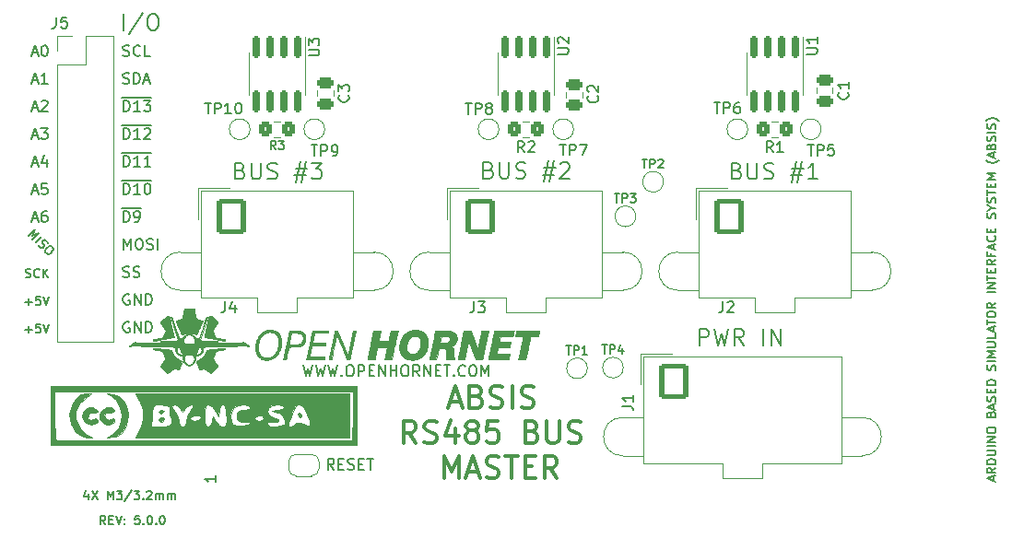
<source format=gbr>
%TF.GenerationSoftware,KiCad,Pcbnew,8.0.5*%
%TF.CreationDate,2024-10-06T15:19:25-06:00*%
%TF.ProjectId,ABSIS_Bus_Master,41425349-535f-4427-9573-5f4d61737465,5.0.0*%
%TF.SameCoordinates,Original*%
%TF.FileFunction,Legend,Top*%
%TF.FilePolarity,Positive*%
%FSLAX46Y46*%
G04 Gerber Fmt 4.6, Leading zero omitted, Abs format (unit mm)*
G04 Created by KiCad (PCBNEW 8.0.5) date 2024-10-06 15:19:25*
%MOMM*%
%LPD*%
G01*
G04 APERTURE LIST*
G04 Aperture macros list*
%AMRoundRect*
0 Rectangle with rounded corners*
0 $1 Rounding radius*
0 $2 $3 $4 $5 $6 $7 $8 $9 X,Y pos of 4 corners*
0 Add a 4 corners polygon primitive as box body*
4,1,4,$2,$3,$4,$5,$6,$7,$8,$9,$2,$3,0*
0 Add four circle primitives for the rounded corners*
1,1,$1+$1,$2,$3*
1,1,$1+$1,$4,$5*
1,1,$1+$1,$6,$7*
1,1,$1+$1,$8,$9*
0 Add four rect primitives between the rounded corners*
20,1,$1+$1,$2,$3,$4,$5,0*
20,1,$1+$1,$4,$5,$6,$7,0*
20,1,$1+$1,$6,$7,$8,$9,0*
20,1,$1+$1,$8,$9,$2,$3,0*%
%AMFreePoly0*
4,1,19,0.500000,-0.750000,0.000000,-0.750000,0.000000,-0.744911,-0.071157,-0.744911,-0.207708,-0.704816,-0.327430,-0.627875,-0.420627,-0.520320,-0.479746,-0.390866,-0.500000,-0.250000,-0.500000,0.250000,-0.479746,0.390866,-0.420627,0.520320,-0.327430,0.627875,-0.207708,0.704816,-0.071157,0.744911,0.000000,0.744911,0.000000,0.750000,0.500000,0.750000,0.500000,-0.750000,0.500000,-0.750000,
$1*%
%AMFreePoly1*
4,1,19,0.000000,0.744911,0.071157,0.744911,0.207708,0.704816,0.327430,0.627875,0.420627,0.520320,0.479746,0.390866,0.500000,0.250000,0.500000,-0.250000,0.479746,-0.390866,0.420627,-0.520320,0.327430,-0.627875,0.207708,-0.704816,0.071157,-0.744911,0.000000,-0.744911,0.000000,-0.750000,-0.500000,-0.750000,-0.500000,0.750000,0.000000,0.750000,0.000000,0.744911,0.000000,0.744911,
$1*%
G04 Aperture macros list end*
%ADD10C,0.150000*%
%ADD11C,0.300000*%
%ADD12C,0.200000*%
%ADD13C,0.120000*%
%ADD14C,0.010000*%
%ADD15C,3.200000*%
%ADD16C,1.500000*%
%ADD17RoundRect,0.150000X-0.150000X0.825000X-0.150000X-0.825000X0.150000X-0.825000X0.150000X0.825000X0*%
%ADD18RoundRect,0.250000X0.325000X0.450000X-0.325000X0.450000X-0.325000X-0.450000X0.325000X-0.450000X0*%
%ADD19RoundRect,0.250000X0.475000X-0.250000X0.475000X0.250000X-0.475000X0.250000X-0.475000X-0.250000X0*%
%ADD20C,3.000000*%
%ADD21RoundRect,0.250001X-1.099999X-1.399999X1.099999X-1.399999X1.099999X1.399999X-1.099999X1.399999X0*%
%ADD22O,2.700000X3.300000*%
%ADD23FreePoly0,180.000000*%
%ADD24FreePoly1,180.000000*%
%ADD25R,1.700000X1.700000*%
%ADD26O,1.700000X1.700000*%
G04 APERTURE END LIST*
D10*
X146791Y23628800D02*
X261077Y23590705D01*
X261077Y23590705D02*
X451553Y23590705D01*
X451553Y23590705D02*
X527744Y23628800D01*
X527744Y23628800D02*
X565839Y23666896D01*
X565839Y23666896D02*
X603934Y23743086D01*
X603934Y23743086D02*
X603934Y23819277D01*
X603934Y23819277D02*
X565839Y23895467D01*
X565839Y23895467D02*
X527744Y23933562D01*
X527744Y23933562D02*
X451553Y23971658D01*
X451553Y23971658D02*
X299172Y24009753D01*
X299172Y24009753D02*
X222982Y24047848D01*
X222982Y24047848D02*
X184887Y24085943D01*
X184887Y24085943D02*
X146791Y24162134D01*
X146791Y24162134D02*
X146791Y24238324D01*
X146791Y24238324D02*
X184887Y24314515D01*
X184887Y24314515D02*
X222982Y24352610D01*
X222982Y24352610D02*
X299172Y24390705D01*
X299172Y24390705D02*
X489649Y24390705D01*
X489649Y24390705D02*
X603934Y24352610D01*
X1403935Y23666896D02*
X1365839Y23628800D01*
X1365839Y23628800D02*
X1251554Y23590705D01*
X1251554Y23590705D02*
X1175363Y23590705D01*
X1175363Y23590705D02*
X1061077Y23628800D01*
X1061077Y23628800D02*
X984887Y23704991D01*
X984887Y23704991D02*
X946792Y23781181D01*
X946792Y23781181D02*
X908696Y23933562D01*
X908696Y23933562D02*
X908696Y24047848D01*
X908696Y24047848D02*
X946792Y24200229D01*
X946792Y24200229D02*
X984887Y24276420D01*
X984887Y24276420D02*
X1061077Y24352610D01*
X1061077Y24352610D02*
X1175363Y24390705D01*
X1175363Y24390705D02*
X1251554Y24390705D01*
X1251554Y24390705D02*
X1365839Y24352610D01*
X1365839Y24352610D02*
X1403935Y24314515D01*
X1746792Y23590705D02*
X1746792Y24390705D01*
X2203935Y23590705D02*
X1861077Y24047848D01*
X2203935Y24390705D02*
X1746792Y23933562D01*
X17599819Y5365715D02*
X17599819Y4794287D01*
X17599819Y5080001D02*
X16599819Y5080001D01*
X16599819Y5080001D02*
X16742676Y4984763D01*
X16742676Y4984763D02*
X16837914Y4889525D01*
X16837914Y4889525D02*
X16885533Y4794287D01*
X9141779Y33775181D02*
X9141779Y34775181D01*
X9141779Y34775181D02*
X9379874Y34775181D01*
X9379874Y34775181D02*
X9522731Y34727562D01*
X9522731Y34727562D02*
X9617969Y34632324D01*
X9617969Y34632324D02*
X9665588Y34537086D01*
X9665588Y34537086D02*
X9713207Y34346610D01*
X9713207Y34346610D02*
X9713207Y34203753D01*
X9713207Y34203753D02*
X9665588Y34013277D01*
X9665588Y34013277D02*
X9617969Y33918039D01*
X9617969Y33918039D02*
X9522731Y33822800D01*
X9522731Y33822800D02*
X9379874Y33775181D01*
X9379874Y33775181D02*
X9141779Y33775181D01*
X10665588Y33775181D02*
X10094160Y33775181D01*
X10379874Y33775181D02*
X10379874Y34775181D01*
X10379874Y34775181D02*
X10284636Y34632324D01*
X10284636Y34632324D02*
X10189398Y34537086D01*
X10189398Y34537086D02*
X10094160Y34489467D01*
X11617969Y33775181D02*
X11046541Y33775181D01*
X11332255Y33775181D02*
X11332255Y34775181D01*
X11332255Y34775181D02*
X11237017Y34632324D01*
X11237017Y34632324D02*
X11141779Y34537086D01*
X11141779Y34537086D02*
X11046541Y34489467D01*
X9003684Y35052800D02*
X11708446Y35052800D01*
X737268Y36600896D02*
X1213458Y36600896D01*
X642030Y36315181D02*
X975363Y37315181D01*
X975363Y37315181D02*
X1308696Y36315181D01*
X1546792Y37315181D02*
X2165839Y37315181D01*
X2165839Y37315181D02*
X1832506Y36934229D01*
X1832506Y36934229D02*
X1975363Y36934229D01*
X1975363Y36934229D02*
X2070601Y36886610D01*
X2070601Y36886610D02*
X2118220Y36838991D01*
X2118220Y36838991D02*
X2165839Y36743753D01*
X2165839Y36743753D02*
X2165839Y36505658D01*
X2165839Y36505658D02*
X2118220Y36410420D01*
X2118220Y36410420D02*
X2070601Y36362800D01*
X2070601Y36362800D02*
X1975363Y36315181D01*
X1975363Y36315181D02*
X1689649Y36315181D01*
X1689649Y36315181D02*
X1594411Y36362800D01*
X1594411Y36362800D02*
X1546792Y36410420D01*
X737268Y28980896D02*
X1213458Y28980896D01*
X642030Y28695181D02*
X975363Y29695181D01*
X975363Y29695181D02*
X1308696Y28695181D01*
X2070601Y29695181D02*
X1880125Y29695181D01*
X1880125Y29695181D02*
X1784887Y29647562D01*
X1784887Y29647562D02*
X1737268Y29599943D01*
X1737268Y29599943D02*
X1642030Y29457086D01*
X1642030Y29457086D02*
X1594411Y29266610D01*
X1594411Y29266610D02*
X1594411Y28885658D01*
X1594411Y28885658D02*
X1642030Y28790420D01*
X1642030Y28790420D02*
X1689649Y28742800D01*
X1689649Y28742800D02*
X1784887Y28695181D01*
X1784887Y28695181D02*
X1975363Y28695181D01*
X1975363Y28695181D02*
X2070601Y28742800D01*
X2070601Y28742800D02*
X2118220Y28790420D01*
X2118220Y28790420D02*
X2165839Y28885658D01*
X2165839Y28885658D02*
X2165839Y29123753D01*
X2165839Y29123753D02*
X2118220Y29218991D01*
X2118220Y29218991D02*
X2070601Y29266610D01*
X2070601Y29266610D02*
X1975363Y29314229D01*
X1975363Y29314229D02*
X1784887Y29314229D01*
X1784887Y29314229D02*
X1689649Y29266610D01*
X1689649Y29266610D02*
X1642030Y29218991D01*
X1642030Y29218991D02*
X1594411Y29123753D01*
X108697Y21355467D02*
X718221Y21355467D01*
X413459Y21050705D02*
X413459Y21660229D01*
X1480125Y21850705D02*
X1099173Y21850705D01*
X1099173Y21850705D02*
X1061077Y21469753D01*
X1061077Y21469753D02*
X1099173Y21507848D01*
X1099173Y21507848D02*
X1175363Y21545943D01*
X1175363Y21545943D02*
X1365839Y21545943D01*
X1365839Y21545943D02*
X1442030Y21507848D01*
X1442030Y21507848D02*
X1480125Y21469753D01*
X1480125Y21469753D02*
X1518220Y21393562D01*
X1518220Y21393562D02*
X1518220Y21203086D01*
X1518220Y21203086D02*
X1480125Y21126896D01*
X1480125Y21126896D02*
X1442030Y21088800D01*
X1442030Y21088800D02*
X1365839Y21050705D01*
X1365839Y21050705D02*
X1175363Y21050705D01*
X1175363Y21050705D02*
X1099173Y21088800D01*
X1099173Y21088800D02*
X1061077Y21126896D01*
X1746792Y21850705D02*
X2013459Y21050705D01*
X2013459Y21050705D02*
X2280125Y21850705D01*
D11*
X39110952Y12171679D02*
X40063333Y12171679D01*
X38920476Y11600250D02*
X39587142Y13600250D01*
X39587142Y13600250D02*
X40253809Y11600250D01*
X41587143Y12647869D02*
X41872857Y12552631D01*
X41872857Y12552631D02*
X41968095Y12457393D01*
X41968095Y12457393D02*
X42063333Y12266917D01*
X42063333Y12266917D02*
X42063333Y11981203D01*
X42063333Y11981203D02*
X41968095Y11790727D01*
X41968095Y11790727D02*
X41872857Y11695488D01*
X41872857Y11695488D02*
X41682381Y11600250D01*
X41682381Y11600250D02*
X40920476Y11600250D01*
X40920476Y11600250D02*
X40920476Y13600250D01*
X40920476Y13600250D02*
X41587143Y13600250D01*
X41587143Y13600250D02*
X41777619Y13505012D01*
X41777619Y13505012D02*
X41872857Y13409774D01*
X41872857Y13409774D02*
X41968095Y13219298D01*
X41968095Y13219298D02*
X41968095Y13028822D01*
X41968095Y13028822D02*
X41872857Y12838346D01*
X41872857Y12838346D02*
X41777619Y12743108D01*
X41777619Y12743108D02*
X41587143Y12647869D01*
X41587143Y12647869D02*
X40920476Y12647869D01*
X42825238Y11695488D02*
X43110952Y11600250D01*
X43110952Y11600250D02*
X43587143Y11600250D01*
X43587143Y11600250D02*
X43777619Y11695488D01*
X43777619Y11695488D02*
X43872857Y11790727D01*
X43872857Y11790727D02*
X43968095Y11981203D01*
X43968095Y11981203D02*
X43968095Y12171679D01*
X43968095Y12171679D02*
X43872857Y12362155D01*
X43872857Y12362155D02*
X43777619Y12457393D01*
X43777619Y12457393D02*
X43587143Y12552631D01*
X43587143Y12552631D02*
X43206190Y12647869D01*
X43206190Y12647869D02*
X43015714Y12743108D01*
X43015714Y12743108D02*
X42920476Y12838346D01*
X42920476Y12838346D02*
X42825238Y13028822D01*
X42825238Y13028822D02*
X42825238Y13219298D01*
X42825238Y13219298D02*
X42920476Y13409774D01*
X42920476Y13409774D02*
X43015714Y13505012D01*
X43015714Y13505012D02*
X43206190Y13600250D01*
X43206190Y13600250D02*
X43682381Y13600250D01*
X43682381Y13600250D02*
X43968095Y13505012D01*
X44825238Y11600250D02*
X44825238Y13600250D01*
X45682381Y11695488D02*
X45968095Y11600250D01*
X45968095Y11600250D02*
X46444286Y11600250D01*
X46444286Y11600250D02*
X46634762Y11695488D01*
X46634762Y11695488D02*
X46730000Y11790727D01*
X46730000Y11790727D02*
X46825238Y11981203D01*
X46825238Y11981203D02*
X46825238Y12171679D01*
X46825238Y12171679D02*
X46730000Y12362155D01*
X46730000Y12362155D02*
X46634762Y12457393D01*
X46634762Y12457393D02*
X46444286Y12552631D01*
X46444286Y12552631D02*
X46063333Y12647869D01*
X46063333Y12647869D02*
X45872857Y12743108D01*
X45872857Y12743108D02*
X45777619Y12838346D01*
X45777619Y12838346D02*
X45682381Y13028822D01*
X45682381Y13028822D02*
X45682381Y13219298D01*
X45682381Y13219298D02*
X45777619Y13409774D01*
X45777619Y13409774D02*
X45872857Y13505012D01*
X45872857Y13505012D02*
X46063333Y13600250D01*
X46063333Y13600250D02*
X46539524Y13600250D01*
X46539524Y13600250D02*
X46825238Y13505012D01*
X36015713Y8380362D02*
X35349046Y9332743D01*
X34872856Y8380362D02*
X34872856Y10380362D01*
X34872856Y10380362D02*
X35634761Y10380362D01*
X35634761Y10380362D02*
X35825237Y10285124D01*
X35825237Y10285124D02*
X35920475Y10189886D01*
X35920475Y10189886D02*
X36015713Y9999410D01*
X36015713Y9999410D02*
X36015713Y9713696D01*
X36015713Y9713696D02*
X35920475Y9523220D01*
X35920475Y9523220D02*
X35825237Y9427981D01*
X35825237Y9427981D02*
X35634761Y9332743D01*
X35634761Y9332743D02*
X34872856Y9332743D01*
X36777618Y8475600D02*
X37063332Y8380362D01*
X37063332Y8380362D02*
X37539523Y8380362D01*
X37539523Y8380362D02*
X37729999Y8475600D01*
X37729999Y8475600D02*
X37825237Y8570839D01*
X37825237Y8570839D02*
X37920475Y8761315D01*
X37920475Y8761315D02*
X37920475Y8951791D01*
X37920475Y8951791D02*
X37825237Y9142267D01*
X37825237Y9142267D02*
X37729999Y9237505D01*
X37729999Y9237505D02*
X37539523Y9332743D01*
X37539523Y9332743D02*
X37158570Y9427981D01*
X37158570Y9427981D02*
X36968094Y9523220D01*
X36968094Y9523220D02*
X36872856Y9618458D01*
X36872856Y9618458D02*
X36777618Y9808934D01*
X36777618Y9808934D02*
X36777618Y9999410D01*
X36777618Y9999410D02*
X36872856Y10189886D01*
X36872856Y10189886D02*
X36968094Y10285124D01*
X36968094Y10285124D02*
X37158570Y10380362D01*
X37158570Y10380362D02*
X37634761Y10380362D01*
X37634761Y10380362D02*
X37920475Y10285124D01*
X39634761Y9713696D02*
X39634761Y8380362D01*
X39158570Y10475600D02*
X38682380Y9047029D01*
X38682380Y9047029D02*
X39920475Y9047029D01*
X40968094Y9523220D02*
X40777618Y9618458D01*
X40777618Y9618458D02*
X40682380Y9713696D01*
X40682380Y9713696D02*
X40587142Y9904172D01*
X40587142Y9904172D02*
X40587142Y9999410D01*
X40587142Y9999410D02*
X40682380Y10189886D01*
X40682380Y10189886D02*
X40777618Y10285124D01*
X40777618Y10285124D02*
X40968094Y10380362D01*
X40968094Y10380362D02*
X41349047Y10380362D01*
X41349047Y10380362D02*
X41539523Y10285124D01*
X41539523Y10285124D02*
X41634761Y10189886D01*
X41634761Y10189886D02*
X41729999Y9999410D01*
X41729999Y9999410D02*
X41729999Y9904172D01*
X41729999Y9904172D02*
X41634761Y9713696D01*
X41634761Y9713696D02*
X41539523Y9618458D01*
X41539523Y9618458D02*
X41349047Y9523220D01*
X41349047Y9523220D02*
X40968094Y9523220D01*
X40968094Y9523220D02*
X40777618Y9427981D01*
X40777618Y9427981D02*
X40682380Y9332743D01*
X40682380Y9332743D02*
X40587142Y9142267D01*
X40587142Y9142267D02*
X40587142Y8761315D01*
X40587142Y8761315D02*
X40682380Y8570839D01*
X40682380Y8570839D02*
X40777618Y8475600D01*
X40777618Y8475600D02*
X40968094Y8380362D01*
X40968094Y8380362D02*
X41349047Y8380362D01*
X41349047Y8380362D02*
X41539523Y8475600D01*
X41539523Y8475600D02*
X41634761Y8570839D01*
X41634761Y8570839D02*
X41729999Y8761315D01*
X41729999Y8761315D02*
X41729999Y9142267D01*
X41729999Y9142267D02*
X41634761Y9332743D01*
X41634761Y9332743D02*
X41539523Y9427981D01*
X41539523Y9427981D02*
X41349047Y9523220D01*
X43539523Y10380362D02*
X42587142Y10380362D01*
X42587142Y10380362D02*
X42491904Y9427981D01*
X42491904Y9427981D02*
X42587142Y9523220D01*
X42587142Y9523220D02*
X42777618Y9618458D01*
X42777618Y9618458D02*
X43253809Y9618458D01*
X43253809Y9618458D02*
X43444285Y9523220D01*
X43444285Y9523220D02*
X43539523Y9427981D01*
X43539523Y9427981D02*
X43634761Y9237505D01*
X43634761Y9237505D02*
X43634761Y8761315D01*
X43634761Y8761315D02*
X43539523Y8570839D01*
X43539523Y8570839D02*
X43444285Y8475600D01*
X43444285Y8475600D02*
X43253809Y8380362D01*
X43253809Y8380362D02*
X42777618Y8380362D01*
X42777618Y8380362D02*
X42587142Y8475600D01*
X42587142Y8475600D02*
X42491904Y8570839D01*
X46682381Y9427981D02*
X46968095Y9332743D01*
X46968095Y9332743D02*
X47063333Y9237505D01*
X47063333Y9237505D02*
X47158571Y9047029D01*
X47158571Y9047029D02*
X47158571Y8761315D01*
X47158571Y8761315D02*
X47063333Y8570839D01*
X47063333Y8570839D02*
X46968095Y8475600D01*
X46968095Y8475600D02*
X46777619Y8380362D01*
X46777619Y8380362D02*
X46015714Y8380362D01*
X46015714Y8380362D02*
X46015714Y10380362D01*
X46015714Y10380362D02*
X46682381Y10380362D01*
X46682381Y10380362D02*
X46872857Y10285124D01*
X46872857Y10285124D02*
X46968095Y10189886D01*
X46968095Y10189886D02*
X47063333Y9999410D01*
X47063333Y9999410D02*
X47063333Y9808934D01*
X47063333Y9808934D02*
X46968095Y9618458D01*
X46968095Y9618458D02*
X46872857Y9523220D01*
X46872857Y9523220D02*
X46682381Y9427981D01*
X46682381Y9427981D02*
X46015714Y9427981D01*
X48015714Y10380362D02*
X48015714Y8761315D01*
X48015714Y8761315D02*
X48110952Y8570839D01*
X48110952Y8570839D02*
X48206190Y8475600D01*
X48206190Y8475600D02*
X48396666Y8380362D01*
X48396666Y8380362D02*
X48777619Y8380362D01*
X48777619Y8380362D02*
X48968095Y8475600D01*
X48968095Y8475600D02*
X49063333Y8570839D01*
X49063333Y8570839D02*
X49158571Y8761315D01*
X49158571Y8761315D02*
X49158571Y10380362D01*
X50015714Y8475600D02*
X50301428Y8380362D01*
X50301428Y8380362D02*
X50777619Y8380362D01*
X50777619Y8380362D02*
X50968095Y8475600D01*
X50968095Y8475600D02*
X51063333Y8570839D01*
X51063333Y8570839D02*
X51158571Y8761315D01*
X51158571Y8761315D02*
X51158571Y8951791D01*
X51158571Y8951791D02*
X51063333Y9142267D01*
X51063333Y9142267D02*
X50968095Y9237505D01*
X50968095Y9237505D02*
X50777619Y9332743D01*
X50777619Y9332743D02*
X50396666Y9427981D01*
X50396666Y9427981D02*
X50206190Y9523220D01*
X50206190Y9523220D02*
X50110952Y9618458D01*
X50110952Y9618458D02*
X50015714Y9808934D01*
X50015714Y9808934D02*
X50015714Y9999410D01*
X50015714Y9999410D02*
X50110952Y10189886D01*
X50110952Y10189886D02*
X50206190Y10285124D01*
X50206190Y10285124D02*
X50396666Y10380362D01*
X50396666Y10380362D02*
X50872857Y10380362D01*
X50872857Y10380362D02*
X51158571Y10285124D01*
X38587142Y5160474D02*
X38587142Y7160474D01*
X38587142Y7160474D02*
X39253809Y5731903D01*
X39253809Y5731903D02*
X39920475Y7160474D01*
X39920475Y7160474D02*
X39920475Y5160474D01*
X40777618Y5731903D02*
X41729999Y5731903D01*
X40587142Y5160474D02*
X41253808Y7160474D01*
X41253808Y7160474D02*
X41920475Y5160474D01*
X42491904Y5255712D02*
X42777618Y5160474D01*
X42777618Y5160474D02*
X43253809Y5160474D01*
X43253809Y5160474D02*
X43444285Y5255712D01*
X43444285Y5255712D02*
X43539523Y5350951D01*
X43539523Y5350951D02*
X43634761Y5541427D01*
X43634761Y5541427D02*
X43634761Y5731903D01*
X43634761Y5731903D02*
X43539523Y5922379D01*
X43539523Y5922379D02*
X43444285Y6017617D01*
X43444285Y6017617D02*
X43253809Y6112855D01*
X43253809Y6112855D02*
X42872856Y6208093D01*
X42872856Y6208093D02*
X42682380Y6303332D01*
X42682380Y6303332D02*
X42587142Y6398570D01*
X42587142Y6398570D02*
X42491904Y6589046D01*
X42491904Y6589046D02*
X42491904Y6779522D01*
X42491904Y6779522D02*
X42587142Y6969998D01*
X42587142Y6969998D02*
X42682380Y7065236D01*
X42682380Y7065236D02*
X42872856Y7160474D01*
X42872856Y7160474D02*
X43349047Y7160474D01*
X43349047Y7160474D02*
X43634761Y7065236D01*
X44206190Y7160474D02*
X45349047Y7160474D01*
X44777618Y5160474D02*
X44777618Y7160474D01*
X46015714Y6208093D02*
X46682381Y6208093D01*
X46968095Y5160474D02*
X46015714Y5160474D01*
X46015714Y5160474D02*
X46015714Y7160474D01*
X46015714Y7160474D02*
X46968095Y7160474D01*
X48968095Y5160474D02*
X48301428Y6112855D01*
X47825238Y5160474D02*
X47825238Y7160474D01*
X47825238Y7160474D02*
X48587143Y7160474D01*
X48587143Y7160474D02*
X48777619Y7065236D01*
X48777619Y7065236D02*
X48872857Y6969998D01*
X48872857Y6969998D02*
X48968095Y6779522D01*
X48968095Y6779522D02*
X48968095Y6493808D01*
X48968095Y6493808D02*
X48872857Y6303332D01*
X48872857Y6303332D02*
X48777619Y6208093D01*
X48777619Y6208093D02*
X48587143Y6112855D01*
X48587143Y6112855D02*
X47825238Y6112855D01*
D10*
X9094160Y43982800D02*
X9237017Y43935181D01*
X9237017Y43935181D02*
X9475112Y43935181D01*
X9475112Y43935181D02*
X9570350Y43982800D01*
X9570350Y43982800D02*
X9617969Y44030420D01*
X9617969Y44030420D02*
X9665588Y44125658D01*
X9665588Y44125658D02*
X9665588Y44220896D01*
X9665588Y44220896D02*
X9617969Y44316134D01*
X9617969Y44316134D02*
X9570350Y44363753D01*
X9570350Y44363753D02*
X9475112Y44411372D01*
X9475112Y44411372D02*
X9284636Y44458991D01*
X9284636Y44458991D02*
X9189398Y44506610D01*
X9189398Y44506610D02*
X9141779Y44554229D01*
X9141779Y44554229D02*
X9094160Y44649467D01*
X9094160Y44649467D02*
X9094160Y44744705D01*
X9094160Y44744705D02*
X9141779Y44839943D01*
X9141779Y44839943D02*
X9189398Y44887562D01*
X9189398Y44887562D02*
X9284636Y44935181D01*
X9284636Y44935181D02*
X9522731Y44935181D01*
X9522731Y44935181D02*
X9665588Y44887562D01*
X10665588Y44030420D02*
X10617969Y43982800D01*
X10617969Y43982800D02*
X10475112Y43935181D01*
X10475112Y43935181D02*
X10379874Y43935181D01*
X10379874Y43935181D02*
X10237017Y43982800D01*
X10237017Y43982800D02*
X10141779Y44078039D01*
X10141779Y44078039D02*
X10094160Y44173277D01*
X10094160Y44173277D02*
X10046541Y44363753D01*
X10046541Y44363753D02*
X10046541Y44506610D01*
X10046541Y44506610D02*
X10094160Y44697086D01*
X10094160Y44697086D02*
X10141779Y44792324D01*
X10141779Y44792324D02*
X10237017Y44887562D01*
X10237017Y44887562D02*
X10379874Y44935181D01*
X10379874Y44935181D02*
X10475112Y44935181D01*
X10475112Y44935181D02*
X10617969Y44887562D01*
X10617969Y44887562D02*
X10665588Y44839943D01*
X11570350Y43935181D02*
X11094160Y43935181D01*
X11094160Y43935181D02*
X11094160Y44935181D01*
X9141779Y28695181D02*
X9141779Y29695181D01*
X9141779Y29695181D02*
X9379874Y29695181D01*
X9379874Y29695181D02*
X9522731Y29647562D01*
X9522731Y29647562D02*
X9617969Y29552324D01*
X9617969Y29552324D02*
X9665588Y29457086D01*
X9665588Y29457086D02*
X9713207Y29266610D01*
X9713207Y29266610D02*
X9713207Y29123753D01*
X9713207Y29123753D02*
X9665588Y28933277D01*
X9665588Y28933277D02*
X9617969Y28838039D01*
X9617969Y28838039D02*
X9522731Y28742800D01*
X9522731Y28742800D02*
X9379874Y28695181D01*
X9379874Y28695181D02*
X9141779Y28695181D01*
X10189398Y28695181D02*
X10379874Y28695181D01*
X10379874Y28695181D02*
X10475112Y28742800D01*
X10475112Y28742800D02*
X10522731Y28790420D01*
X10522731Y28790420D02*
X10617969Y28933277D01*
X10617969Y28933277D02*
X10665588Y29123753D01*
X10665588Y29123753D02*
X10665588Y29504705D01*
X10665588Y29504705D02*
X10617969Y29599943D01*
X10617969Y29599943D02*
X10570350Y29647562D01*
X10570350Y29647562D02*
X10475112Y29695181D01*
X10475112Y29695181D02*
X10284636Y29695181D01*
X10284636Y29695181D02*
X10189398Y29647562D01*
X10189398Y29647562D02*
X10141779Y29599943D01*
X10141779Y29599943D02*
X10094160Y29504705D01*
X10094160Y29504705D02*
X10094160Y29266610D01*
X10094160Y29266610D02*
X10141779Y29171372D01*
X10141779Y29171372D02*
X10189398Y29123753D01*
X10189398Y29123753D02*
X10284636Y29076134D01*
X10284636Y29076134D02*
X10475112Y29076134D01*
X10475112Y29076134D02*
X10570350Y29123753D01*
X10570350Y29123753D02*
X10617969Y29171372D01*
X10617969Y29171372D02*
X10665588Y29266610D01*
X9003684Y29972800D02*
X10756065Y29972800D01*
X9665588Y19487562D02*
X9570350Y19535181D01*
X9570350Y19535181D02*
X9427493Y19535181D01*
X9427493Y19535181D02*
X9284636Y19487562D01*
X9284636Y19487562D02*
X9189398Y19392324D01*
X9189398Y19392324D02*
X9141779Y19297086D01*
X9141779Y19297086D02*
X9094160Y19106610D01*
X9094160Y19106610D02*
X9094160Y18963753D01*
X9094160Y18963753D02*
X9141779Y18773277D01*
X9141779Y18773277D02*
X9189398Y18678039D01*
X9189398Y18678039D02*
X9284636Y18582800D01*
X9284636Y18582800D02*
X9427493Y18535181D01*
X9427493Y18535181D02*
X9522731Y18535181D01*
X9522731Y18535181D02*
X9665588Y18582800D01*
X9665588Y18582800D02*
X9713207Y18630420D01*
X9713207Y18630420D02*
X9713207Y18963753D01*
X9713207Y18963753D02*
X9522731Y18963753D01*
X10141779Y18535181D02*
X10141779Y19535181D01*
X10141779Y19535181D02*
X10713207Y18535181D01*
X10713207Y18535181D02*
X10713207Y19535181D01*
X11189398Y18535181D02*
X11189398Y19535181D01*
X11189398Y19535181D02*
X11427493Y19535181D01*
X11427493Y19535181D02*
X11570350Y19487562D01*
X11570350Y19487562D02*
X11665588Y19392324D01*
X11665588Y19392324D02*
X11713207Y19297086D01*
X11713207Y19297086D02*
X11760826Y19106610D01*
X11760826Y19106610D02*
X11760826Y18963753D01*
X11760826Y18963753D02*
X11713207Y18773277D01*
X11713207Y18773277D02*
X11665588Y18678039D01*
X11665588Y18678039D02*
X11570350Y18582800D01*
X11570350Y18582800D02*
X11427493Y18535181D01*
X11427493Y18535181D02*
X11189398Y18535181D01*
X737268Y31520896D02*
X1213458Y31520896D01*
X642030Y31235181D02*
X975363Y32235181D01*
X975363Y32235181D02*
X1308696Y31235181D01*
X2118220Y32235181D02*
X1642030Y32235181D01*
X1642030Y32235181D02*
X1594411Y31758991D01*
X1594411Y31758991D02*
X1642030Y31806610D01*
X1642030Y31806610D02*
X1737268Y31854229D01*
X1737268Y31854229D02*
X1975363Y31854229D01*
X1975363Y31854229D02*
X2070601Y31806610D01*
X2070601Y31806610D02*
X2118220Y31758991D01*
X2118220Y31758991D02*
X2165839Y31663753D01*
X2165839Y31663753D02*
X2165839Y31425658D01*
X2165839Y31425658D02*
X2118220Y31330420D01*
X2118220Y31330420D02*
X2070601Y31282800D01*
X2070601Y31282800D02*
X1975363Y31235181D01*
X1975363Y31235181D02*
X1737268Y31235181D01*
X1737268Y31235181D02*
X1642030Y31282800D01*
X1642030Y31282800D02*
X1594411Y31330420D01*
X420409Y27447081D02*
X986094Y28012766D01*
X986094Y28012766D02*
X770595Y27420143D01*
X770595Y27420143D02*
X1363218Y27635642D01*
X1363218Y27635642D02*
X797532Y27069957D01*
X1066906Y26800583D02*
X1632592Y27366268D01*
X1336280Y26585084D02*
X1390155Y26477334D01*
X1390155Y26477334D02*
X1524842Y26342647D01*
X1524842Y26342647D02*
X1605654Y26315710D01*
X1605654Y26315710D02*
X1659529Y26315710D01*
X1659529Y26315710D02*
X1740341Y26342647D01*
X1740341Y26342647D02*
X1794216Y26396522D01*
X1794216Y26396522D02*
X1821153Y26477334D01*
X1821153Y26477334D02*
X1821153Y26531209D01*
X1821153Y26531209D02*
X1794216Y26612021D01*
X1794216Y26612021D02*
X1713404Y26746708D01*
X1713404Y26746708D02*
X1686466Y26827520D01*
X1686466Y26827520D02*
X1686466Y26881395D01*
X1686466Y26881395D02*
X1713404Y26962207D01*
X1713404Y26962207D02*
X1767279Y27016082D01*
X1767279Y27016082D02*
X1848091Y27043020D01*
X1848091Y27043020D02*
X1901966Y27043020D01*
X1901966Y27043020D02*
X1982778Y27016082D01*
X1982778Y27016082D02*
X2117465Y26881395D01*
X2117465Y26881395D02*
X2171340Y26773646D01*
X2548463Y26450397D02*
X2656213Y26342647D01*
X2656213Y26342647D02*
X2683150Y26261835D01*
X2683150Y26261835D02*
X2683150Y26154085D01*
X2683150Y26154085D02*
X2602338Y26019398D01*
X2602338Y26019398D02*
X2413776Y25830836D01*
X2413776Y25830836D02*
X2279089Y25750024D01*
X2279089Y25750024D02*
X2171340Y25750024D01*
X2171340Y25750024D02*
X2090527Y25776962D01*
X2090527Y25776962D02*
X1982778Y25884711D01*
X1982778Y25884711D02*
X1955840Y25965523D01*
X1955840Y25965523D02*
X1955840Y26073273D01*
X1955840Y26073273D02*
X2036653Y26207960D01*
X2036653Y26207960D02*
X2225214Y26396522D01*
X2225214Y26396522D02*
X2359901Y26477334D01*
X2359901Y26477334D02*
X2467651Y26477334D01*
X2467651Y26477334D02*
X2548463Y26450397D01*
X9094160Y23662800D02*
X9237017Y23615181D01*
X9237017Y23615181D02*
X9475112Y23615181D01*
X9475112Y23615181D02*
X9570350Y23662800D01*
X9570350Y23662800D02*
X9617969Y23710420D01*
X9617969Y23710420D02*
X9665588Y23805658D01*
X9665588Y23805658D02*
X9665588Y23900896D01*
X9665588Y23900896D02*
X9617969Y23996134D01*
X9617969Y23996134D02*
X9570350Y24043753D01*
X9570350Y24043753D02*
X9475112Y24091372D01*
X9475112Y24091372D02*
X9284636Y24138991D01*
X9284636Y24138991D02*
X9189398Y24186610D01*
X9189398Y24186610D02*
X9141779Y24234229D01*
X9141779Y24234229D02*
X9094160Y24329467D01*
X9094160Y24329467D02*
X9094160Y24424705D01*
X9094160Y24424705D02*
X9141779Y24519943D01*
X9141779Y24519943D02*
X9189398Y24567562D01*
X9189398Y24567562D02*
X9284636Y24615181D01*
X9284636Y24615181D02*
X9522731Y24615181D01*
X9522731Y24615181D02*
X9665588Y24567562D01*
X10046541Y23662800D02*
X10189398Y23615181D01*
X10189398Y23615181D02*
X10427493Y23615181D01*
X10427493Y23615181D02*
X10522731Y23662800D01*
X10522731Y23662800D02*
X10570350Y23710420D01*
X10570350Y23710420D02*
X10617969Y23805658D01*
X10617969Y23805658D02*
X10617969Y23900896D01*
X10617969Y23900896D02*
X10570350Y23996134D01*
X10570350Y23996134D02*
X10522731Y24043753D01*
X10522731Y24043753D02*
X10427493Y24091372D01*
X10427493Y24091372D02*
X10237017Y24138991D01*
X10237017Y24138991D02*
X10141779Y24186610D01*
X10141779Y24186610D02*
X10094160Y24234229D01*
X10094160Y24234229D02*
X10046541Y24329467D01*
X10046541Y24329467D02*
X10046541Y24424705D01*
X10046541Y24424705D02*
X10094160Y24519943D01*
X10094160Y24519943D02*
X10141779Y24567562D01*
X10141779Y24567562D02*
X10237017Y24615181D01*
X10237017Y24615181D02*
X10475112Y24615181D01*
X10475112Y24615181D02*
X10617969Y24567562D01*
X9665588Y22027562D02*
X9570350Y22075181D01*
X9570350Y22075181D02*
X9427493Y22075181D01*
X9427493Y22075181D02*
X9284636Y22027562D01*
X9284636Y22027562D02*
X9189398Y21932324D01*
X9189398Y21932324D02*
X9141779Y21837086D01*
X9141779Y21837086D02*
X9094160Y21646610D01*
X9094160Y21646610D02*
X9094160Y21503753D01*
X9094160Y21503753D02*
X9141779Y21313277D01*
X9141779Y21313277D02*
X9189398Y21218039D01*
X9189398Y21218039D02*
X9284636Y21122800D01*
X9284636Y21122800D02*
X9427493Y21075181D01*
X9427493Y21075181D02*
X9522731Y21075181D01*
X9522731Y21075181D02*
X9665588Y21122800D01*
X9665588Y21122800D02*
X9713207Y21170420D01*
X9713207Y21170420D02*
X9713207Y21503753D01*
X9713207Y21503753D02*
X9522731Y21503753D01*
X10141779Y21075181D02*
X10141779Y22075181D01*
X10141779Y22075181D02*
X10713207Y21075181D01*
X10713207Y21075181D02*
X10713207Y22075181D01*
X11189398Y21075181D02*
X11189398Y22075181D01*
X11189398Y22075181D02*
X11427493Y22075181D01*
X11427493Y22075181D02*
X11570350Y22027562D01*
X11570350Y22027562D02*
X11665588Y21932324D01*
X11665588Y21932324D02*
X11713207Y21837086D01*
X11713207Y21837086D02*
X11760826Y21646610D01*
X11760826Y21646610D02*
X11760826Y21503753D01*
X11760826Y21503753D02*
X11713207Y21313277D01*
X11713207Y21313277D02*
X11665588Y21218039D01*
X11665588Y21218039D02*
X11570350Y21122800D01*
X11570350Y21122800D02*
X11427493Y21075181D01*
X11427493Y21075181D02*
X11189398Y21075181D01*
X89033723Y4923334D02*
X89033723Y5304287D01*
X89262295Y4847144D02*
X88462295Y5113811D01*
X88462295Y5113811D02*
X89262295Y5380477D01*
X89262295Y6104287D02*
X88881342Y5837620D01*
X89262295Y5647144D02*
X88462295Y5647144D01*
X88462295Y5647144D02*
X88462295Y5951906D01*
X88462295Y5951906D02*
X88500390Y6028096D01*
X88500390Y6028096D02*
X88538485Y6066191D01*
X88538485Y6066191D02*
X88614676Y6104287D01*
X88614676Y6104287D02*
X88728961Y6104287D01*
X88728961Y6104287D02*
X88805152Y6066191D01*
X88805152Y6066191D02*
X88843247Y6028096D01*
X88843247Y6028096D02*
X88881342Y5951906D01*
X88881342Y5951906D02*
X88881342Y5647144D01*
X89262295Y6447144D02*
X88462295Y6447144D01*
X88462295Y6447144D02*
X88462295Y6637620D01*
X88462295Y6637620D02*
X88500390Y6751906D01*
X88500390Y6751906D02*
X88576580Y6828096D01*
X88576580Y6828096D02*
X88652771Y6866191D01*
X88652771Y6866191D02*
X88805152Y6904287D01*
X88805152Y6904287D02*
X88919438Y6904287D01*
X88919438Y6904287D02*
X89071819Y6866191D01*
X89071819Y6866191D02*
X89148009Y6828096D01*
X89148009Y6828096D02*
X89224200Y6751906D01*
X89224200Y6751906D02*
X89262295Y6637620D01*
X89262295Y6637620D02*
X89262295Y6447144D01*
X88462295Y7247144D02*
X89109914Y7247144D01*
X89109914Y7247144D02*
X89186104Y7285239D01*
X89186104Y7285239D02*
X89224200Y7323334D01*
X89224200Y7323334D02*
X89262295Y7399525D01*
X89262295Y7399525D02*
X89262295Y7551906D01*
X89262295Y7551906D02*
X89224200Y7628096D01*
X89224200Y7628096D02*
X89186104Y7666191D01*
X89186104Y7666191D02*
X89109914Y7704287D01*
X89109914Y7704287D02*
X88462295Y7704287D01*
X89262295Y8085239D02*
X88462295Y8085239D01*
X89262295Y8466191D02*
X88462295Y8466191D01*
X88462295Y8466191D02*
X89262295Y8923334D01*
X89262295Y8923334D02*
X88462295Y8923334D01*
X88462295Y9456667D02*
X88462295Y9609048D01*
X88462295Y9609048D02*
X88500390Y9685238D01*
X88500390Y9685238D02*
X88576580Y9761429D01*
X88576580Y9761429D02*
X88728961Y9799524D01*
X88728961Y9799524D02*
X88995628Y9799524D01*
X88995628Y9799524D02*
X89148009Y9761429D01*
X89148009Y9761429D02*
X89224200Y9685238D01*
X89224200Y9685238D02*
X89262295Y9609048D01*
X89262295Y9609048D02*
X89262295Y9456667D01*
X89262295Y9456667D02*
X89224200Y9380476D01*
X89224200Y9380476D02*
X89148009Y9304286D01*
X89148009Y9304286D02*
X88995628Y9266190D01*
X88995628Y9266190D02*
X88728961Y9266190D01*
X88728961Y9266190D02*
X88576580Y9304286D01*
X88576580Y9304286D02*
X88500390Y9380476D01*
X88500390Y9380476D02*
X88462295Y9456667D01*
X88843247Y11018571D02*
X88881342Y11132857D01*
X88881342Y11132857D02*
X88919438Y11170952D01*
X88919438Y11170952D02*
X88995628Y11209048D01*
X88995628Y11209048D02*
X89109914Y11209048D01*
X89109914Y11209048D02*
X89186104Y11170952D01*
X89186104Y11170952D02*
X89224200Y11132857D01*
X89224200Y11132857D02*
X89262295Y11056667D01*
X89262295Y11056667D02*
X89262295Y10751905D01*
X89262295Y10751905D02*
X88462295Y10751905D01*
X88462295Y10751905D02*
X88462295Y11018571D01*
X88462295Y11018571D02*
X88500390Y11094762D01*
X88500390Y11094762D02*
X88538485Y11132857D01*
X88538485Y11132857D02*
X88614676Y11170952D01*
X88614676Y11170952D02*
X88690866Y11170952D01*
X88690866Y11170952D02*
X88767057Y11132857D01*
X88767057Y11132857D02*
X88805152Y11094762D01*
X88805152Y11094762D02*
X88843247Y11018571D01*
X88843247Y11018571D02*
X88843247Y10751905D01*
X89033723Y11513809D02*
X89033723Y11894762D01*
X89262295Y11437619D02*
X88462295Y11704286D01*
X88462295Y11704286D02*
X89262295Y11970952D01*
X89224200Y12199523D02*
X89262295Y12313809D01*
X89262295Y12313809D02*
X89262295Y12504285D01*
X89262295Y12504285D02*
X89224200Y12580476D01*
X89224200Y12580476D02*
X89186104Y12618571D01*
X89186104Y12618571D02*
X89109914Y12656666D01*
X89109914Y12656666D02*
X89033723Y12656666D01*
X89033723Y12656666D02*
X88957533Y12618571D01*
X88957533Y12618571D02*
X88919438Y12580476D01*
X88919438Y12580476D02*
X88881342Y12504285D01*
X88881342Y12504285D02*
X88843247Y12351904D01*
X88843247Y12351904D02*
X88805152Y12275714D01*
X88805152Y12275714D02*
X88767057Y12237619D01*
X88767057Y12237619D02*
X88690866Y12199523D01*
X88690866Y12199523D02*
X88614676Y12199523D01*
X88614676Y12199523D02*
X88538485Y12237619D01*
X88538485Y12237619D02*
X88500390Y12275714D01*
X88500390Y12275714D02*
X88462295Y12351904D01*
X88462295Y12351904D02*
X88462295Y12542381D01*
X88462295Y12542381D02*
X88500390Y12656666D01*
X88843247Y12999524D02*
X88843247Y13266190D01*
X89262295Y13380476D02*
X89262295Y12999524D01*
X89262295Y12999524D02*
X88462295Y12999524D01*
X88462295Y12999524D02*
X88462295Y13380476D01*
X89262295Y13723334D02*
X88462295Y13723334D01*
X88462295Y13723334D02*
X88462295Y13913810D01*
X88462295Y13913810D02*
X88500390Y14028096D01*
X88500390Y14028096D02*
X88576580Y14104286D01*
X88576580Y14104286D02*
X88652771Y14142381D01*
X88652771Y14142381D02*
X88805152Y14180477D01*
X88805152Y14180477D02*
X88919438Y14180477D01*
X88919438Y14180477D02*
X89071819Y14142381D01*
X89071819Y14142381D02*
X89148009Y14104286D01*
X89148009Y14104286D02*
X89224200Y14028096D01*
X89224200Y14028096D02*
X89262295Y13913810D01*
X89262295Y13913810D02*
X89262295Y13723334D01*
X89224200Y15094762D02*
X89262295Y15209048D01*
X89262295Y15209048D02*
X89262295Y15399524D01*
X89262295Y15399524D02*
X89224200Y15475715D01*
X89224200Y15475715D02*
X89186104Y15513810D01*
X89186104Y15513810D02*
X89109914Y15551905D01*
X89109914Y15551905D02*
X89033723Y15551905D01*
X89033723Y15551905D02*
X88957533Y15513810D01*
X88957533Y15513810D02*
X88919438Y15475715D01*
X88919438Y15475715D02*
X88881342Y15399524D01*
X88881342Y15399524D02*
X88843247Y15247143D01*
X88843247Y15247143D02*
X88805152Y15170953D01*
X88805152Y15170953D02*
X88767057Y15132858D01*
X88767057Y15132858D02*
X88690866Y15094762D01*
X88690866Y15094762D02*
X88614676Y15094762D01*
X88614676Y15094762D02*
X88538485Y15132858D01*
X88538485Y15132858D02*
X88500390Y15170953D01*
X88500390Y15170953D02*
X88462295Y15247143D01*
X88462295Y15247143D02*
X88462295Y15437620D01*
X88462295Y15437620D02*
X88500390Y15551905D01*
X89262295Y15894763D02*
X88462295Y15894763D01*
X89262295Y16275715D02*
X88462295Y16275715D01*
X88462295Y16275715D02*
X89033723Y16542381D01*
X89033723Y16542381D02*
X88462295Y16809048D01*
X88462295Y16809048D02*
X89262295Y16809048D01*
X88462295Y17190001D02*
X89109914Y17190001D01*
X89109914Y17190001D02*
X89186104Y17228096D01*
X89186104Y17228096D02*
X89224200Y17266191D01*
X89224200Y17266191D02*
X89262295Y17342382D01*
X89262295Y17342382D02*
X89262295Y17494763D01*
X89262295Y17494763D02*
X89224200Y17570953D01*
X89224200Y17570953D02*
X89186104Y17609048D01*
X89186104Y17609048D02*
X89109914Y17647144D01*
X89109914Y17647144D02*
X88462295Y17647144D01*
X89262295Y18409048D02*
X89262295Y18028096D01*
X89262295Y18028096D02*
X88462295Y18028096D01*
X89033723Y18637619D02*
X89033723Y19018572D01*
X89262295Y18561429D02*
X88462295Y18828096D01*
X88462295Y18828096D02*
X89262295Y19094762D01*
X88462295Y19247143D02*
X88462295Y19704286D01*
X89262295Y19475714D02*
X88462295Y19475714D01*
X88462295Y20123334D02*
X88462295Y20275715D01*
X88462295Y20275715D02*
X88500390Y20351905D01*
X88500390Y20351905D02*
X88576580Y20428096D01*
X88576580Y20428096D02*
X88728961Y20466191D01*
X88728961Y20466191D02*
X88995628Y20466191D01*
X88995628Y20466191D02*
X89148009Y20428096D01*
X89148009Y20428096D02*
X89224200Y20351905D01*
X89224200Y20351905D02*
X89262295Y20275715D01*
X89262295Y20275715D02*
X89262295Y20123334D01*
X89262295Y20123334D02*
X89224200Y20047143D01*
X89224200Y20047143D02*
X89148009Y19970953D01*
X89148009Y19970953D02*
X88995628Y19932857D01*
X88995628Y19932857D02*
X88728961Y19932857D01*
X88728961Y19932857D02*
X88576580Y19970953D01*
X88576580Y19970953D02*
X88500390Y20047143D01*
X88500390Y20047143D02*
X88462295Y20123334D01*
X89262295Y21266191D02*
X88881342Y20999524D01*
X89262295Y20809048D02*
X88462295Y20809048D01*
X88462295Y20809048D02*
X88462295Y21113810D01*
X88462295Y21113810D02*
X88500390Y21190000D01*
X88500390Y21190000D02*
X88538485Y21228095D01*
X88538485Y21228095D02*
X88614676Y21266191D01*
X88614676Y21266191D02*
X88728961Y21266191D01*
X88728961Y21266191D02*
X88805152Y21228095D01*
X88805152Y21228095D02*
X88843247Y21190000D01*
X88843247Y21190000D02*
X88881342Y21113810D01*
X88881342Y21113810D02*
X88881342Y20809048D01*
X89262295Y22218572D02*
X88462295Y22218572D01*
X89262295Y22599524D02*
X88462295Y22599524D01*
X88462295Y22599524D02*
X89262295Y23056667D01*
X89262295Y23056667D02*
X88462295Y23056667D01*
X88462295Y23323333D02*
X88462295Y23780476D01*
X89262295Y23551904D02*
X88462295Y23551904D01*
X88843247Y24047143D02*
X88843247Y24313809D01*
X89262295Y24428095D02*
X89262295Y24047143D01*
X89262295Y24047143D02*
X88462295Y24047143D01*
X88462295Y24047143D02*
X88462295Y24428095D01*
X89262295Y25228096D02*
X88881342Y24961429D01*
X89262295Y24770953D02*
X88462295Y24770953D01*
X88462295Y24770953D02*
X88462295Y25075715D01*
X88462295Y25075715D02*
X88500390Y25151905D01*
X88500390Y25151905D02*
X88538485Y25190000D01*
X88538485Y25190000D02*
X88614676Y25228096D01*
X88614676Y25228096D02*
X88728961Y25228096D01*
X88728961Y25228096D02*
X88805152Y25190000D01*
X88805152Y25190000D02*
X88843247Y25151905D01*
X88843247Y25151905D02*
X88881342Y25075715D01*
X88881342Y25075715D02*
X88881342Y24770953D01*
X88843247Y25837619D02*
X88843247Y25570953D01*
X89262295Y25570953D02*
X88462295Y25570953D01*
X88462295Y25570953D02*
X88462295Y25951905D01*
X89033723Y26218571D02*
X89033723Y26599524D01*
X89262295Y26142381D02*
X88462295Y26409048D01*
X88462295Y26409048D02*
X89262295Y26675714D01*
X89186104Y27399524D02*
X89224200Y27361428D01*
X89224200Y27361428D02*
X89262295Y27247143D01*
X89262295Y27247143D02*
X89262295Y27170952D01*
X89262295Y27170952D02*
X89224200Y27056666D01*
X89224200Y27056666D02*
X89148009Y26980476D01*
X89148009Y26980476D02*
X89071819Y26942381D01*
X89071819Y26942381D02*
X88919438Y26904285D01*
X88919438Y26904285D02*
X88805152Y26904285D01*
X88805152Y26904285D02*
X88652771Y26942381D01*
X88652771Y26942381D02*
X88576580Y26980476D01*
X88576580Y26980476D02*
X88500390Y27056666D01*
X88500390Y27056666D02*
X88462295Y27170952D01*
X88462295Y27170952D02*
X88462295Y27247143D01*
X88462295Y27247143D02*
X88500390Y27361428D01*
X88500390Y27361428D02*
X88538485Y27399524D01*
X88843247Y27742381D02*
X88843247Y28009047D01*
X89262295Y28123333D02*
X89262295Y27742381D01*
X89262295Y27742381D02*
X88462295Y27742381D01*
X88462295Y27742381D02*
X88462295Y28123333D01*
X89224200Y29037619D02*
X89262295Y29151905D01*
X89262295Y29151905D02*
X89262295Y29342381D01*
X89262295Y29342381D02*
X89224200Y29418572D01*
X89224200Y29418572D02*
X89186104Y29456667D01*
X89186104Y29456667D02*
X89109914Y29494762D01*
X89109914Y29494762D02*
X89033723Y29494762D01*
X89033723Y29494762D02*
X88957533Y29456667D01*
X88957533Y29456667D02*
X88919438Y29418572D01*
X88919438Y29418572D02*
X88881342Y29342381D01*
X88881342Y29342381D02*
X88843247Y29190000D01*
X88843247Y29190000D02*
X88805152Y29113810D01*
X88805152Y29113810D02*
X88767057Y29075715D01*
X88767057Y29075715D02*
X88690866Y29037619D01*
X88690866Y29037619D02*
X88614676Y29037619D01*
X88614676Y29037619D02*
X88538485Y29075715D01*
X88538485Y29075715D02*
X88500390Y29113810D01*
X88500390Y29113810D02*
X88462295Y29190000D01*
X88462295Y29190000D02*
X88462295Y29380477D01*
X88462295Y29380477D02*
X88500390Y29494762D01*
X88881342Y29990001D02*
X89262295Y29990001D01*
X88462295Y29723334D02*
X88881342Y29990001D01*
X88881342Y29990001D02*
X88462295Y30256667D01*
X89224200Y30485238D02*
X89262295Y30599524D01*
X89262295Y30599524D02*
X89262295Y30790000D01*
X89262295Y30790000D02*
X89224200Y30866191D01*
X89224200Y30866191D02*
X89186104Y30904286D01*
X89186104Y30904286D02*
X89109914Y30942381D01*
X89109914Y30942381D02*
X89033723Y30942381D01*
X89033723Y30942381D02*
X88957533Y30904286D01*
X88957533Y30904286D02*
X88919438Y30866191D01*
X88919438Y30866191D02*
X88881342Y30790000D01*
X88881342Y30790000D02*
X88843247Y30637619D01*
X88843247Y30637619D02*
X88805152Y30561429D01*
X88805152Y30561429D02*
X88767057Y30523334D01*
X88767057Y30523334D02*
X88690866Y30485238D01*
X88690866Y30485238D02*
X88614676Y30485238D01*
X88614676Y30485238D02*
X88538485Y30523334D01*
X88538485Y30523334D02*
X88500390Y30561429D01*
X88500390Y30561429D02*
X88462295Y30637619D01*
X88462295Y30637619D02*
X88462295Y30828096D01*
X88462295Y30828096D02*
X88500390Y30942381D01*
X88462295Y31170953D02*
X88462295Y31628096D01*
X89262295Y31399524D02*
X88462295Y31399524D01*
X88843247Y31894763D02*
X88843247Y32161429D01*
X89262295Y32275715D02*
X89262295Y31894763D01*
X89262295Y31894763D02*
X88462295Y31894763D01*
X88462295Y31894763D02*
X88462295Y32275715D01*
X89262295Y32618573D02*
X88462295Y32618573D01*
X88462295Y32618573D02*
X89033723Y32885239D01*
X89033723Y32885239D02*
X88462295Y33151906D01*
X88462295Y33151906D02*
X89262295Y33151906D01*
X89567057Y34370954D02*
X89528961Y34332859D01*
X89528961Y34332859D02*
X89414676Y34256668D01*
X89414676Y34256668D02*
X89338485Y34218573D01*
X89338485Y34218573D02*
X89224200Y34180478D01*
X89224200Y34180478D02*
X89033723Y34142383D01*
X89033723Y34142383D02*
X88881342Y34142383D01*
X88881342Y34142383D02*
X88690866Y34180478D01*
X88690866Y34180478D02*
X88576580Y34218573D01*
X88576580Y34218573D02*
X88500390Y34256668D01*
X88500390Y34256668D02*
X88386104Y34332859D01*
X88386104Y34332859D02*
X88348009Y34370954D01*
X89033723Y34637620D02*
X89033723Y35018573D01*
X89262295Y34561430D02*
X88462295Y34828097D01*
X88462295Y34828097D02*
X89262295Y35094763D01*
X88843247Y35628096D02*
X88881342Y35742382D01*
X88881342Y35742382D02*
X88919438Y35780477D01*
X88919438Y35780477D02*
X88995628Y35818573D01*
X88995628Y35818573D02*
X89109914Y35818573D01*
X89109914Y35818573D02*
X89186104Y35780477D01*
X89186104Y35780477D02*
X89224200Y35742382D01*
X89224200Y35742382D02*
X89262295Y35666192D01*
X89262295Y35666192D02*
X89262295Y35361430D01*
X89262295Y35361430D02*
X88462295Y35361430D01*
X88462295Y35361430D02*
X88462295Y35628096D01*
X88462295Y35628096D02*
X88500390Y35704287D01*
X88500390Y35704287D02*
X88538485Y35742382D01*
X88538485Y35742382D02*
X88614676Y35780477D01*
X88614676Y35780477D02*
X88690866Y35780477D01*
X88690866Y35780477D02*
X88767057Y35742382D01*
X88767057Y35742382D02*
X88805152Y35704287D01*
X88805152Y35704287D02*
X88843247Y35628096D01*
X88843247Y35628096D02*
X88843247Y35361430D01*
X89224200Y36123334D02*
X89262295Y36237620D01*
X89262295Y36237620D02*
X89262295Y36428096D01*
X89262295Y36428096D02*
X89224200Y36504287D01*
X89224200Y36504287D02*
X89186104Y36542382D01*
X89186104Y36542382D02*
X89109914Y36580477D01*
X89109914Y36580477D02*
X89033723Y36580477D01*
X89033723Y36580477D02*
X88957533Y36542382D01*
X88957533Y36542382D02*
X88919438Y36504287D01*
X88919438Y36504287D02*
X88881342Y36428096D01*
X88881342Y36428096D02*
X88843247Y36275715D01*
X88843247Y36275715D02*
X88805152Y36199525D01*
X88805152Y36199525D02*
X88767057Y36161430D01*
X88767057Y36161430D02*
X88690866Y36123334D01*
X88690866Y36123334D02*
X88614676Y36123334D01*
X88614676Y36123334D02*
X88538485Y36161430D01*
X88538485Y36161430D02*
X88500390Y36199525D01*
X88500390Y36199525D02*
X88462295Y36275715D01*
X88462295Y36275715D02*
X88462295Y36466192D01*
X88462295Y36466192D02*
X88500390Y36580477D01*
X89262295Y36923335D02*
X88462295Y36923335D01*
X89224200Y37266191D02*
X89262295Y37380477D01*
X89262295Y37380477D02*
X89262295Y37570953D01*
X89262295Y37570953D02*
X89224200Y37647144D01*
X89224200Y37647144D02*
X89186104Y37685239D01*
X89186104Y37685239D02*
X89109914Y37723334D01*
X89109914Y37723334D02*
X89033723Y37723334D01*
X89033723Y37723334D02*
X88957533Y37685239D01*
X88957533Y37685239D02*
X88919438Y37647144D01*
X88919438Y37647144D02*
X88881342Y37570953D01*
X88881342Y37570953D02*
X88843247Y37418572D01*
X88843247Y37418572D02*
X88805152Y37342382D01*
X88805152Y37342382D02*
X88767057Y37304287D01*
X88767057Y37304287D02*
X88690866Y37266191D01*
X88690866Y37266191D02*
X88614676Y37266191D01*
X88614676Y37266191D02*
X88538485Y37304287D01*
X88538485Y37304287D02*
X88500390Y37342382D01*
X88500390Y37342382D02*
X88462295Y37418572D01*
X88462295Y37418572D02*
X88462295Y37609049D01*
X88462295Y37609049D02*
X88500390Y37723334D01*
X89567057Y37990001D02*
X89528961Y38028096D01*
X89528961Y38028096D02*
X89414676Y38104287D01*
X89414676Y38104287D02*
X89338485Y38142382D01*
X89338485Y38142382D02*
X89224200Y38180477D01*
X89224200Y38180477D02*
X89033723Y38218573D01*
X89033723Y38218573D02*
X88881342Y38218573D01*
X88881342Y38218573D02*
X88690866Y38180477D01*
X88690866Y38180477D02*
X88576580Y38142382D01*
X88576580Y38142382D02*
X88500390Y38104287D01*
X88500390Y38104287D02*
X88386104Y38028096D01*
X88386104Y38028096D02*
X88348009Y37990001D01*
X25657382Y15521181D02*
X25895477Y14521181D01*
X25895477Y14521181D02*
X26085953Y15235467D01*
X26085953Y15235467D02*
X26276429Y14521181D01*
X26276429Y14521181D02*
X26514525Y15521181D01*
X26800239Y15521181D02*
X27038334Y14521181D01*
X27038334Y14521181D02*
X27228810Y15235467D01*
X27228810Y15235467D02*
X27419286Y14521181D01*
X27419286Y14521181D02*
X27657382Y15521181D01*
X27943096Y15521181D02*
X28181191Y14521181D01*
X28181191Y14521181D02*
X28371667Y15235467D01*
X28371667Y15235467D02*
X28562143Y14521181D01*
X28562143Y14521181D02*
X28800239Y15521181D01*
X29181191Y14616420D02*
X29228810Y14568800D01*
X29228810Y14568800D02*
X29181191Y14521181D01*
X29181191Y14521181D02*
X29133572Y14568800D01*
X29133572Y14568800D02*
X29181191Y14616420D01*
X29181191Y14616420D02*
X29181191Y14521181D01*
X29847857Y15521181D02*
X30038333Y15521181D01*
X30038333Y15521181D02*
X30133571Y15473562D01*
X30133571Y15473562D02*
X30228809Y15378324D01*
X30228809Y15378324D02*
X30276428Y15187848D01*
X30276428Y15187848D02*
X30276428Y14854515D01*
X30276428Y14854515D02*
X30228809Y14664039D01*
X30228809Y14664039D02*
X30133571Y14568800D01*
X30133571Y14568800D02*
X30038333Y14521181D01*
X30038333Y14521181D02*
X29847857Y14521181D01*
X29847857Y14521181D02*
X29752619Y14568800D01*
X29752619Y14568800D02*
X29657381Y14664039D01*
X29657381Y14664039D02*
X29609762Y14854515D01*
X29609762Y14854515D02*
X29609762Y15187848D01*
X29609762Y15187848D02*
X29657381Y15378324D01*
X29657381Y15378324D02*
X29752619Y15473562D01*
X29752619Y15473562D02*
X29847857Y15521181D01*
X30705000Y14521181D02*
X30705000Y15521181D01*
X30705000Y15521181D02*
X31085952Y15521181D01*
X31085952Y15521181D02*
X31181190Y15473562D01*
X31181190Y15473562D02*
X31228809Y15425943D01*
X31228809Y15425943D02*
X31276428Y15330705D01*
X31276428Y15330705D02*
X31276428Y15187848D01*
X31276428Y15187848D02*
X31228809Y15092610D01*
X31228809Y15092610D02*
X31181190Y15044991D01*
X31181190Y15044991D02*
X31085952Y14997372D01*
X31085952Y14997372D02*
X30705000Y14997372D01*
X31705000Y15044991D02*
X32038333Y15044991D01*
X32181190Y14521181D02*
X31705000Y14521181D01*
X31705000Y14521181D02*
X31705000Y15521181D01*
X31705000Y15521181D02*
X32181190Y15521181D01*
X32609762Y14521181D02*
X32609762Y15521181D01*
X32609762Y15521181D02*
X33181190Y14521181D01*
X33181190Y14521181D02*
X33181190Y15521181D01*
X33657381Y14521181D02*
X33657381Y15521181D01*
X33657381Y15044991D02*
X34228809Y15044991D01*
X34228809Y14521181D02*
X34228809Y15521181D01*
X34895476Y15521181D02*
X35085952Y15521181D01*
X35085952Y15521181D02*
X35181190Y15473562D01*
X35181190Y15473562D02*
X35276428Y15378324D01*
X35276428Y15378324D02*
X35324047Y15187848D01*
X35324047Y15187848D02*
X35324047Y14854515D01*
X35324047Y14854515D02*
X35276428Y14664039D01*
X35276428Y14664039D02*
X35181190Y14568800D01*
X35181190Y14568800D02*
X35085952Y14521181D01*
X35085952Y14521181D02*
X34895476Y14521181D01*
X34895476Y14521181D02*
X34800238Y14568800D01*
X34800238Y14568800D02*
X34705000Y14664039D01*
X34705000Y14664039D02*
X34657381Y14854515D01*
X34657381Y14854515D02*
X34657381Y15187848D01*
X34657381Y15187848D02*
X34705000Y15378324D01*
X34705000Y15378324D02*
X34800238Y15473562D01*
X34800238Y15473562D02*
X34895476Y15521181D01*
X36324047Y14521181D02*
X35990714Y14997372D01*
X35752619Y14521181D02*
X35752619Y15521181D01*
X35752619Y15521181D02*
X36133571Y15521181D01*
X36133571Y15521181D02*
X36228809Y15473562D01*
X36228809Y15473562D02*
X36276428Y15425943D01*
X36276428Y15425943D02*
X36324047Y15330705D01*
X36324047Y15330705D02*
X36324047Y15187848D01*
X36324047Y15187848D02*
X36276428Y15092610D01*
X36276428Y15092610D02*
X36228809Y15044991D01*
X36228809Y15044991D02*
X36133571Y14997372D01*
X36133571Y14997372D02*
X35752619Y14997372D01*
X36752619Y14521181D02*
X36752619Y15521181D01*
X36752619Y15521181D02*
X37324047Y14521181D01*
X37324047Y14521181D02*
X37324047Y15521181D01*
X37800238Y15044991D02*
X38133571Y15044991D01*
X38276428Y14521181D02*
X37800238Y14521181D01*
X37800238Y14521181D02*
X37800238Y15521181D01*
X37800238Y15521181D02*
X38276428Y15521181D01*
X38562143Y15521181D02*
X39133571Y15521181D01*
X38847857Y14521181D02*
X38847857Y15521181D01*
X39466905Y14616420D02*
X39514524Y14568800D01*
X39514524Y14568800D02*
X39466905Y14521181D01*
X39466905Y14521181D02*
X39419286Y14568800D01*
X39419286Y14568800D02*
X39466905Y14616420D01*
X39466905Y14616420D02*
X39466905Y14521181D01*
X40514523Y14616420D02*
X40466904Y14568800D01*
X40466904Y14568800D02*
X40324047Y14521181D01*
X40324047Y14521181D02*
X40228809Y14521181D01*
X40228809Y14521181D02*
X40085952Y14568800D01*
X40085952Y14568800D02*
X39990714Y14664039D01*
X39990714Y14664039D02*
X39943095Y14759277D01*
X39943095Y14759277D02*
X39895476Y14949753D01*
X39895476Y14949753D02*
X39895476Y15092610D01*
X39895476Y15092610D02*
X39943095Y15283086D01*
X39943095Y15283086D02*
X39990714Y15378324D01*
X39990714Y15378324D02*
X40085952Y15473562D01*
X40085952Y15473562D02*
X40228809Y15521181D01*
X40228809Y15521181D02*
X40324047Y15521181D01*
X40324047Y15521181D02*
X40466904Y15473562D01*
X40466904Y15473562D02*
X40514523Y15425943D01*
X41133571Y15521181D02*
X41324047Y15521181D01*
X41324047Y15521181D02*
X41419285Y15473562D01*
X41419285Y15473562D02*
X41514523Y15378324D01*
X41514523Y15378324D02*
X41562142Y15187848D01*
X41562142Y15187848D02*
X41562142Y14854515D01*
X41562142Y14854515D02*
X41514523Y14664039D01*
X41514523Y14664039D02*
X41419285Y14568800D01*
X41419285Y14568800D02*
X41324047Y14521181D01*
X41324047Y14521181D02*
X41133571Y14521181D01*
X41133571Y14521181D02*
X41038333Y14568800D01*
X41038333Y14568800D02*
X40943095Y14664039D01*
X40943095Y14664039D02*
X40895476Y14854515D01*
X40895476Y14854515D02*
X40895476Y15187848D01*
X40895476Y15187848D02*
X40943095Y15378324D01*
X40943095Y15378324D02*
X41038333Y15473562D01*
X41038333Y15473562D02*
X41133571Y15521181D01*
X41990714Y14521181D02*
X41990714Y15521181D01*
X41990714Y15521181D02*
X42324047Y14806896D01*
X42324047Y14806896D02*
X42657380Y15521181D01*
X42657380Y15521181D02*
X42657380Y14521181D01*
X9094160Y41442800D02*
X9237017Y41395181D01*
X9237017Y41395181D02*
X9475112Y41395181D01*
X9475112Y41395181D02*
X9570350Y41442800D01*
X9570350Y41442800D02*
X9617969Y41490420D01*
X9617969Y41490420D02*
X9665588Y41585658D01*
X9665588Y41585658D02*
X9665588Y41680896D01*
X9665588Y41680896D02*
X9617969Y41776134D01*
X9617969Y41776134D02*
X9570350Y41823753D01*
X9570350Y41823753D02*
X9475112Y41871372D01*
X9475112Y41871372D02*
X9284636Y41918991D01*
X9284636Y41918991D02*
X9189398Y41966610D01*
X9189398Y41966610D02*
X9141779Y42014229D01*
X9141779Y42014229D02*
X9094160Y42109467D01*
X9094160Y42109467D02*
X9094160Y42204705D01*
X9094160Y42204705D02*
X9141779Y42299943D01*
X9141779Y42299943D02*
X9189398Y42347562D01*
X9189398Y42347562D02*
X9284636Y42395181D01*
X9284636Y42395181D02*
X9522731Y42395181D01*
X9522731Y42395181D02*
X9665588Y42347562D01*
X10094160Y41395181D02*
X10094160Y42395181D01*
X10094160Y42395181D02*
X10332255Y42395181D01*
X10332255Y42395181D02*
X10475112Y42347562D01*
X10475112Y42347562D02*
X10570350Y42252324D01*
X10570350Y42252324D02*
X10617969Y42157086D01*
X10617969Y42157086D02*
X10665588Y41966610D01*
X10665588Y41966610D02*
X10665588Y41823753D01*
X10665588Y41823753D02*
X10617969Y41633277D01*
X10617969Y41633277D02*
X10570350Y41538039D01*
X10570350Y41538039D02*
X10475112Y41442800D01*
X10475112Y41442800D02*
X10332255Y41395181D01*
X10332255Y41395181D02*
X10094160Y41395181D01*
X11046541Y41680896D02*
X11522731Y41680896D01*
X10951303Y41395181D02*
X11284636Y42395181D01*
X11284636Y42395181D02*
X11617969Y41395181D01*
X28468207Y5930181D02*
X28134874Y6406372D01*
X27896779Y5930181D02*
X27896779Y6930181D01*
X27896779Y6930181D02*
X28277731Y6930181D01*
X28277731Y6930181D02*
X28372969Y6882562D01*
X28372969Y6882562D02*
X28420588Y6834943D01*
X28420588Y6834943D02*
X28468207Y6739705D01*
X28468207Y6739705D02*
X28468207Y6596848D01*
X28468207Y6596848D02*
X28420588Y6501610D01*
X28420588Y6501610D02*
X28372969Y6453991D01*
X28372969Y6453991D02*
X28277731Y6406372D01*
X28277731Y6406372D02*
X27896779Y6406372D01*
X28896779Y6453991D02*
X29230112Y6453991D01*
X29372969Y5930181D02*
X28896779Y5930181D01*
X28896779Y5930181D02*
X28896779Y6930181D01*
X28896779Y6930181D02*
X29372969Y6930181D01*
X29753922Y5977800D02*
X29896779Y5930181D01*
X29896779Y5930181D02*
X30134874Y5930181D01*
X30134874Y5930181D02*
X30230112Y5977800D01*
X30230112Y5977800D02*
X30277731Y6025420D01*
X30277731Y6025420D02*
X30325350Y6120658D01*
X30325350Y6120658D02*
X30325350Y6215896D01*
X30325350Y6215896D02*
X30277731Y6311134D01*
X30277731Y6311134D02*
X30230112Y6358753D01*
X30230112Y6358753D02*
X30134874Y6406372D01*
X30134874Y6406372D02*
X29944398Y6453991D01*
X29944398Y6453991D02*
X29849160Y6501610D01*
X29849160Y6501610D02*
X29801541Y6549229D01*
X29801541Y6549229D02*
X29753922Y6644467D01*
X29753922Y6644467D02*
X29753922Y6739705D01*
X29753922Y6739705D02*
X29801541Y6834943D01*
X29801541Y6834943D02*
X29849160Y6882562D01*
X29849160Y6882562D02*
X29944398Y6930181D01*
X29944398Y6930181D02*
X30182493Y6930181D01*
X30182493Y6930181D02*
X30325350Y6882562D01*
X30753922Y6453991D02*
X31087255Y6453991D01*
X31230112Y5930181D02*
X30753922Y5930181D01*
X30753922Y5930181D02*
X30753922Y6930181D01*
X30753922Y6930181D02*
X31230112Y6930181D01*
X31515827Y6930181D02*
X32087255Y6930181D01*
X31801541Y5930181D02*
X31801541Y6930181D01*
X9141779Y36315181D02*
X9141779Y37315181D01*
X9141779Y37315181D02*
X9379874Y37315181D01*
X9379874Y37315181D02*
X9522731Y37267562D01*
X9522731Y37267562D02*
X9617969Y37172324D01*
X9617969Y37172324D02*
X9665588Y37077086D01*
X9665588Y37077086D02*
X9713207Y36886610D01*
X9713207Y36886610D02*
X9713207Y36743753D01*
X9713207Y36743753D02*
X9665588Y36553277D01*
X9665588Y36553277D02*
X9617969Y36458039D01*
X9617969Y36458039D02*
X9522731Y36362800D01*
X9522731Y36362800D02*
X9379874Y36315181D01*
X9379874Y36315181D02*
X9141779Y36315181D01*
X10665588Y36315181D02*
X10094160Y36315181D01*
X10379874Y36315181D02*
X10379874Y37315181D01*
X10379874Y37315181D02*
X10284636Y37172324D01*
X10284636Y37172324D02*
X10189398Y37077086D01*
X10189398Y37077086D02*
X10094160Y37029467D01*
X11046541Y37219943D02*
X11094160Y37267562D01*
X11094160Y37267562D02*
X11189398Y37315181D01*
X11189398Y37315181D02*
X11427493Y37315181D01*
X11427493Y37315181D02*
X11522731Y37267562D01*
X11522731Y37267562D02*
X11570350Y37219943D01*
X11570350Y37219943D02*
X11617969Y37124705D01*
X11617969Y37124705D02*
X11617969Y37029467D01*
X11617969Y37029467D02*
X11570350Y36886610D01*
X11570350Y36886610D02*
X10998922Y36315181D01*
X10998922Y36315181D02*
X11617969Y36315181D01*
X9003684Y37592800D02*
X11708446Y37592800D01*
X9141779Y26155181D02*
X9141779Y27155181D01*
X9141779Y27155181D02*
X9475112Y26440896D01*
X9475112Y26440896D02*
X9808445Y27155181D01*
X9808445Y27155181D02*
X9808445Y26155181D01*
X10475112Y27155181D02*
X10665588Y27155181D01*
X10665588Y27155181D02*
X10760826Y27107562D01*
X10760826Y27107562D02*
X10856064Y27012324D01*
X10856064Y27012324D02*
X10903683Y26821848D01*
X10903683Y26821848D02*
X10903683Y26488515D01*
X10903683Y26488515D02*
X10856064Y26298039D01*
X10856064Y26298039D02*
X10760826Y26202800D01*
X10760826Y26202800D02*
X10665588Y26155181D01*
X10665588Y26155181D02*
X10475112Y26155181D01*
X10475112Y26155181D02*
X10379874Y26202800D01*
X10379874Y26202800D02*
X10284636Y26298039D01*
X10284636Y26298039D02*
X10237017Y26488515D01*
X10237017Y26488515D02*
X10237017Y26821848D01*
X10237017Y26821848D02*
X10284636Y27012324D01*
X10284636Y27012324D02*
X10379874Y27107562D01*
X10379874Y27107562D02*
X10475112Y27155181D01*
X11284636Y26202800D02*
X11427493Y26155181D01*
X11427493Y26155181D02*
X11665588Y26155181D01*
X11665588Y26155181D02*
X11760826Y26202800D01*
X11760826Y26202800D02*
X11808445Y26250420D01*
X11808445Y26250420D02*
X11856064Y26345658D01*
X11856064Y26345658D02*
X11856064Y26440896D01*
X11856064Y26440896D02*
X11808445Y26536134D01*
X11808445Y26536134D02*
X11760826Y26583753D01*
X11760826Y26583753D02*
X11665588Y26631372D01*
X11665588Y26631372D02*
X11475112Y26678991D01*
X11475112Y26678991D02*
X11379874Y26726610D01*
X11379874Y26726610D02*
X11332255Y26774229D01*
X11332255Y26774229D02*
X11284636Y26869467D01*
X11284636Y26869467D02*
X11284636Y26964705D01*
X11284636Y26964705D02*
X11332255Y27059943D01*
X11332255Y27059943D02*
X11379874Y27107562D01*
X11379874Y27107562D02*
X11475112Y27155181D01*
X11475112Y27155181D02*
X11713207Y27155181D01*
X11713207Y27155181D02*
X11856064Y27107562D01*
X12284636Y26155181D02*
X12284636Y27155181D01*
X9141779Y31235181D02*
X9141779Y32235181D01*
X9141779Y32235181D02*
X9379874Y32235181D01*
X9379874Y32235181D02*
X9522731Y32187562D01*
X9522731Y32187562D02*
X9617969Y32092324D01*
X9617969Y32092324D02*
X9665588Y31997086D01*
X9665588Y31997086D02*
X9713207Y31806610D01*
X9713207Y31806610D02*
X9713207Y31663753D01*
X9713207Y31663753D02*
X9665588Y31473277D01*
X9665588Y31473277D02*
X9617969Y31378039D01*
X9617969Y31378039D02*
X9522731Y31282800D01*
X9522731Y31282800D02*
X9379874Y31235181D01*
X9379874Y31235181D02*
X9141779Y31235181D01*
X10665588Y31235181D02*
X10094160Y31235181D01*
X10379874Y31235181D02*
X10379874Y32235181D01*
X10379874Y32235181D02*
X10284636Y32092324D01*
X10284636Y32092324D02*
X10189398Y31997086D01*
X10189398Y31997086D02*
X10094160Y31949467D01*
X11284636Y32235181D02*
X11379874Y32235181D01*
X11379874Y32235181D02*
X11475112Y32187562D01*
X11475112Y32187562D02*
X11522731Y32139943D01*
X11522731Y32139943D02*
X11570350Y32044705D01*
X11570350Y32044705D02*
X11617969Y31854229D01*
X11617969Y31854229D02*
X11617969Y31616134D01*
X11617969Y31616134D02*
X11570350Y31425658D01*
X11570350Y31425658D02*
X11522731Y31330420D01*
X11522731Y31330420D02*
X11475112Y31282800D01*
X11475112Y31282800D02*
X11379874Y31235181D01*
X11379874Y31235181D02*
X11284636Y31235181D01*
X11284636Y31235181D02*
X11189398Y31282800D01*
X11189398Y31282800D02*
X11141779Y31330420D01*
X11141779Y31330420D02*
X11094160Y31425658D01*
X11094160Y31425658D02*
X11046541Y31616134D01*
X11046541Y31616134D02*
X11046541Y31854229D01*
X11046541Y31854229D02*
X11094160Y32044705D01*
X11094160Y32044705D02*
X11141779Y32139943D01*
X11141779Y32139943D02*
X11189398Y32187562D01*
X11189398Y32187562D02*
X11284636Y32235181D01*
X9003684Y32512800D02*
X11708446Y32512800D01*
X737268Y34060896D02*
X1213458Y34060896D01*
X642030Y33775181D02*
X975363Y34775181D01*
X975363Y34775181D02*
X1308696Y33775181D01*
X2070601Y34441848D02*
X2070601Y33775181D01*
X1832506Y34822800D02*
X1594411Y34108515D01*
X1594411Y34108515D02*
X2213458Y34108515D01*
X9141779Y38855181D02*
X9141779Y39855181D01*
X9141779Y39855181D02*
X9379874Y39855181D01*
X9379874Y39855181D02*
X9522731Y39807562D01*
X9522731Y39807562D02*
X9617969Y39712324D01*
X9617969Y39712324D02*
X9665588Y39617086D01*
X9665588Y39617086D02*
X9713207Y39426610D01*
X9713207Y39426610D02*
X9713207Y39283753D01*
X9713207Y39283753D02*
X9665588Y39093277D01*
X9665588Y39093277D02*
X9617969Y38998039D01*
X9617969Y38998039D02*
X9522731Y38902800D01*
X9522731Y38902800D02*
X9379874Y38855181D01*
X9379874Y38855181D02*
X9141779Y38855181D01*
X10665588Y38855181D02*
X10094160Y38855181D01*
X10379874Y38855181D02*
X10379874Y39855181D01*
X10379874Y39855181D02*
X10284636Y39712324D01*
X10284636Y39712324D02*
X10189398Y39617086D01*
X10189398Y39617086D02*
X10094160Y39569467D01*
X10998922Y39855181D02*
X11617969Y39855181D01*
X11617969Y39855181D02*
X11284636Y39474229D01*
X11284636Y39474229D02*
X11427493Y39474229D01*
X11427493Y39474229D02*
X11522731Y39426610D01*
X11522731Y39426610D02*
X11570350Y39378991D01*
X11570350Y39378991D02*
X11617969Y39283753D01*
X11617969Y39283753D02*
X11617969Y39045658D01*
X11617969Y39045658D02*
X11570350Y38950420D01*
X11570350Y38950420D02*
X11522731Y38902800D01*
X11522731Y38902800D02*
X11427493Y38855181D01*
X11427493Y38855181D02*
X11141779Y38855181D01*
X11141779Y38855181D02*
X11046541Y38902800D01*
X11046541Y38902800D02*
X10998922Y38950420D01*
X9003684Y40132800D02*
X11708446Y40132800D01*
X737268Y39140896D02*
X1213458Y39140896D01*
X642030Y38855181D02*
X975363Y39855181D01*
X975363Y39855181D02*
X1308696Y38855181D01*
X1594411Y39759943D02*
X1642030Y39807562D01*
X1642030Y39807562D02*
X1737268Y39855181D01*
X1737268Y39855181D02*
X1975363Y39855181D01*
X1975363Y39855181D02*
X2070601Y39807562D01*
X2070601Y39807562D02*
X2118220Y39759943D01*
X2118220Y39759943D02*
X2165839Y39664705D01*
X2165839Y39664705D02*
X2165839Y39569467D01*
X2165839Y39569467D02*
X2118220Y39426610D01*
X2118220Y39426610D02*
X1546792Y38855181D01*
X1546792Y38855181D02*
X2165839Y38855181D01*
X108697Y18815467D02*
X718221Y18815467D01*
X413459Y18510705D02*
X413459Y19120229D01*
X1480125Y19310705D02*
X1099173Y19310705D01*
X1099173Y19310705D02*
X1061077Y18929753D01*
X1061077Y18929753D02*
X1099173Y18967848D01*
X1099173Y18967848D02*
X1175363Y19005943D01*
X1175363Y19005943D02*
X1365839Y19005943D01*
X1365839Y19005943D02*
X1442030Y18967848D01*
X1442030Y18967848D02*
X1480125Y18929753D01*
X1480125Y18929753D02*
X1518220Y18853562D01*
X1518220Y18853562D02*
X1518220Y18663086D01*
X1518220Y18663086D02*
X1480125Y18586896D01*
X1480125Y18586896D02*
X1442030Y18548800D01*
X1442030Y18548800D02*
X1365839Y18510705D01*
X1365839Y18510705D02*
X1175363Y18510705D01*
X1175363Y18510705D02*
X1099173Y18548800D01*
X1099173Y18548800D02*
X1061077Y18586896D01*
X1746792Y19310705D02*
X2013459Y18510705D01*
X2013459Y18510705D02*
X2280125Y19310705D01*
X737268Y44220896D02*
X1213458Y44220896D01*
X642030Y43935181D02*
X975363Y44935181D01*
X975363Y44935181D02*
X1308696Y43935181D01*
X1832506Y44935181D02*
X1927744Y44935181D01*
X1927744Y44935181D02*
X2022982Y44887562D01*
X2022982Y44887562D02*
X2070601Y44839943D01*
X2070601Y44839943D02*
X2118220Y44744705D01*
X2118220Y44744705D02*
X2165839Y44554229D01*
X2165839Y44554229D02*
X2165839Y44316134D01*
X2165839Y44316134D02*
X2118220Y44125658D01*
X2118220Y44125658D02*
X2070601Y44030420D01*
X2070601Y44030420D02*
X2022982Y43982800D01*
X2022982Y43982800D02*
X1927744Y43935181D01*
X1927744Y43935181D02*
X1832506Y43935181D01*
X1832506Y43935181D02*
X1737268Y43982800D01*
X1737268Y43982800D02*
X1689649Y44030420D01*
X1689649Y44030420D02*
X1642030Y44125658D01*
X1642030Y44125658D02*
X1594411Y44316134D01*
X1594411Y44316134D02*
X1594411Y44554229D01*
X1594411Y44554229D02*
X1642030Y44744705D01*
X1642030Y44744705D02*
X1689649Y44839943D01*
X1689649Y44839943D02*
X1737268Y44887562D01*
X1737268Y44887562D02*
X1832506Y44935181D01*
X7471810Y897705D02*
X7205143Y1278658D01*
X7014667Y897705D02*
X7014667Y1697705D01*
X7014667Y1697705D02*
X7319429Y1697705D01*
X7319429Y1697705D02*
X7395619Y1659610D01*
X7395619Y1659610D02*
X7433714Y1621515D01*
X7433714Y1621515D02*
X7471810Y1545324D01*
X7471810Y1545324D02*
X7471810Y1431039D01*
X7471810Y1431039D02*
X7433714Y1354848D01*
X7433714Y1354848D02*
X7395619Y1316753D01*
X7395619Y1316753D02*
X7319429Y1278658D01*
X7319429Y1278658D02*
X7014667Y1278658D01*
X7814667Y1316753D02*
X8081333Y1316753D01*
X8195619Y897705D02*
X7814667Y897705D01*
X7814667Y897705D02*
X7814667Y1697705D01*
X7814667Y1697705D02*
X8195619Y1697705D01*
X8424191Y1697705D02*
X8690858Y897705D01*
X8690858Y897705D02*
X8957524Y1697705D01*
X9224191Y973896D02*
X9262286Y935800D01*
X9262286Y935800D02*
X9224191Y897705D01*
X9224191Y897705D02*
X9186095Y935800D01*
X9186095Y935800D02*
X9224191Y973896D01*
X9224191Y973896D02*
X9224191Y897705D01*
X9224191Y1392943D02*
X9262286Y1354848D01*
X9262286Y1354848D02*
X9224191Y1316753D01*
X9224191Y1316753D02*
X9186095Y1354848D01*
X9186095Y1354848D02*
X9224191Y1392943D01*
X9224191Y1392943D02*
X9224191Y1316753D01*
X10595619Y1697705D02*
X10214667Y1697705D01*
X10214667Y1697705D02*
X10176571Y1316753D01*
X10176571Y1316753D02*
X10214667Y1354848D01*
X10214667Y1354848D02*
X10290857Y1392943D01*
X10290857Y1392943D02*
X10481333Y1392943D01*
X10481333Y1392943D02*
X10557524Y1354848D01*
X10557524Y1354848D02*
X10595619Y1316753D01*
X10595619Y1316753D02*
X10633714Y1240562D01*
X10633714Y1240562D02*
X10633714Y1050086D01*
X10633714Y1050086D02*
X10595619Y973896D01*
X10595619Y973896D02*
X10557524Y935800D01*
X10557524Y935800D02*
X10481333Y897705D01*
X10481333Y897705D02*
X10290857Y897705D01*
X10290857Y897705D02*
X10214667Y935800D01*
X10214667Y935800D02*
X10176571Y973896D01*
X10976572Y973896D02*
X11014667Y935800D01*
X11014667Y935800D02*
X10976572Y897705D01*
X10976572Y897705D02*
X10938476Y935800D01*
X10938476Y935800D02*
X10976572Y973896D01*
X10976572Y973896D02*
X10976572Y897705D01*
X11509905Y1697705D02*
X11586095Y1697705D01*
X11586095Y1697705D02*
X11662286Y1659610D01*
X11662286Y1659610D02*
X11700381Y1621515D01*
X11700381Y1621515D02*
X11738476Y1545324D01*
X11738476Y1545324D02*
X11776571Y1392943D01*
X11776571Y1392943D02*
X11776571Y1202467D01*
X11776571Y1202467D02*
X11738476Y1050086D01*
X11738476Y1050086D02*
X11700381Y973896D01*
X11700381Y973896D02*
X11662286Y935800D01*
X11662286Y935800D02*
X11586095Y897705D01*
X11586095Y897705D02*
X11509905Y897705D01*
X11509905Y897705D02*
X11433714Y935800D01*
X11433714Y935800D02*
X11395619Y973896D01*
X11395619Y973896D02*
X11357524Y1050086D01*
X11357524Y1050086D02*
X11319428Y1202467D01*
X11319428Y1202467D02*
X11319428Y1392943D01*
X11319428Y1392943D02*
X11357524Y1545324D01*
X11357524Y1545324D02*
X11395619Y1621515D01*
X11395619Y1621515D02*
X11433714Y1659610D01*
X11433714Y1659610D02*
X11509905Y1697705D01*
X12119429Y973896D02*
X12157524Y935800D01*
X12157524Y935800D02*
X12119429Y897705D01*
X12119429Y897705D02*
X12081333Y935800D01*
X12081333Y935800D02*
X12119429Y973896D01*
X12119429Y973896D02*
X12119429Y897705D01*
X12652762Y1697705D02*
X12728952Y1697705D01*
X12728952Y1697705D02*
X12805143Y1659610D01*
X12805143Y1659610D02*
X12843238Y1621515D01*
X12843238Y1621515D02*
X12881333Y1545324D01*
X12881333Y1545324D02*
X12919428Y1392943D01*
X12919428Y1392943D02*
X12919428Y1202467D01*
X12919428Y1202467D02*
X12881333Y1050086D01*
X12881333Y1050086D02*
X12843238Y973896D01*
X12843238Y973896D02*
X12805143Y935800D01*
X12805143Y935800D02*
X12728952Y897705D01*
X12728952Y897705D02*
X12652762Y897705D01*
X12652762Y897705D02*
X12576571Y935800D01*
X12576571Y935800D02*
X12538476Y973896D01*
X12538476Y973896D02*
X12500381Y1050086D01*
X12500381Y1050086D02*
X12462285Y1202467D01*
X12462285Y1202467D02*
X12462285Y1392943D01*
X12462285Y1392943D02*
X12500381Y1545324D01*
X12500381Y1545324D02*
X12538476Y1621515D01*
X12538476Y1621515D02*
X12576571Y1659610D01*
X12576571Y1659610D02*
X12652762Y1697705D01*
X737268Y41680896D02*
X1213458Y41680896D01*
X642030Y41395181D02*
X975363Y42395181D01*
X975363Y42395181D02*
X1308696Y41395181D01*
X2165839Y41395181D02*
X1594411Y41395181D01*
X1880125Y41395181D02*
X1880125Y42395181D01*
X1880125Y42395181D02*
X1784887Y42252324D01*
X1784887Y42252324D02*
X1689649Y42157086D01*
X1689649Y42157086D02*
X1594411Y42109467D01*
X5884475Y3717039D02*
X5884475Y3183705D01*
X5693999Y4021800D02*
X5503522Y3450372D01*
X5503522Y3450372D02*
X5998761Y3450372D01*
X6227332Y3983705D02*
X6760666Y3183705D01*
X6760666Y3983705D02*
X6227332Y3183705D01*
X7674952Y3183705D02*
X7674952Y3983705D01*
X7674952Y3983705D02*
X7941618Y3412277D01*
X7941618Y3412277D02*
X8208285Y3983705D01*
X8208285Y3983705D02*
X8208285Y3183705D01*
X8513047Y3983705D02*
X9008285Y3983705D01*
X9008285Y3983705D02*
X8741619Y3678943D01*
X8741619Y3678943D02*
X8855904Y3678943D01*
X8855904Y3678943D02*
X8932095Y3640848D01*
X8932095Y3640848D02*
X8970190Y3602753D01*
X8970190Y3602753D02*
X9008285Y3526562D01*
X9008285Y3526562D02*
X9008285Y3336086D01*
X9008285Y3336086D02*
X8970190Y3259896D01*
X8970190Y3259896D02*
X8932095Y3221800D01*
X8932095Y3221800D02*
X8855904Y3183705D01*
X8855904Y3183705D02*
X8627333Y3183705D01*
X8627333Y3183705D02*
X8551142Y3221800D01*
X8551142Y3221800D02*
X8513047Y3259896D01*
X9922571Y4021800D02*
X9236857Y2993229D01*
X10113047Y3983705D02*
X10608285Y3983705D01*
X10608285Y3983705D02*
X10341619Y3678943D01*
X10341619Y3678943D02*
X10455904Y3678943D01*
X10455904Y3678943D02*
X10532095Y3640848D01*
X10532095Y3640848D02*
X10570190Y3602753D01*
X10570190Y3602753D02*
X10608285Y3526562D01*
X10608285Y3526562D02*
X10608285Y3336086D01*
X10608285Y3336086D02*
X10570190Y3259896D01*
X10570190Y3259896D02*
X10532095Y3221800D01*
X10532095Y3221800D02*
X10455904Y3183705D01*
X10455904Y3183705D02*
X10227333Y3183705D01*
X10227333Y3183705D02*
X10151142Y3221800D01*
X10151142Y3221800D02*
X10113047Y3259896D01*
X10951143Y3259896D02*
X10989238Y3221800D01*
X10989238Y3221800D02*
X10951143Y3183705D01*
X10951143Y3183705D02*
X10913047Y3221800D01*
X10913047Y3221800D02*
X10951143Y3259896D01*
X10951143Y3259896D02*
X10951143Y3183705D01*
X11293999Y3907515D02*
X11332095Y3945610D01*
X11332095Y3945610D02*
X11408285Y3983705D01*
X11408285Y3983705D02*
X11598761Y3983705D01*
X11598761Y3983705D02*
X11674952Y3945610D01*
X11674952Y3945610D02*
X11713047Y3907515D01*
X11713047Y3907515D02*
X11751142Y3831324D01*
X11751142Y3831324D02*
X11751142Y3755134D01*
X11751142Y3755134D02*
X11713047Y3640848D01*
X11713047Y3640848D02*
X11255904Y3183705D01*
X11255904Y3183705D02*
X11751142Y3183705D01*
X12094000Y3183705D02*
X12094000Y3717039D01*
X12094000Y3640848D02*
X12132095Y3678943D01*
X12132095Y3678943D02*
X12208285Y3717039D01*
X12208285Y3717039D02*
X12322571Y3717039D01*
X12322571Y3717039D02*
X12398762Y3678943D01*
X12398762Y3678943D02*
X12436857Y3602753D01*
X12436857Y3602753D02*
X12436857Y3183705D01*
X12436857Y3602753D02*
X12474952Y3678943D01*
X12474952Y3678943D02*
X12551143Y3717039D01*
X12551143Y3717039D02*
X12665428Y3717039D01*
X12665428Y3717039D02*
X12741619Y3678943D01*
X12741619Y3678943D02*
X12779714Y3602753D01*
X12779714Y3602753D02*
X12779714Y3183705D01*
X13160667Y3183705D02*
X13160667Y3717039D01*
X13160667Y3640848D02*
X13198762Y3678943D01*
X13198762Y3678943D02*
X13274952Y3717039D01*
X13274952Y3717039D02*
X13389238Y3717039D01*
X13389238Y3717039D02*
X13465429Y3678943D01*
X13465429Y3678943D02*
X13503524Y3602753D01*
X13503524Y3602753D02*
X13503524Y3183705D01*
X13503524Y3602753D02*
X13541619Y3678943D01*
X13541619Y3678943D02*
X13617810Y3717039D01*
X13617810Y3717039D02*
X13732095Y3717039D01*
X13732095Y3717039D02*
X13808286Y3678943D01*
X13808286Y3678943D02*
X13846381Y3602753D01*
X13846381Y3602753D02*
X13846381Y3183705D01*
X49790476Y17325705D02*
X50247619Y17325705D01*
X50019047Y16525705D02*
X50019047Y17325705D01*
X50514286Y16525705D02*
X50514286Y17325705D01*
X50514286Y17325705D02*
X50819048Y17325705D01*
X50819048Y17325705D02*
X50895238Y17287610D01*
X50895238Y17287610D02*
X50933333Y17249515D01*
X50933333Y17249515D02*
X50971429Y17173324D01*
X50971429Y17173324D02*
X50971429Y17059039D01*
X50971429Y17059039D02*
X50933333Y16982848D01*
X50933333Y16982848D02*
X50895238Y16944753D01*
X50895238Y16944753D02*
X50819048Y16906658D01*
X50819048Y16906658D02*
X50514286Y16906658D01*
X51733333Y16525705D02*
X51276190Y16525705D01*
X51504762Y16525705D02*
X51504762Y17325705D01*
X51504762Y17325705D02*
X51428571Y17211420D01*
X51428571Y17211420D02*
X51352381Y17135229D01*
X51352381Y17135229D02*
X51276190Y17097134D01*
X56775476Y34470705D02*
X57232619Y34470705D01*
X57004047Y33670705D02*
X57004047Y34470705D01*
X57499286Y33670705D02*
X57499286Y34470705D01*
X57499286Y34470705D02*
X57804048Y34470705D01*
X57804048Y34470705D02*
X57880238Y34432610D01*
X57880238Y34432610D02*
X57918333Y34394515D01*
X57918333Y34394515D02*
X57956429Y34318324D01*
X57956429Y34318324D02*
X57956429Y34204039D01*
X57956429Y34204039D02*
X57918333Y34127848D01*
X57918333Y34127848D02*
X57880238Y34089753D01*
X57880238Y34089753D02*
X57804048Y34051658D01*
X57804048Y34051658D02*
X57499286Y34051658D01*
X58261190Y34394515D02*
X58299286Y34432610D01*
X58299286Y34432610D02*
X58375476Y34470705D01*
X58375476Y34470705D02*
X58565952Y34470705D01*
X58565952Y34470705D02*
X58642143Y34432610D01*
X58642143Y34432610D02*
X58680238Y34394515D01*
X58680238Y34394515D02*
X58718333Y34318324D01*
X58718333Y34318324D02*
X58718333Y34242134D01*
X58718333Y34242134D02*
X58680238Y34127848D01*
X58680238Y34127848D02*
X58223095Y33670705D01*
X58223095Y33670705D02*
X58718333Y33670705D01*
X54235476Y31295705D02*
X54692619Y31295705D01*
X54464047Y30495705D02*
X54464047Y31295705D01*
X54959286Y30495705D02*
X54959286Y31295705D01*
X54959286Y31295705D02*
X55264048Y31295705D01*
X55264048Y31295705D02*
X55340238Y31257610D01*
X55340238Y31257610D02*
X55378333Y31219515D01*
X55378333Y31219515D02*
X55416429Y31143324D01*
X55416429Y31143324D02*
X55416429Y31029039D01*
X55416429Y31029039D02*
X55378333Y30952848D01*
X55378333Y30952848D02*
X55340238Y30914753D01*
X55340238Y30914753D02*
X55264048Y30876658D01*
X55264048Y30876658D02*
X54959286Y30876658D01*
X55683095Y31295705D02*
X56178333Y31295705D01*
X56178333Y31295705D02*
X55911667Y30990943D01*
X55911667Y30990943D02*
X56025952Y30990943D01*
X56025952Y30990943D02*
X56102143Y30952848D01*
X56102143Y30952848D02*
X56140238Y30914753D01*
X56140238Y30914753D02*
X56178333Y30838562D01*
X56178333Y30838562D02*
X56178333Y30648086D01*
X56178333Y30648086D02*
X56140238Y30571896D01*
X56140238Y30571896D02*
X56102143Y30533800D01*
X56102143Y30533800D02*
X56025952Y30495705D01*
X56025952Y30495705D02*
X55797381Y30495705D01*
X55797381Y30495705D02*
X55721190Y30533800D01*
X55721190Y30533800D02*
X55683095Y30571896D01*
X53092476Y17389205D02*
X53549619Y17389205D01*
X53321047Y16589205D02*
X53321047Y17389205D01*
X53816286Y16589205D02*
X53816286Y17389205D01*
X53816286Y17389205D02*
X54121048Y17389205D01*
X54121048Y17389205D02*
X54197238Y17351110D01*
X54197238Y17351110D02*
X54235333Y17313015D01*
X54235333Y17313015D02*
X54273429Y17236824D01*
X54273429Y17236824D02*
X54273429Y17122539D01*
X54273429Y17122539D02*
X54235333Y17046348D01*
X54235333Y17046348D02*
X54197238Y17008253D01*
X54197238Y17008253D02*
X54121048Y16970158D01*
X54121048Y16970158D02*
X53816286Y16970158D01*
X54959143Y17122539D02*
X54959143Y16589205D01*
X54768667Y17427300D02*
X54578190Y16855872D01*
X54578190Y16855872D02*
X55073429Y16855872D01*
X63368095Y39675181D02*
X63939523Y39675181D01*
X63653809Y38675181D02*
X63653809Y39675181D01*
X64272857Y38675181D02*
X64272857Y39675181D01*
X64272857Y39675181D02*
X64653809Y39675181D01*
X64653809Y39675181D02*
X64749047Y39627562D01*
X64749047Y39627562D02*
X64796666Y39579943D01*
X64796666Y39579943D02*
X64844285Y39484705D01*
X64844285Y39484705D02*
X64844285Y39341848D01*
X64844285Y39341848D02*
X64796666Y39246610D01*
X64796666Y39246610D02*
X64749047Y39198991D01*
X64749047Y39198991D02*
X64653809Y39151372D01*
X64653809Y39151372D02*
X64272857Y39151372D01*
X65701428Y39675181D02*
X65510952Y39675181D01*
X65510952Y39675181D02*
X65415714Y39627562D01*
X65415714Y39627562D02*
X65368095Y39579943D01*
X65368095Y39579943D02*
X65272857Y39437086D01*
X65272857Y39437086D02*
X65225238Y39246610D01*
X65225238Y39246610D02*
X65225238Y38865658D01*
X65225238Y38865658D02*
X65272857Y38770420D01*
X65272857Y38770420D02*
X65320476Y38722800D01*
X65320476Y38722800D02*
X65415714Y38675181D01*
X65415714Y38675181D02*
X65606190Y38675181D01*
X65606190Y38675181D02*
X65701428Y38722800D01*
X65701428Y38722800D02*
X65749047Y38770420D01*
X65749047Y38770420D02*
X65796666Y38865658D01*
X65796666Y38865658D02*
X65796666Y39103753D01*
X65796666Y39103753D02*
X65749047Y39198991D01*
X65749047Y39198991D02*
X65701428Y39246610D01*
X65701428Y39246610D02*
X65606190Y39294229D01*
X65606190Y39294229D02*
X65415714Y39294229D01*
X65415714Y39294229D02*
X65320476Y39246610D01*
X65320476Y39246610D02*
X65272857Y39198991D01*
X65272857Y39198991D02*
X65225238Y39103753D01*
X26114819Y43978096D02*
X26924342Y43978096D01*
X26924342Y43978096D02*
X27019580Y44025715D01*
X27019580Y44025715D02*
X27067200Y44073334D01*
X27067200Y44073334D02*
X27114819Y44168572D01*
X27114819Y44168572D02*
X27114819Y44359048D01*
X27114819Y44359048D02*
X27067200Y44454286D01*
X27067200Y44454286D02*
X27019580Y44501905D01*
X27019580Y44501905D02*
X26924342Y44549524D01*
X26924342Y44549524D02*
X26114819Y44549524D01*
X26114819Y44930477D02*
X26114819Y45549524D01*
X26114819Y45549524D02*
X26495771Y45216191D01*
X26495771Y45216191D02*
X26495771Y45359048D01*
X26495771Y45359048D02*
X26543390Y45454286D01*
X26543390Y45454286D02*
X26591009Y45501905D01*
X26591009Y45501905D02*
X26686247Y45549524D01*
X26686247Y45549524D02*
X26924342Y45549524D01*
X26924342Y45549524D02*
X27019580Y45501905D01*
X27019580Y45501905D02*
X27067200Y45454286D01*
X27067200Y45454286D02*
X27114819Y45359048D01*
X27114819Y45359048D02*
X27114819Y45073334D01*
X27114819Y45073334D02*
X27067200Y44978096D01*
X27067200Y44978096D02*
X27019580Y44930477D01*
X49014819Y44128096D02*
X49824342Y44128096D01*
X49824342Y44128096D02*
X49919580Y44175715D01*
X49919580Y44175715D02*
X49967200Y44223334D01*
X49967200Y44223334D02*
X50014819Y44318572D01*
X50014819Y44318572D02*
X50014819Y44509048D01*
X50014819Y44509048D02*
X49967200Y44604286D01*
X49967200Y44604286D02*
X49919580Y44651905D01*
X49919580Y44651905D02*
X49824342Y44699524D01*
X49824342Y44699524D02*
X49014819Y44699524D01*
X49110057Y45128096D02*
X49062438Y45175715D01*
X49062438Y45175715D02*
X49014819Y45270953D01*
X49014819Y45270953D02*
X49014819Y45509048D01*
X49014819Y45509048D02*
X49062438Y45604286D01*
X49062438Y45604286D02*
X49110057Y45651905D01*
X49110057Y45651905D02*
X49205295Y45699524D01*
X49205295Y45699524D02*
X49300533Y45699524D01*
X49300533Y45699524D02*
X49443390Y45651905D01*
X49443390Y45651905D02*
X50014819Y45080477D01*
X50014819Y45080477D02*
X50014819Y45699524D01*
X71864819Y44128096D02*
X72674342Y44128096D01*
X72674342Y44128096D02*
X72769580Y44175715D01*
X72769580Y44175715D02*
X72817200Y44223334D01*
X72817200Y44223334D02*
X72864819Y44318572D01*
X72864819Y44318572D02*
X72864819Y44509048D01*
X72864819Y44509048D02*
X72817200Y44604286D01*
X72817200Y44604286D02*
X72769580Y44651905D01*
X72769580Y44651905D02*
X72674342Y44699524D01*
X72674342Y44699524D02*
X71864819Y44699524D01*
X72864819Y45699524D02*
X72864819Y45128096D01*
X72864819Y45413810D02*
X71864819Y45413810D01*
X71864819Y45413810D02*
X72007676Y45318572D01*
X72007676Y45318572D02*
X72102914Y45223334D01*
X72102914Y45223334D02*
X72150533Y45128096D01*
X68794333Y35106181D02*
X68461000Y35582372D01*
X68222905Y35106181D02*
X68222905Y36106181D01*
X68222905Y36106181D02*
X68603857Y36106181D01*
X68603857Y36106181D02*
X68699095Y36058562D01*
X68699095Y36058562D02*
X68746714Y36010943D01*
X68746714Y36010943D02*
X68794333Y35915705D01*
X68794333Y35915705D02*
X68794333Y35772848D01*
X68794333Y35772848D02*
X68746714Y35677610D01*
X68746714Y35677610D02*
X68699095Y35629991D01*
X68699095Y35629991D02*
X68603857Y35582372D01*
X68603857Y35582372D02*
X68222905Y35582372D01*
X69746714Y35106181D02*
X69175286Y35106181D01*
X69461000Y35106181D02*
X69461000Y36106181D01*
X69461000Y36106181D02*
X69365762Y35963324D01*
X69365762Y35963324D02*
X69270524Y35868086D01*
X69270524Y35868086D02*
X69175286Y35820467D01*
X16601905Y39635181D02*
X17173333Y39635181D01*
X16887619Y38635181D02*
X16887619Y39635181D01*
X17506667Y38635181D02*
X17506667Y39635181D01*
X17506667Y39635181D02*
X17887619Y39635181D01*
X17887619Y39635181D02*
X17982857Y39587562D01*
X17982857Y39587562D02*
X18030476Y39539943D01*
X18030476Y39539943D02*
X18078095Y39444705D01*
X18078095Y39444705D02*
X18078095Y39301848D01*
X18078095Y39301848D02*
X18030476Y39206610D01*
X18030476Y39206610D02*
X17982857Y39158991D01*
X17982857Y39158991D02*
X17887619Y39111372D01*
X17887619Y39111372D02*
X17506667Y39111372D01*
X19030476Y38635181D02*
X18459048Y38635181D01*
X18744762Y38635181D02*
X18744762Y39635181D01*
X18744762Y39635181D02*
X18649524Y39492324D01*
X18649524Y39492324D02*
X18554286Y39397086D01*
X18554286Y39397086D02*
X18459048Y39349467D01*
X19649524Y39635181D02*
X19744762Y39635181D01*
X19744762Y39635181D02*
X19840000Y39587562D01*
X19840000Y39587562D02*
X19887619Y39539943D01*
X19887619Y39539943D02*
X19935238Y39444705D01*
X19935238Y39444705D02*
X19982857Y39254229D01*
X19982857Y39254229D02*
X19982857Y39016134D01*
X19982857Y39016134D02*
X19935238Y38825658D01*
X19935238Y38825658D02*
X19887619Y38730420D01*
X19887619Y38730420D02*
X19840000Y38682800D01*
X19840000Y38682800D02*
X19744762Y38635181D01*
X19744762Y38635181D02*
X19649524Y38635181D01*
X19649524Y38635181D02*
X19554286Y38682800D01*
X19554286Y38682800D02*
X19506667Y38730420D01*
X19506667Y38730420D02*
X19459048Y38825658D01*
X19459048Y38825658D02*
X19411429Y39016134D01*
X19411429Y39016134D02*
X19411429Y39254229D01*
X19411429Y39254229D02*
X19459048Y39444705D01*
X19459048Y39444705D02*
X19506667Y39539943D01*
X19506667Y39539943D02*
X19554286Y39587562D01*
X19554286Y39587562D02*
X19649524Y39635181D01*
X26388095Y35765181D02*
X26959523Y35765181D01*
X26673809Y34765181D02*
X26673809Y35765181D01*
X27292857Y34765181D02*
X27292857Y35765181D01*
X27292857Y35765181D02*
X27673809Y35765181D01*
X27673809Y35765181D02*
X27769047Y35717562D01*
X27769047Y35717562D02*
X27816666Y35669943D01*
X27816666Y35669943D02*
X27864285Y35574705D01*
X27864285Y35574705D02*
X27864285Y35431848D01*
X27864285Y35431848D02*
X27816666Y35336610D01*
X27816666Y35336610D02*
X27769047Y35288991D01*
X27769047Y35288991D02*
X27673809Y35241372D01*
X27673809Y35241372D02*
X27292857Y35241372D01*
X28340476Y34765181D02*
X28530952Y34765181D01*
X28530952Y34765181D02*
X28626190Y34812800D01*
X28626190Y34812800D02*
X28673809Y34860420D01*
X28673809Y34860420D02*
X28769047Y35003277D01*
X28769047Y35003277D02*
X28816666Y35193753D01*
X28816666Y35193753D02*
X28816666Y35574705D01*
X28816666Y35574705D02*
X28769047Y35669943D01*
X28769047Y35669943D02*
X28721428Y35717562D01*
X28721428Y35717562D02*
X28626190Y35765181D01*
X28626190Y35765181D02*
X28435714Y35765181D01*
X28435714Y35765181D02*
X28340476Y35717562D01*
X28340476Y35717562D02*
X28292857Y35669943D01*
X28292857Y35669943D02*
X28245238Y35574705D01*
X28245238Y35574705D02*
X28245238Y35336610D01*
X28245238Y35336610D02*
X28292857Y35241372D01*
X28292857Y35241372D02*
X28340476Y35193753D01*
X28340476Y35193753D02*
X28435714Y35146134D01*
X28435714Y35146134D02*
X28626190Y35146134D01*
X28626190Y35146134D02*
X28721428Y35193753D01*
X28721428Y35193753D02*
X28769047Y35241372D01*
X28769047Y35241372D02*
X28816666Y35336610D01*
X23107667Y35350105D02*
X22841000Y35731058D01*
X22650524Y35350105D02*
X22650524Y36150105D01*
X22650524Y36150105D02*
X22955286Y36150105D01*
X22955286Y36150105D02*
X23031476Y36112010D01*
X23031476Y36112010D02*
X23069571Y36073915D01*
X23069571Y36073915D02*
X23107667Y35997724D01*
X23107667Y35997724D02*
X23107667Y35883439D01*
X23107667Y35883439D02*
X23069571Y35807248D01*
X23069571Y35807248D02*
X23031476Y35769153D01*
X23031476Y35769153D02*
X22955286Y35731058D01*
X22955286Y35731058D02*
X22650524Y35731058D01*
X23374333Y36150105D02*
X23869571Y36150105D01*
X23869571Y36150105D02*
X23602905Y35845343D01*
X23602905Y35845343D02*
X23717190Y35845343D01*
X23717190Y35845343D02*
X23793381Y35807248D01*
X23793381Y35807248D02*
X23831476Y35769153D01*
X23831476Y35769153D02*
X23869571Y35692962D01*
X23869571Y35692962D02*
X23869571Y35502486D01*
X23869571Y35502486D02*
X23831476Y35426296D01*
X23831476Y35426296D02*
X23793381Y35388200D01*
X23793381Y35388200D02*
X23717190Y35350105D01*
X23717190Y35350105D02*
X23488619Y35350105D01*
X23488619Y35350105D02*
X23412428Y35388200D01*
X23412428Y35388200D02*
X23374333Y35426296D01*
X40558095Y39605181D02*
X41129523Y39605181D01*
X40843809Y38605181D02*
X40843809Y39605181D01*
X41462857Y38605181D02*
X41462857Y39605181D01*
X41462857Y39605181D02*
X41843809Y39605181D01*
X41843809Y39605181D02*
X41939047Y39557562D01*
X41939047Y39557562D02*
X41986666Y39509943D01*
X41986666Y39509943D02*
X42034285Y39414705D01*
X42034285Y39414705D02*
X42034285Y39271848D01*
X42034285Y39271848D02*
X41986666Y39176610D01*
X41986666Y39176610D02*
X41939047Y39128991D01*
X41939047Y39128991D02*
X41843809Y39081372D01*
X41843809Y39081372D02*
X41462857Y39081372D01*
X42605714Y39176610D02*
X42510476Y39224229D01*
X42510476Y39224229D02*
X42462857Y39271848D01*
X42462857Y39271848D02*
X42415238Y39367086D01*
X42415238Y39367086D02*
X42415238Y39414705D01*
X42415238Y39414705D02*
X42462857Y39509943D01*
X42462857Y39509943D02*
X42510476Y39557562D01*
X42510476Y39557562D02*
X42605714Y39605181D01*
X42605714Y39605181D02*
X42796190Y39605181D01*
X42796190Y39605181D02*
X42891428Y39557562D01*
X42891428Y39557562D02*
X42939047Y39509943D01*
X42939047Y39509943D02*
X42986666Y39414705D01*
X42986666Y39414705D02*
X42986666Y39367086D01*
X42986666Y39367086D02*
X42939047Y39271848D01*
X42939047Y39271848D02*
X42891428Y39224229D01*
X42891428Y39224229D02*
X42796190Y39176610D01*
X42796190Y39176610D02*
X42605714Y39176610D01*
X42605714Y39176610D02*
X42510476Y39128991D01*
X42510476Y39128991D02*
X42462857Y39081372D01*
X42462857Y39081372D02*
X42415238Y38986134D01*
X42415238Y38986134D02*
X42415238Y38795658D01*
X42415238Y38795658D02*
X42462857Y38700420D01*
X42462857Y38700420D02*
X42510476Y38652800D01*
X42510476Y38652800D02*
X42605714Y38605181D01*
X42605714Y38605181D02*
X42796190Y38605181D01*
X42796190Y38605181D02*
X42891428Y38652800D01*
X42891428Y38652800D02*
X42939047Y38700420D01*
X42939047Y38700420D02*
X42986666Y38795658D01*
X42986666Y38795658D02*
X42986666Y38986134D01*
X42986666Y38986134D02*
X42939047Y39081372D01*
X42939047Y39081372D02*
X42891428Y39128991D01*
X42891428Y39128991D02*
X42796190Y39176610D01*
X49218095Y35835181D02*
X49789523Y35835181D01*
X49503809Y34835181D02*
X49503809Y35835181D01*
X50122857Y34835181D02*
X50122857Y35835181D01*
X50122857Y35835181D02*
X50503809Y35835181D01*
X50503809Y35835181D02*
X50599047Y35787562D01*
X50599047Y35787562D02*
X50646666Y35739943D01*
X50646666Y35739943D02*
X50694285Y35644705D01*
X50694285Y35644705D02*
X50694285Y35501848D01*
X50694285Y35501848D02*
X50646666Y35406610D01*
X50646666Y35406610D02*
X50599047Y35358991D01*
X50599047Y35358991D02*
X50503809Y35311372D01*
X50503809Y35311372D02*
X50122857Y35311372D01*
X51027619Y35835181D02*
X51694285Y35835181D01*
X51694285Y35835181D02*
X51265714Y34835181D01*
X71978095Y35800381D02*
X72549523Y35800381D01*
X72263809Y34800381D02*
X72263809Y35800381D01*
X72882857Y34800381D02*
X72882857Y35800381D01*
X72882857Y35800381D02*
X73263809Y35800381D01*
X73263809Y35800381D02*
X73359047Y35752762D01*
X73359047Y35752762D02*
X73406666Y35705143D01*
X73406666Y35705143D02*
X73454285Y35609905D01*
X73454285Y35609905D02*
X73454285Y35467048D01*
X73454285Y35467048D02*
X73406666Y35371810D01*
X73406666Y35371810D02*
X73359047Y35324191D01*
X73359047Y35324191D02*
X73263809Y35276572D01*
X73263809Y35276572D02*
X72882857Y35276572D01*
X74359047Y35800381D02*
X73882857Y35800381D01*
X73882857Y35800381D02*
X73835238Y35324191D01*
X73835238Y35324191D02*
X73882857Y35371810D01*
X73882857Y35371810D02*
X73978095Y35419429D01*
X73978095Y35419429D02*
X74216190Y35419429D01*
X74216190Y35419429D02*
X74311428Y35371810D01*
X74311428Y35371810D02*
X74359047Y35324191D01*
X74359047Y35324191D02*
X74406666Y35228953D01*
X74406666Y35228953D02*
X74406666Y34990858D01*
X74406666Y34990858D02*
X74359047Y34895620D01*
X74359047Y34895620D02*
X74311428Y34848000D01*
X74311428Y34848000D02*
X74216190Y34800381D01*
X74216190Y34800381D02*
X73978095Y34800381D01*
X73978095Y34800381D02*
X73882857Y34848000D01*
X73882857Y34848000D02*
X73835238Y34895620D01*
X45934333Y35106181D02*
X45601000Y35582372D01*
X45362905Y35106181D02*
X45362905Y36106181D01*
X45362905Y36106181D02*
X45743857Y36106181D01*
X45743857Y36106181D02*
X45839095Y36058562D01*
X45839095Y36058562D02*
X45886714Y36010943D01*
X45886714Y36010943D02*
X45934333Y35915705D01*
X45934333Y35915705D02*
X45934333Y35772848D01*
X45934333Y35772848D02*
X45886714Y35677610D01*
X45886714Y35677610D02*
X45839095Y35629991D01*
X45839095Y35629991D02*
X45743857Y35582372D01*
X45743857Y35582372D02*
X45362905Y35582372D01*
X46315286Y36010943D02*
X46362905Y36058562D01*
X46362905Y36058562D02*
X46458143Y36106181D01*
X46458143Y36106181D02*
X46696238Y36106181D01*
X46696238Y36106181D02*
X46791476Y36058562D01*
X46791476Y36058562D02*
X46839095Y36010943D01*
X46839095Y36010943D02*
X46886714Y35915705D01*
X46886714Y35915705D02*
X46886714Y35820467D01*
X46886714Y35820467D02*
X46839095Y35677610D01*
X46839095Y35677610D02*
X46267667Y35106181D01*
X46267667Y35106181D02*
X46886714Y35106181D01*
X75669580Y40600334D02*
X75717200Y40552715D01*
X75717200Y40552715D02*
X75764819Y40409858D01*
X75764819Y40409858D02*
X75764819Y40314620D01*
X75764819Y40314620D02*
X75717200Y40171763D01*
X75717200Y40171763D02*
X75621961Y40076525D01*
X75621961Y40076525D02*
X75526723Y40028906D01*
X75526723Y40028906D02*
X75336247Y39981287D01*
X75336247Y39981287D02*
X75193390Y39981287D01*
X75193390Y39981287D02*
X75002914Y40028906D01*
X75002914Y40028906D02*
X74907676Y40076525D01*
X74907676Y40076525D02*
X74812438Y40171763D01*
X74812438Y40171763D02*
X74764819Y40314620D01*
X74764819Y40314620D02*
X74764819Y40409858D01*
X74764819Y40409858D02*
X74812438Y40552715D01*
X74812438Y40552715D02*
X74860057Y40600334D01*
X75764819Y41552715D02*
X75764819Y40981287D01*
X75764819Y41267001D02*
X74764819Y41267001D01*
X74764819Y41267001D02*
X74907676Y41171763D01*
X74907676Y41171763D02*
X75002914Y41076525D01*
X75002914Y41076525D02*
X75050533Y40981287D01*
X52669580Y40273334D02*
X52717200Y40225715D01*
X52717200Y40225715D02*
X52764819Y40082858D01*
X52764819Y40082858D02*
X52764819Y39987620D01*
X52764819Y39987620D02*
X52717200Y39844763D01*
X52717200Y39844763D02*
X52621961Y39749525D01*
X52621961Y39749525D02*
X52526723Y39701906D01*
X52526723Y39701906D02*
X52336247Y39654287D01*
X52336247Y39654287D02*
X52193390Y39654287D01*
X52193390Y39654287D02*
X52002914Y39701906D01*
X52002914Y39701906D02*
X51907676Y39749525D01*
X51907676Y39749525D02*
X51812438Y39844763D01*
X51812438Y39844763D02*
X51764819Y39987620D01*
X51764819Y39987620D02*
X51764819Y40082858D01*
X51764819Y40082858D02*
X51812438Y40225715D01*
X51812438Y40225715D02*
X51860057Y40273334D01*
X51860057Y40654287D02*
X51812438Y40701906D01*
X51812438Y40701906D02*
X51764819Y40797144D01*
X51764819Y40797144D02*
X51764819Y41035239D01*
X51764819Y41035239D02*
X51812438Y41130477D01*
X51812438Y41130477D02*
X51860057Y41178096D01*
X51860057Y41178096D02*
X51955295Y41225715D01*
X51955295Y41225715D02*
X52050533Y41225715D01*
X52050533Y41225715D02*
X52193390Y41178096D01*
X52193390Y41178096D02*
X52764819Y40606668D01*
X52764819Y40606668D02*
X52764819Y41225715D01*
X29769580Y40346334D02*
X29817200Y40298715D01*
X29817200Y40298715D02*
X29864819Y40155858D01*
X29864819Y40155858D02*
X29864819Y40060620D01*
X29864819Y40060620D02*
X29817200Y39917763D01*
X29817200Y39917763D02*
X29721961Y39822525D01*
X29721961Y39822525D02*
X29626723Y39774906D01*
X29626723Y39774906D02*
X29436247Y39727287D01*
X29436247Y39727287D02*
X29293390Y39727287D01*
X29293390Y39727287D02*
X29102914Y39774906D01*
X29102914Y39774906D02*
X29007676Y39822525D01*
X29007676Y39822525D02*
X28912438Y39917763D01*
X28912438Y39917763D02*
X28864819Y40060620D01*
X28864819Y40060620D02*
X28864819Y40155858D01*
X28864819Y40155858D02*
X28912438Y40298715D01*
X28912438Y40298715D02*
X28960057Y40346334D01*
X28864819Y40679668D02*
X28864819Y41298715D01*
X28864819Y41298715D02*
X29245771Y40965382D01*
X29245771Y40965382D02*
X29245771Y41108239D01*
X29245771Y41108239D02*
X29293390Y41203477D01*
X29293390Y41203477D02*
X29341009Y41251096D01*
X29341009Y41251096D02*
X29436247Y41298715D01*
X29436247Y41298715D02*
X29674342Y41298715D01*
X29674342Y41298715D02*
X29769580Y41251096D01*
X29769580Y41251096D02*
X29817200Y41203477D01*
X29817200Y41203477D02*
X29864819Y41108239D01*
X29864819Y41108239D02*
X29864819Y40822525D01*
X29864819Y40822525D02*
X29817200Y40727287D01*
X29817200Y40727287D02*
X29769580Y40679668D01*
X54953819Y11761667D02*
X55668104Y11761667D01*
X55668104Y11761667D02*
X55810961Y11714048D01*
X55810961Y11714048D02*
X55906200Y11618810D01*
X55906200Y11618810D02*
X55953819Y11475953D01*
X55953819Y11475953D02*
X55953819Y11380715D01*
X55953819Y12761667D02*
X55953819Y12190239D01*
X55953819Y12475953D02*
X54953819Y12475953D01*
X54953819Y12475953D02*
X55096676Y12380715D01*
X55096676Y12380715D02*
X55191914Y12285477D01*
X55191914Y12285477D02*
X55239533Y12190239D01*
D12*
X62055713Y17366472D02*
X62055713Y18866472D01*
X62055713Y18866472D02*
X62627142Y18866472D01*
X62627142Y18866472D02*
X62769999Y18795043D01*
X62769999Y18795043D02*
X62841428Y18723615D01*
X62841428Y18723615D02*
X62912856Y18580758D01*
X62912856Y18580758D02*
X62912856Y18366472D01*
X62912856Y18366472D02*
X62841428Y18223615D01*
X62841428Y18223615D02*
X62769999Y18152186D01*
X62769999Y18152186D02*
X62627142Y18080758D01*
X62627142Y18080758D02*
X62055713Y18080758D01*
X63412856Y18866472D02*
X63769999Y17366472D01*
X63769999Y17366472D02*
X64055713Y18437900D01*
X64055713Y18437900D02*
X64341428Y17366472D01*
X64341428Y17366472D02*
X64698571Y18866472D01*
X66127142Y17366472D02*
X65627142Y18080758D01*
X65269999Y17366472D02*
X65269999Y18866472D01*
X65269999Y18866472D02*
X65841428Y18866472D01*
X65841428Y18866472D02*
X65984285Y18795043D01*
X65984285Y18795043D02*
X66055714Y18723615D01*
X66055714Y18723615D02*
X66127142Y18580758D01*
X66127142Y18580758D02*
X66127142Y18366472D01*
X66127142Y18366472D02*
X66055714Y18223615D01*
X66055714Y18223615D02*
X65984285Y18152186D01*
X65984285Y18152186D02*
X65841428Y18080758D01*
X65841428Y18080758D02*
X65269999Y18080758D01*
X67912856Y17366472D02*
X67912856Y18866472D01*
X68627142Y17366472D02*
X68627142Y18866472D01*
X68627142Y18866472D02*
X69484285Y17366472D01*
X69484285Y17366472D02*
X69484285Y18866472D01*
D10*
X41322666Y21373181D02*
X41322666Y20658896D01*
X41322666Y20658896D02*
X41275047Y20516039D01*
X41275047Y20516039D02*
X41179809Y20420800D01*
X41179809Y20420800D02*
X41036952Y20373181D01*
X41036952Y20373181D02*
X40941714Y20373181D01*
X41703619Y21373181D02*
X42322666Y21373181D01*
X42322666Y21373181D02*
X41989333Y20992229D01*
X41989333Y20992229D02*
X42132190Y20992229D01*
X42132190Y20992229D02*
X42227428Y20944610D01*
X42227428Y20944610D02*
X42275047Y20896991D01*
X42275047Y20896991D02*
X42322666Y20801753D01*
X42322666Y20801753D02*
X42322666Y20563658D01*
X42322666Y20563658D02*
X42275047Y20468420D01*
X42275047Y20468420D02*
X42227428Y20420800D01*
X42227428Y20420800D02*
X42132190Y20373181D01*
X42132190Y20373181D02*
X41846476Y20373181D01*
X41846476Y20373181D02*
X41751238Y20420800D01*
X41751238Y20420800D02*
X41703619Y20468420D01*
D12*
X42691428Y33462186D02*
X42905714Y33390758D01*
X42905714Y33390758D02*
X42977143Y33319329D01*
X42977143Y33319329D02*
X43048571Y33176472D01*
X43048571Y33176472D02*
X43048571Y32962186D01*
X43048571Y32962186D02*
X42977143Y32819329D01*
X42977143Y32819329D02*
X42905714Y32747900D01*
X42905714Y32747900D02*
X42762857Y32676472D01*
X42762857Y32676472D02*
X42191428Y32676472D01*
X42191428Y32676472D02*
X42191428Y34176472D01*
X42191428Y34176472D02*
X42691428Y34176472D01*
X42691428Y34176472D02*
X42834286Y34105043D01*
X42834286Y34105043D02*
X42905714Y34033615D01*
X42905714Y34033615D02*
X42977143Y33890758D01*
X42977143Y33890758D02*
X42977143Y33747900D01*
X42977143Y33747900D02*
X42905714Y33605043D01*
X42905714Y33605043D02*
X42834286Y33533615D01*
X42834286Y33533615D02*
X42691428Y33462186D01*
X42691428Y33462186D02*
X42191428Y33462186D01*
X43691428Y34176472D02*
X43691428Y32962186D01*
X43691428Y32962186D02*
X43762857Y32819329D01*
X43762857Y32819329D02*
X43834286Y32747900D01*
X43834286Y32747900D02*
X43977143Y32676472D01*
X43977143Y32676472D02*
X44262857Y32676472D01*
X44262857Y32676472D02*
X44405714Y32747900D01*
X44405714Y32747900D02*
X44477143Y32819329D01*
X44477143Y32819329D02*
X44548571Y32962186D01*
X44548571Y32962186D02*
X44548571Y34176472D01*
X45191429Y32747900D02*
X45405715Y32676472D01*
X45405715Y32676472D02*
X45762857Y32676472D01*
X45762857Y32676472D02*
X45905715Y32747900D01*
X45905715Y32747900D02*
X45977143Y32819329D01*
X45977143Y32819329D02*
X46048572Y32962186D01*
X46048572Y32962186D02*
X46048572Y33105043D01*
X46048572Y33105043D02*
X45977143Y33247900D01*
X45977143Y33247900D02*
X45905715Y33319329D01*
X45905715Y33319329D02*
X45762857Y33390758D01*
X45762857Y33390758D02*
X45477143Y33462186D01*
X45477143Y33462186D02*
X45334286Y33533615D01*
X45334286Y33533615D02*
X45262857Y33605043D01*
X45262857Y33605043D02*
X45191429Y33747900D01*
X45191429Y33747900D02*
X45191429Y33890758D01*
X45191429Y33890758D02*
X45262857Y34033615D01*
X45262857Y34033615D02*
X45334286Y34105043D01*
X45334286Y34105043D02*
X45477143Y34176472D01*
X45477143Y34176472D02*
X45834286Y34176472D01*
X45834286Y34176472D02*
X46048572Y34105043D01*
X47762857Y33676472D02*
X48834285Y33676472D01*
X48191428Y34319329D02*
X47762857Y32390758D01*
X48691428Y33033615D02*
X47620000Y33033615D01*
X48262857Y32390758D02*
X48691428Y34319329D01*
X49262857Y34033615D02*
X49334285Y34105043D01*
X49334285Y34105043D02*
X49477143Y34176472D01*
X49477143Y34176472D02*
X49834285Y34176472D01*
X49834285Y34176472D02*
X49977143Y34105043D01*
X49977143Y34105043D02*
X50048571Y34033615D01*
X50048571Y34033615D02*
X50120000Y33890758D01*
X50120000Y33890758D02*
X50120000Y33747900D01*
X50120000Y33747900D02*
X50048571Y33533615D01*
X50048571Y33533615D02*
X49191428Y32676472D01*
X49191428Y32676472D02*
X50120000Y32676472D01*
D10*
X18462666Y21373181D02*
X18462666Y20658896D01*
X18462666Y20658896D02*
X18415047Y20516039D01*
X18415047Y20516039D02*
X18319809Y20420800D01*
X18319809Y20420800D02*
X18176952Y20373181D01*
X18176952Y20373181D02*
X18081714Y20373181D01*
X19367428Y21039848D02*
X19367428Y20373181D01*
X19129333Y21420800D02*
X18891238Y20706515D01*
X18891238Y20706515D02*
X19510285Y20706515D01*
D12*
X19881428Y33412186D02*
X20095714Y33340758D01*
X20095714Y33340758D02*
X20167143Y33269329D01*
X20167143Y33269329D02*
X20238571Y33126472D01*
X20238571Y33126472D02*
X20238571Y32912186D01*
X20238571Y32912186D02*
X20167143Y32769329D01*
X20167143Y32769329D02*
X20095714Y32697900D01*
X20095714Y32697900D02*
X19952857Y32626472D01*
X19952857Y32626472D02*
X19381428Y32626472D01*
X19381428Y32626472D02*
X19381428Y34126472D01*
X19381428Y34126472D02*
X19881428Y34126472D01*
X19881428Y34126472D02*
X20024286Y34055043D01*
X20024286Y34055043D02*
X20095714Y33983615D01*
X20095714Y33983615D02*
X20167143Y33840758D01*
X20167143Y33840758D02*
X20167143Y33697900D01*
X20167143Y33697900D02*
X20095714Y33555043D01*
X20095714Y33555043D02*
X20024286Y33483615D01*
X20024286Y33483615D02*
X19881428Y33412186D01*
X19881428Y33412186D02*
X19381428Y33412186D01*
X20881428Y34126472D02*
X20881428Y32912186D01*
X20881428Y32912186D02*
X20952857Y32769329D01*
X20952857Y32769329D02*
X21024286Y32697900D01*
X21024286Y32697900D02*
X21167143Y32626472D01*
X21167143Y32626472D02*
X21452857Y32626472D01*
X21452857Y32626472D02*
X21595714Y32697900D01*
X21595714Y32697900D02*
X21667143Y32769329D01*
X21667143Y32769329D02*
X21738571Y32912186D01*
X21738571Y32912186D02*
X21738571Y34126472D01*
X22381429Y32697900D02*
X22595715Y32626472D01*
X22595715Y32626472D02*
X22952857Y32626472D01*
X22952857Y32626472D02*
X23095715Y32697900D01*
X23095715Y32697900D02*
X23167143Y32769329D01*
X23167143Y32769329D02*
X23238572Y32912186D01*
X23238572Y32912186D02*
X23238572Y33055043D01*
X23238572Y33055043D02*
X23167143Y33197900D01*
X23167143Y33197900D02*
X23095715Y33269329D01*
X23095715Y33269329D02*
X22952857Y33340758D01*
X22952857Y33340758D02*
X22667143Y33412186D01*
X22667143Y33412186D02*
X22524286Y33483615D01*
X22524286Y33483615D02*
X22452857Y33555043D01*
X22452857Y33555043D02*
X22381429Y33697900D01*
X22381429Y33697900D02*
X22381429Y33840758D01*
X22381429Y33840758D02*
X22452857Y33983615D01*
X22452857Y33983615D02*
X22524286Y34055043D01*
X22524286Y34055043D02*
X22667143Y34126472D01*
X22667143Y34126472D02*
X23024286Y34126472D01*
X23024286Y34126472D02*
X23238572Y34055043D01*
X24952857Y33626472D02*
X26024285Y33626472D01*
X25381428Y34269329D02*
X24952857Y32340758D01*
X25881428Y32983615D02*
X24810000Y32983615D01*
X25452857Y32340758D02*
X25881428Y34269329D01*
X26381428Y34126472D02*
X27310000Y34126472D01*
X27310000Y34126472D02*
X26810000Y33555043D01*
X26810000Y33555043D02*
X27024285Y33555043D01*
X27024285Y33555043D02*
X27167143Y33483615D01*
X27167143Y33483615D02*
X27238571Y33412186D01*
X27238571Y33412186D02*
X27310000Y33269329D01*
X27310000Y33269329D02*
X27310000Y32912186D01*
X27310000Y32912186D02*
X27238571Y32769329D01*
X27238571Y32769329D02*
X27167143Y32697900D01*
X27167143Y32697900D02*
X27024285Y32626472D01*
X27024285Y32626472D02*
X26595714Y32626472D01*
X26595714Y32626472D02*
X26452857Y32697900D01*
X26452857Y32697900D02*
X26381428Y32769329D01*
D10*
X64182666Y21373181D02*
X64182666Y20658896D01*
X64182666Y20658896D02*
X64135047Y20516039D01*
X64135047Y20516039D02*
X64039809Y20420800D01*
X64039809Y20420800D02*
X63896952Y20373181D01*
X63896952Y20373181D02*
X63801714Y20373181D01*
X64611238Y21277943D02*
X64658857Y21325562D01*
X64658857Y21325562D02*
X64754095Y21373181D01*
X64754095Y21373181D02*
X64992190Y21373181D01*
X64992190Y21373181D02*
X65087428Y21325562D01*
X65087428Y21325562D02*
X65135047Y21277943D01*
X65135047Y21277943D02*
X65182666Y21182705D01*
X65182666Y21182705D02*
X65182666Y21087467D01*
X65182666Y21087467D02*
X65135047Y20944610D01*
X65135047Y20944610D02*
X64563619Y20373181D01*
X64563619Y20373181D02*
X65182666Y20373181D01*
D12*
X65481428Y33412186D02*
X65695714Y33340758D01*
X65695714Y33340758D02*
X65767143Y33269329D01*
X65767143Y33269329D02*
X65838571Y33126472D01*
X65838571Y33126472D02*
X65838571Y32912186D01*
X65838571Y32912186D02*
X65767143Y32769329D01*
X65767143Y32769329D02*
X65695714Y32697900D01*
X65695714Y32697900D02*
X65552857Y32626472D01*
X65552857Y32626472D02*
X64981428Y32626472D01*
X64981428Y32626472D02*
X64981428Y34126472D01*
X64981428Y34126472D02*
X65481428Y34126472D01*
X65481428Y34126472D02*
X65624286Y34055043D01*
X65624286Y34055043D02*
X65695714Y33983615D01*
X65695714Y33983615D02*
X65767143Y33840758D01*
X65767143Y33840758D02*
X65767143Y33697900D01*
X65767143Y33697900D02*
X65695714Y33555043D01*
X65695714Y33555043D02*
X65624286Y33483615D01*
X65624286Y33483615D02*
X65481428Y33412186D01*
X65481428Y33412186D02*
X64981428Y33412186D01*
X66481428Y34126472D02*
X66481428Y32912186D01*
X66481428Y32912186D02*
X66552857Y32769329D01*
X66552857Y32769329D02*
X66624286Y32697900D01*
X66624286Y32697900D02*
X66767143Y32626472D01*
X66767143Y32626472D02*
X67052857Y32626472D01*
X67052857Y32626472D02*
X67195714Y32697900D01*
X67195714Y32697900D02*
X67267143Y32769329D01*
X67267143Y32769329D02*
X67338571Y32912186D01*
X67338571Y32912186D02*
X67338571Y34126472D01*
X67981429Y32697900D02*
X68195715Y32626472D01*
X68195715Y32626472D02*
X68552857Y32626472D01*
X68552857Y32626472D02*
X68695715Y32697900D01*
X68695715Y32697900D02*
X68767143Y32769329D01*
X68767143Y32769329D02*
X68838572Y32912186D01*
X68838572Y32912186D02*
X68838572Y33055043D01*
X68838572Y33055043D02*
X68767143Y33197900D01*
X68767143Y33197900D02*
X68695715Y33269329D01*
X68695715Y33269329D02*
X68552857Y33340758D01*
X68552857Y33340758D02*
X68267143Y33412186D01*
X68267143Y33412186D02*
X68124286Y33483615D01*
X68124286Y33483615D02*
X68052857Y33555043D01*
X68052857Y33555043D02*
X67981429Y33697900D01*
X67981429Y33697900D02*
X67981429Y33840758D01*
X67981429Y33840758D02*
X68052857Y33983615D01*
X68052857Y33983615D02*
X68124286Y34055043D01*
X68124286Y34055043D02*
X68267143Y34126472D01*
X68267143Y34126472D02*
X68624286Y34126472D01*
X68624286Y34126472D02*
X68838572Y34055043D01*
X70552857Y33626472D02*
X71624285Y33626472D01*
X70981428Y34269329D02*
X70552857Y32340758D01*
X71481428Y32983615D02*
X70410000Y32983615D01*
X71052857Y32340758D02*
X71481428Y34269329D01*
X72910000Y32626472D02*
X72052857Y32626472D01*
X72481428Y32626472D02*
X72481428Y34126472D01*
X72481428Y34126472D02*
X72338571Y33912186D01*
X72338571Y33912186D02*
X72195714Y33769329D01*
X72195714Y33769329D02*
X72052857Y33697900D01*
D10*
X2956666Y47505181D02*
X2956666Y46790896D01*
X2956666Y46790896D02*
X2909047Y46648039D01*
X2909047Y46648039D02*
X2813809Y46552800D01*
X2813809Y46552800D02*
X2670952Y46505181D01*
X2670952Y46505181D02*
X2575714Y46505181D01*
X3909047Y47505181D02*
X3432857Y47505181D01*
X3432857Y47505181D02*
X3385238Y47028991D01*
X3385238Y47028991D02*
X3432857Y47076610D01*
X3432857Y47076610D02*
X3528095Y47124229D01*
X3528095Y47124229D02*
X3766190Y47124229D01*
X3766190Y47124229D02*
X3861428Y47076610D01*
X3861428Y47076610D02*
X3909047Y47028991D01*
X3909047Y47028991D02*
X3956666Y46933753D01*
X3956666Y46933753D02*
X3956666Y46695658D01*
X3956666Y46695658D02*
X3909047Y46600420D01*
X3909047Y46600420D02*
X3861428Y46552800D01*
X3861428Y46552800D02*
X3766190Y46505181D01*
X3766190Y46505181D02*
X3528095Y46505181D01*
X3528095Y46505181D02*
X3432857Y46552800D01*
X3432857Y46552800D02*
X3385238Y46600420D01*
D12*
X9138570Y46296472D02*
X9138570Y47796472D01*
X10924285Y47867900D02*
X9638571Y45939329D01*
X11710000Y47796472D02*
X11995714Y47796472D01*
X11995714Y47796472D02*
X12138571Y47725043D01*
X12138571Y47725043D02*
X12281428Y47582186D01*
X12281428Y47582186D02*
X12352857Y47296472D01*
X12352857Y47296472D02*
X12352857Y46796472D01*
X12352857Y46796472D02*
X12281428Y46510758D01*
X12281428Y46510758D02*
X12138571Y46367900D01*
X12138571Y46367900D02*
X11995714Y46296472D01*
X11995714Y46296472D02*
X11710000Y46296472D01*
X11710000Y46296472D02*
X11567143Y46367900D01*
X11567143Y46367900D02*
X11424285Y46510758D01*
X11424285Y46510758D02*
X11352857Y46796472D01*
X11352857Y46796472D02*
X11352857Y47296472D01*
X11352857Y47296472D02*
X11424285Y47582186D01*
X11424285Y47582186D02*
X11567143Y47725043D01*
X11567143Y47725043D02*
X11710000Y47796472D01*
D13*
%TO.C,TP1*%
X51750000Y15240000D02*
G75*
G02*
X49850000Y15240000I-950000J0D01*
G01*
X49850000Y15240000D02*
G75*
G02*
X51750000Y15240000I950000J0D01*
G01*
%TO.C,TP2*%
X58735000Y32385000D02*
G75*
G02*
X56835000Y32385000I-950000J0D01*
G01*
X56835000Y32385000D02*
G75*
G02*
X58735000Y32385000I950000J0D01*
G01*
%TO.C,TP3*%
X56195000Y29210000D02*
G75*
G02*
X54295000Y29210000I-950000J0D01*
G01*
X54295000Y29210000D02*
G75*
G02*
X56195000Y29210000I950000J0D01*
G01*
%TO.C,TP4*%
X55052000Y15303500D02*
G75*
G02*
X53152000Y15303500I-950000J0D01*
G01*
X53152000Y15303500D02*
G75*
G02*
X55052000Y15303500I950000J0D01*
G01*
%TO.C,TP6*%
X66482000Y37211000D02*
G75*
G02*
X64582000Y37211000I-950000J0D01*
G01*
X64582000Y37211000D02*
G75*
G02*
X66482000Y37211000I950000J0D01*
G01*
%TO.C,U3*%
X25801000Y42291000D02*
X25801000Y45741000D01*
X25801000Y42291000D02*
X25801000Y40341000D01*
X20681000Y42291000D02*
X20681000Y44241000D01*
X20681000Y42291000D02*
X20681000Y40341000D01*
%TO.C,U2*%
X48661000Y42291000D02*
X48661000Y45741000D01*
X48661000Y42291000D02*
X48661000Y40341000D01*
X43541000Y42291000D02*
X43541000Y44241000D01*
X43541000Y42291000D02*
X43541000Y40341000D01*
%TO.C,U1*%
X71521000Y42291000D02*
X71521000Y45741000D01*
X71521000Y42291000D02*
X71521000Y40341000D01*
X66401000Y42291000D02*
X66401000Y44241000D01*
X66401000Y42291000D02*
X66401000Y40341000D01*
%TO.C,R1*%
X69222252Y36501000D02*
X68699748Y36501000D01*
X69222252Y37921000D02*
X68699748Y37921000D01*
%TO.C,TP10*%
X20762000Y37211000D02*
G75*
G02*
X18862000Y37211000I-950000J0D01*
G01*
X18862000Y37211000D02*
G75*
G02*
X20762000Y37211000I950000J0D01*
G01*
%TO.C,TP9*%
X27620000Y37211000D02*
G75*
G02*
X25720000Y37211000I-950000J0D01*
G01*
X25720000Y37211000D02*
G75*
G02*
X27620000Y37211000I950000J0D01*
G01*
%TO.C,R3*%
X23502252Y36501000D02*
X22979748Y36501000D01*
X23502252Y37921000D02*
X22979748Y37921000D01*
%TO.C,TP8*%
X43622000Y37211000D02*
G75*
G02*
X41722000Y37211000I-950000J0D01*
G01*
X41722000Y37211000D02*
G75*
G02*
X43622000Y37211000I950000J0D01*
G01*
%TO.C,TP7*%
X50480000Y37211000D02*
G75*
G02*
X48580000Y37211000I-950000J0D01*
G01*
X48580000Y37211000D02*
G75*
G02*
X50480000Y37211000I950000J0D01*
G01*
%TO.C,TP5*%
X73213000Y37211000D02*
G75*
G02*
X71313000Y37211000I-950000J0D01*
G01*
X71313000Y37211000D02*
G75*
G02*
X73213000Y37211000I950000J0D01*
G01*
%TO.C,R2*%
X46362252Y36501000D02*
X45839748Y36501000D01*
X46362252Y37921000D02*
X45839748Y37921000D01*
%TO.C,C1*%
X72798000Y40505748D02*
X72798000Y41028252D01*
X74268000Y40505748D02*
X74268000Y41028252D01*
%TO.C,C2*%
X49811000Y40124748D02*
X49811000Y40647252D01*
X51281000Y40124748D02*
X51281000Y40647252D01*
%TO.C,C3*%
X26951000Y40251748D02*
X26951000Y40774252D01*
X28421000Y40251748D02*
X28421000Y40774252D01*
%TO.C,J1*%
X54990000Y10720000D02*
X56880000Y10720000D01*
X54990000Y7200000D02*
X56880000Y7200000D01*
X56640000Y16600000D02*
X56640000Y13750000D01*
X56880000Y16360000D02*
X56880000Y6540000D01*
X56880000Y6540000D02*
X64180000Y6540000D01*
X59490000Y16600000D02*
X56640000Y16600000D01*
X64180000Y6540000D02*
X64180000Y5140000D01*
X64180000Y5140000D02*
X65990000Y5140000D01*
X65990000Y16360000D02*
X56880000Y16360000D01*
X65990000Y16360000D02*
X75100000Y16360000D01*
X67800000Y6540000D02*
X67800000Y5140000D01*
X67800000Y5140000D02*
X65990000Y5140000D01*
X75100000Y16360000D02*
X75100000Y6540000D01*
X75100000Y6540000D02*
X67800000Y6540000D01*
X76990000Y10720000D02*
X75100000Y10720000D01*
X76990000Y7200000D02*
X75100000Y7200000D01*
X54990000Y7200000D02*
G75*
G02*
X54990000Y10720000I0J1760000D01*
G01*
X76990000Y10720000D02*
G75*
G02*
X76990000Y7200000I0J-1760000D01*
G01*
%TO.C,J3*%
X37210000Y25930000D02*
X39100000Y25930000D01*
X37210000Y22410000D02*
X39100000Y22410000D01*
X38860000Y31810000D02*
X38860000Y28960000D01*
X39100000Y31570000D02*
X39100000Y21750000D01*
X39100000Y21750000D02*
X44300000Y21750000D01*
X41710000Y31810000D02*
X38860000Y31810000D01*
X44300000Y21750000D02*
X44300000Y20350000D01*
X44300000Y20350000D02*
X46110000Y20350000D01*
X46110000Y31570000D02*
X39100000Y31570000D01*
X46110000Y31570000D02*
X53120000Y31570000D01*
X47920000Y21750000D02*
X47920000Y20350000D01*
X47920000Y20350000D02*
X46110000Y20350000D01*
X53120000Y31570000D02*
X53120000Y21750000D01*
X53120000Y21750000D02*
X47920000Y21750000D01*
X55010000Y25930000D02*
X53120000Y25930000D01*
X55010000Y22410000D02*
X53120000Y22410000D01*
X37210000Y22410000D02*
G75*
G02*
X37210000Y25930000I0J1760000D01*
G01*
X55010000Y25930000D02*
G75*
G02*
X55010000Y22410000I0J-1760000D01*
G01*
%TO.C,J4*%
X14350000Y25930000D02*
X16240000Y25930000D01*
X14350000Y22410000D02*
X16240000Y22410000D01*
X16000000Y31810000D02*
X16000000Y28960000D01*
X16240000Y31570000D02*
X16240000Y21750000D01*
X16240000Y21750000D02*
X21440000Y21750000D01*
X18850000Y31810000D02*
X16000000Y31810000D01*
X21440000Y21750000D02*
X21440000Y20350000D01*
X21440000Y20350000D02*
X23250000Y20350000D01*
X23250000Y31570000D02*
X16240000Y31570000D01*
X23250000Y31570000D02*
X30260000Y31570000D01*
X25060000Y21750000D02*
X25060000Y20350000D01*
X25060000Y20350000D02*
X23250000Y20350000D01*
X30260000Y31570000D02*
X30260000Y21750000D01*
X30260000Y21750000D02*
X25060000Y21750000D01*
X32150000Y25930000D02*
X30260000Y25930000D01*
X32150000Y22410000D02*
X30260000Y22410000D01*
X14350000Y22410000D02*
G75*
G02*
X14350000Y25930000I0J1760000D01*
G01*
X32150000Y25930000D02*
G75*
G02*
X32150000Y22410000I0J-1760000D01*
G01*
%TO.C,J2*%
X60070000Y25930000D02*
X61960000Y25930000D01*
X60070000Y22410000D02*
X61960000Y22410000D01*
X61720000Y31810000D02*
X61720000Y28960000D01*
X61960000Y31570000D02*
X61960000Y21750000D01*
X61960000Y21750000D02*
X67160000Y21750000D01*
X64570000Y31810000D02*
X61720000Y31810000D01*
X67160000Y21750000D02*
X67160000Y20350000D01*
X67160000Y20350000D02*
X68970000Y20350000D01*
X68970000Y31570000D02*
X61960000Y31570000D01*
X68970000Y31570000D02*
X75980000Y31570000D01*
X70780000Y21750000D02*
X70780000Y20350000D01*
X70780000Y20350000D02*
X68970000Y20350000D01*
X75980000Y31570000D02*
X75980000Y21750000D01*
X75980000Y21750000D02*
X70780000Y21750000D01*
X77870000Y25930000D02*
X75980000Y25930000D01*
X77870000Y22410000D02*
X75980000Y22410000D01*
X60070000Y22410000D02*
G75*
G02*
X60070000Y25930000I0J1760000D01*
G01*
X77870000Y25930000D02*
G75*
G02*
X77870000Y22410000I0J-1760000D01*
G01*
D14*
%TO.C,LOGO3*%
X46378903Y18701330D02*
X46470410Y18701317D01*
X46559315Y18701297D01*
X46645259Y18701270D01*
X46727881Y18701235D01*
X46806824Y18701193D01*
X46881726Y18701146D01*
X46952228Y18701092D01*
X47017972Y18701033D01*
X47078597Y18700968D01*
X47133744Y18700899D01*
X47183054Y18700825D01*
X47226166Y18700746D01*
X47262723Y18700664D01*
X47292363Y18700579D01*
X47314727Y18700490D01*
X47329457Y18700399D01*
X47336192Y18700305D01*
X47336601Y18700276D01*
X47335712Y18696062D01*
X47333214Y18684264D01*
X47329255Y18665578D01*
X47323984Y18640702D01*
X47317547Y18610332D01*
X47310093Y18575167D01*
X47301769Y18535903D01*
X47292723Y18493238D01*
X47283104Y18447869D01*
X47280297Y18434634D01*
X47224194Y18170050D01*
X46872424Y18168968D01*
X46806994Y18168741D01*
X46749586Y18168485D01*
X46699753Y18168190D01*
X46657052Y18167850D01*
X46621037Y18167455D01*
X46591262Y18166998D01*
X46567282Y18166471D01*
X46548653Y18165867D01*
X46534928Y18165176D01*
X46525663Y18164391D01*
X46520412Y18163504D01*
X46518753Y18162618D01*
X46517713Y18158062D01*
X46514987Y18145579D01*
X46510650Y18125521D01*
X46504777Y18098243D01*
X46497444Y18064097D01*
X46488728Y18023439D01*
X46478702Y17976620D01*
X46467443Y17923995D01*
X46455026Y17865917D01*
X46441528Y17802740D01*
X46427022Y17734817D01*
X46411586Y17662503D01*
X46395294Y17586149D01*
X46378223Y17506111D01*
X46360447Y17422741D01*
X46342042Y17336394D01*
X46323084Y17247422D01*
X46303649Y17156179D01*
X46297117Y17125510D01*
X46077384Y16093669D01*
X45744009Y16093635D01*
X45676440Y16093680D01*
X45616168Y16093831D01*
X45563337Y16094085D01*
X45518092Y16094440D01*
X45480576Y16094895D01*
X45450933Y16095447D01*
X45429308Y16096095D01*
X45415845Y16096838D01*
X45410688Y16097672D01*
X45410634Y16097773D01*
X45411498Y16102231D01*
X45414041Y16114619D01*
X45418188Y16134584D01*
X45423866Y16161772D01*
X45430999Y16195829D01*
X45439513Y16236403D01*
X45449334Y16283140D01*
X45460388Y16335687D01*
X45472599Y16393690D01*
X45485894Y16456797D01*
X45500197Y16524653D01*
X45515436Y16596905D01*
X45531535Y16673201D01*
X45548419Y16753186D01*
X45566015Y16836507D01*
X45584247Y16922812D01*
X45603043Y17011746D01*
X45622326Y17102957D01*
X45628650Y17132863D01*
X45648071Y17224706D01*
X45667028Y17314372D01*
X45685447Y17401507D01*
X45703254Y17485761D01*
X45720373Y17566781D01*
X45736731Y17644213D01*
X45752254Y17717706D01*
X45766866Y17786908D01*
X45780494Y17851465D01*
X45793063Y17911026D01*
X45804499Y17965239D01*
X45814727Y18013750D01*
X45823674Y18056207D01*
X45831264Y18092258D01*
X45837423Y18121551D01*
X45842078Y18143733D01*
X45845152Y18158452D01*
X45846573Y18165355D01*
X45846667Y18165858D01*
X45842536Y18166171D01*
X45830551Y18166469D01*
X45811325Y18166750D01*
X45785472Y18167009D01*
X45753603Y18167244D01*
X45716333Y18167450D01*
X45674273Y18167624D01*
X45628038Y18167763D01*
X45578239Y18167863D01*
X45525490Y18167921D01*
X45484717Y18167934D01*
X45430172Y18167972D01*
X45378121Y18168082D01*
X45329177Y18168259D01*
X45283954Y18168497D01*
X45243064Y18168791D01*
X45207120Y18169134D01*
X45176736Y18169521D01*
X45152523Y18169947D01*
X45135095Y18170405D01*
X45125066Y18170891D01*
X45122767Y18171266D01*
X45123615Y18175895D01*
X45126061Y18188085D01*
X45129953Y18207112D01*
X45135142Y18232250D01*
X45141477Y18262778D01*
X45148808Y18297969D01*
X45156985Y18337101D01*
X45165857Y18379450D01*
X45175274Y18424291D01*
X45175702Y18426324D01*
X45185214Y18471558D01*
X45194256Y18514563D01*
X45202671Y18554582D01*
X45210298Y18590860D01*
X45216980Y18622641D01*
X45222556Y18649168D01*
X45226869Y18669686D01*
X45229759Y18683439D01*
X45231067Y18689669D01*
X45231071Y18689692D01*
X45233506Y18701334D01*
X46285153Y18701334D01*
X46378903Y18701330D01*
G36*
X46378903Y18701330D02*
G01*
X46470410Y18701317D01*
X46559315Y18701297D01*
X46645259Y18701270D01*
X46727881Y18701235D01*
X46806824Y18701193D01*
X46881726Y18701146D01*
X46952228Y18701092D01*
X47017972Y18701033D01*
X47078597Y18700968D01*
X47133744Y18700899D01*
X47183054Y18700825D01*
X47226166Y18700746D01*
X47262723Y18700664D01*
X47292363Y18700579D01*
X47314727Y18700490D01*
X47329457Y18700399D01*
X47336192Y18700305D01*
X47336601Y18700276D01*
X47335712Y18696062D01*
X47333214Y18684264D01*
X47329255Y18665578D01*
X47323984Y18640702D01*
X47317547Y18610332D01*
X47310093Y18575167D01*
X47301769Y18535903D01*
X47292723Y18493238D01*
X47283104Y18447869D01*
X47280297Y18434634D01*
X47224194Y18170050D01*
X46872424Y18168968D01*
X46806994Y18168741D01*
X46749586Y18168485D01*
X46699753Y18168190D01*
X46657052Y18167850D01*
X46621037Y18167455D01*
X46591262Y18166998D01*
X46567282Y18166471D01*
X46548653Y18165867D01*
X46534928Y18165176D01*
X46525663Y18164391D01*
X46520412Y18163504D01*
X46518753Y18162618D01*
X46517713Y18158062D01*
X46514987Y18145579D01*
X46510650Y18125521D01*
X46504777Y18098243D01*
X46497444Y18064097D01*
X46488728Y18023439D01*
X46478702Y17976620D01*
X46467443Y17923995D01*
X46455026Y17865917D01*
X46441528Y17802740D01*
X46427022Y17734817D01*
X46411586Y17662503D01*
X46395294Y17586149D01*
X46378223Y17506111D01*
X46360447Y17422741D01*
X46342042Y17336394D01*
X46323084Y17247422D01*
X46303649Y17156179D01*
X46297117Y17125510D01*
X46077384Y16093669D01*
X45744009Y16093635D01*
X45676440Y16093680D01*
X45616168Y16093831D01*
X45563337Y16094085D01*
X45518092Y16094440D01*
X45480576Y16094895D01*
X45450933Y16095447D01*
X45429308Y16096095D01*
X45415845Y16096838D01*
X45410688Y16097672D01*
X45410634Y16097773D01*
X45411498Y16102231D01*
X45414041Y16114619D01*
X45418188Y16134584D01*
X45423866Y16161772D01*
X45430999Y16195829D01*
X45439513Y16236403D01*
X45449334Y16283140D01*
X45460388Y16335687D01*
X45472599Y16393690D01*
X45485894Y16456797D01*
X45500197Y16524653D01*
X45515436Y16596905D01*
X45531535Y16673201D01*
X45548419Y16753186D01*
X45566015Y16836507D01*
X45584247Y16922812D01*
X45603043Y17011746D01*
X45622326Y17102957D01*
X45628650Y17132863D01*
X45648071Y17224706D01*
X45667028Y17314372D01*
X45685447Y17401507D01*
X45703254Y17485761D01*
X45720373Y17566781D01*
X45736731Y17644213D01*
X45752254Y17717706D01*
X45766866Y17786908D01*
X45780494Y17851465D01*
X45793063Y17911026D01*
X45804499Y17965239D01*
X45814727Y18013750D01*
X45823674Y18056207D01*
X45831264Y18092258D01*
X45837423Y18121551D01*
X45842078Y18143733D01*
X45845152Y18158452D01*
X45846573Y18165355D01*
X45846667Y18165858D01*
X45842536Y18166171D01*
X45830551Y18166469D01*
X45811325Y18166750D01*
X45785472Y18167009D01*
X45753603Y18167244D01*
X45716333Y18167450D01*
X45674273Y18167624D01*
X45628038Y18167763D01*
X45578239Y18167863D01*
X45525490Y18167921D01*
X45484717Y18167934D01*
X45430172Y18167972D01*
X45378121Y18168082D01*
X45329177Y18168259D01*
X45283954Y18168497D01*
X45243064Y18168791D01*
X45207120Y18169134D01*
X45176736Y18169521D01*
X45152523Y18169947D01*
X45135095Y18170405D01*
X45125066Y18170891D01*
X45122767Y18171266D01*
X45123615Y18175895D01*
X45126061Y18188085D01*
X45129953Y18207112D01*
X45135142Y18232250D01*
X45141477Y18262778D01*
X45148808Y18297969D01*
X45156985Y18337101D01*
X45165857Y18379450D01*
X45175274Y18424291D01*
X45175702Y18426324D01*
X45185214Y18471558D01*
X45194256Y18514563D01*
X45202671Y18554582D01*
X45210298Y18590860D01*
X45216980Y18622641D01*
X45222556Y18649168D01*
X45226869Y18669686D01*
X45229759Y18683439D01*
X45231067Y18689669D01*
X45231071Y18689692D01*
X45233506Y18701334D01*
X46285153Y18701334D01*
X46378903Y18701330D01*
G37*
X17177987Y20079364D02*
X17182464Y20076053D01*
X17192402Y20067217D01*
X17207305Y20053346D01*
X17226679Y20034933D01*
X17250029Y20012470D01*
X17276860Y19986449D01*
X17306677Y19957361D01*
X17338984Y19925698D01*
X17373288Y19891953D01*
X17409092Y19856618D01*
X17445903Y19820184D01*
X17483225Y19783143D01*
X17520563Y19745987D01*
X17557423Y19709209D01*
X17593309Y19673299D01*
X17627726Y19638751D01*
X17660180Y19606055D01*
X17690175Y19575705D01*
X17717217Y19548191D01*
X17740811Y19524006D01*
X17760461Y19503641D01*
X17775674Y19487590D01*
X17785953Y19476343D01*
X17790804Y19470392D01*
X17790982Y19470087D01*
X17795521Y19454088D01*
X17795252Y19443964D01*
X17792373Y19437783D01*
X17784647Y19424740D01*
X17772112Y19404889D01*
X17754802Y19378285D01*
X17732755Y19344983D01*
X17706007Y19305037D01*
X17674594Y19258503D01*
X17638553Y19205434D01*
X17597920Y19145885D01*
X17553003Y19080309D01*
X17513683Y19022897D01*
X17477181Y18969402D01*
X17443706Y18920134D01*
X17413463Y18875404D01*
X17386661Y18835521D01*
X17363506Y18800797D01*
X17344206Y18771541D01*
X17328967Y18748064D01*
X17317997Y18730676D01*
X17311504Y18719688D01*
X17309689Y18715805D01*
X17307982Y18702972D01*
X17308395Y18692070D01*
X17308471Y18691707D01*
X17310670Y18685414D01*
X17315913Y18672162D01*
X17323886Y18652687D01*
X17334270Y18627726D01*
X17346750Y18598014D01*
X17361009Y18564286D01*
X17376730Y18527279D01*
X17393596Y18487729D01*
X17411291Y18446370D01*
X17429499Y18403939D01*
X17447902Y18361172D01*
X17466184Y18318804D01*
X17484028Y18277571D01*
X17501118Y18238209D01*
X17517138Y18201454D01*
X17531769Y18168042D01*
X17544697Y18138707D01*
X17555604Y18114187D01*
X17564173Y18095216D01*
X17570088Y18082531D01*
X17573033Y18076867D01*
X17573099Y18076779D01*
X17583071Y18066945D01*
X17592806Y18060291D01*
X17598498Y18058704D01*
X17611936Y18055697D01*
X17632540Y18051385D01*
X17659729Y18045881D01*
X17692922Y18039297D01*
X17731539Y18031747D01*
X17774999Y18023344D01*
X17822722Y18014201D01*
X17874127Y18004432D01*
X17928633Y17994149D01*
X17985660Y17983465D01*
X18016824Y17977658D01*
X18084542Y17965058D01*
X18144434Y17953900D01*
X18196997Y17944079D01*
X18242729Y17935491D01*
X18282127Y17928031D01*
X18315689Y17921594D01*
X18343914Y17916076D01*
X18367297Y17911372D01*
X18386338Y17907378D01*
X18401534Y17903989D01*
X18413382Y17901101D01*
X18422381Y17898610D01*
X18429027Y17896409D01*
X18433819Y17894396D01*
X18437254Y17892465D01*
X18439831Y17890512D01*
X18442045Y17888432D01*
X18442184Y17888295D01*
X18454884Y17875693D01*
X18457546Y17727667D01*
X18447748Y17728099D01*
X18441963Y17729165D01*
X18428705Y17732086D01*
X18408721Y17736685D01*
X18382758Y17742783D01*
X18351562Y17750203D01*
X18315881Y17758768D01*
X18276460Y17768300D01*
X18234046Y17778622D01*
X18190300Y17789330D01*
X18096381Y17812258D01*
X18010262Y17833008D01*
X17931586Y17851661D01*
X17859993Y17868298D01*
X17795126Y17883003D01*
X17736626Y17895857D01*
X17684134Y17906942D01*
X17637292Y17916339D01*
X17618800Y17919881D01*
X17604049Y17922573D01*
X17581597Y17926545D01*
X17552095Y17931688D01*
X17516193Y17937891D01*
X17474543Y17945041D01*
X17427794Y17953029D01*
X17376598Y17961743D01*
X17321605Y17971073D01*
X17263465Y17980908D01*
X17202830Y17991136D01*
X17140350Y18001646D01*
X17076676Y18012329D01*
X17070583Y18013349D01*
X17008062Y18023859D01*
X16947506Y18034111D01*
X16889483Y18044007D01*
X16834562Y18053445D01*
X16783309Y18062327D01*
X16736294Y18070551D01*
X16694084Y18078018D01*
X16657247Y18084628D01*
X16626351Y18090281D01*
X16601965Y18094877D01*
X16584657Y18098315D01*
X16574994Y18100497D01*
X16573854Y18100829D01*
X16559534Y18105834D01*
X16551803Y18109757D01*
X16549088Y18113761D01*
X16549709Y18118661D01*
X16551627Y18125411D01*
X16553901Y18133977D01*
X16556600Y18144680D01*
X16559796Y18157844D01*
X16563560Y18173791D01*
X16567963Y18192843D01*
X16573075Y18215325D01*
X16578968Y18241557D01*
X16585712Y18271864D01*
X16593378Y18306568D01*
X16602037Y18345990D01*
X16611760Y18390455D01*
X16622618Y18440285D01*
X16634682Y18495803D01*
X16648023Y18557331D01*
X16662711Y18625191D01*
X16678817Y18699708D01*
X16696412Y18781203D01*
X16715568Y18869999D01*
X16736354Y18966419D01*
X16758843Y19070786D01*
X16759513Y19073898D01*
X16946933Y19943879D01*
X17045344Y20011581D01*
X17071385Y20029270D01*
X17095662Y20045330D01*
X17117163Y20059128D01*
X17134879Y20070029D01*
X17147802Y20077398D01*
X17154919Y20080602D01*
X17155306Y20080673D01*
X17168722Y20080724D01*
X17177987Y20079364D01*
G36*
X17177987Y20079364D02*
G01*
X17182464Y20076053D01*
X17192402Y20067217D01*
X17207305Y20053346D01*
X17226679Y20034933D01*
X17250029Y20012470D01*
X17276860Y19986449D01*
X17306677Y19957361D01*
X17338984Y19925698D01*
X17373288Y19891953D01*
X17409092Y19856618D01*
X17445903Y19820184D01*
X17483225Y19783143D01*
X17520563Y19745987D01*
X17557423Y19709209D01*
X17593309Y19673299D01*
X17627726Y19638751D01*
X17660180Y19606055D01*
X17690175Y19575705D01*
X17717217Y19548191D01*
X17740811Y19524006D01*
X17760461Y19503641D01*
X17775674Y19487590D01*
X17785953Y19476343D01*
X17790804Y19470392D01*
X17790982Y19470087D01*
X17795521Y19454088D01*
X17795252Y19443964D01*
X17792373Y19437783D01*
X17784647Y19424740D01*
X17772112Y19404889D01*
X17754802Y19378285D01*
X17732755Y19344983D01*
X17706007Y19305037D01*
X17674594Y19258503D01*
X17638553Y19205434D01*
X17597920Y19145885D01*
X17553003Y19080309D01*
X17513683Y19022897D01*
X17477181Y18969402D01*
X17443706Y18920134D01*
X17413463Y18875404D01*
X17386661Y18835521D01*
X17363506Y18800797D01*
X17344206Y18771541D01*
X17328967Y18748064D01*
X17317997Y18730676D01*
X17311504Y18719688D01*
X17309689Y18715805D01*
X17307982Y18702972D01*
X17308395Y18692070D01*
X17308471Y18691707D01*
X17310670Y18685414D01*
X17315913Y18672162D01*
X17323886Y18652687D01*
X17334270Y18627726D01*
X17346750Y18598014D01*
X17361009Y18564286D01*
X17376730Y18527279D01*
X17393596Y18487729D01*
X17411291Y18446370D01*
X17429499Y18403939D01*
X17447902Y18361172D01*
X17466184Y18318804D01*
X17484028Y18277571D01*
X17501118Y18238209D01*
X17517138Y18201454D01*
X17531769Y18168042D01*
X17544697Y18138707D01*
X17555604Y18114187D01*
X17564173Y18095216D01*
X17570088Y18082531D01*
X17573033Y18076867D01*
X17573099Y18076779D01*
X17583071Y18066945D01*
X17592806Y18060291D01*
X17598498Y18058704D01*
X17611936Y18055697D01*
X17632540Y18051385D01*
X17659729Y18045881D01*
X17692922Y18039297D01*
X17731539Y18031747D01*
X17774999Y18023344D01*
X17822722Y18014201D01*
X17874127Y18004432D01*
X17928633Y17994149D01*
X17985660Y17983465D01*
X18016824Y17977658D01*
X18084542Y17965058D01*
X18144434Y17953900D01*
X18196997Y17944079D01*
X18242729Y17935491D01*
X18282127Y17928031D01*
X18315689Y17921594D01*
X18343914Y17916076D01*
X18367297Y17911372D01*
X18386338Y17907378D01*
X18401534Y17903989D01*
X18413382Y17901101D01*
X18422381Y17898610D01*
X18429027Y17896409D01*
X18433819Y17894396D01*
X18437254Y17892465D01*
X18439831Y17890512D01*
X18442045Y17888432D01*
X18442184Y17888295D01*
X18454884Y17875693D01*
X18457546Y17727667D01*
X18447748Y17728099D01*
X18441963Y17729165D01*
X18428705Y17732086D01*
X18408721Y17736685D01*
X18382758Y17742783D01*
X18351562Y17750203D01*
X18315881Y17758768D01*
X18276460Y17768300D01*
X18234046Y17778622D01*
X18190300Y17789330D01*
X18096381Y17812258D01*
X18010262Y17833008D01*
X17931586Y17851661D01*
X17859993Y17868298D01*
X17795126Y17883003D01*
X17736626Y17895857D01*
X17684134Y17906942D01*
X17637292Y17916339D01*
X17618800Y17919881D01*
X17604049Y17922573D01*
X17581597Y17926545D01*
X17552095Y17931688D01*
X17516193Y17937891D01*
X17474543Y17945041D01*
X17427794Y17953029D01*
X17376598Y17961743D01*
X17321605Y17971073D01*
X17263465Y17980908D01*
X17202830Y17991136D01*
X17140350Y18001646D01*
X17076676Y18012329D01*
X17070583Y18013349D01*
X17008062Y18023859D01*
X16947506Y18034111D01*
X16889483Y18044007D01*
X16834562Y18053445D01*
X16783309Y18062327D01*
X16736294Y18070551D01*
X16694084Y18078018D01*
X16657247Y18084628D01*
X16626351Y18090281D01*
X16601965Y18094877D01*
X16584657Y18098315D01*
X16574994Y18100497D01*
X16573854Y18100829D01*
X16559534Y18105834D01*
X16551803Y18109757D01*
X16549088Y18113761D01*
X16549709Y18118661D01*
X16551627Y18125411D01*
X16553901Y18133977D01*
X16556600Y18144680D01*
X16559796Y18157844D01*
X16563560Y18173791D01*
X16567963Y18192843D01*
X16573075Y18215325D01*
X16578968Y18241557D01*
X16585712Y18271864D01*
X16593378Y18306568D01*
X16602037Y18345990D01*
X16611760Y18390455D01*
X16622618Y18440285D01*
X16634682Y18495803D01*
X16648023Y18557331D01*
X16662711Y18625191D01*
X16678817Y18699708D01*
X16696412Y18781203D01*
X16715568Y18869999D01*
X16736354Y18966419D01*
X16758843Y19070786D01*
X16759513Y19073898D01*
X16946933Y19943879D01*
X17045344Y20011581D01*
X17071385Y20029270D01*
X17095662Y20045330D01*
X17117163Y20059128D01*
X17134879Y20070029D01*
X17147802Y20077398D01*
X17154919Y20080602D01*
X17155306Y20080673D01*
X17168722Y20080724D01*
X17177987Y20079364D01*
G37*
X13148469Y20081257D02*
X13154477Y20080908D01*
X13160678Y20079604D01*
X13167974Y20076823D01*
X13177267Y20072038D01*
X13189459Y20064727D01*
X13205453Y20054364D01*
X13226151Y20040425D01*
X13252455Y20022386D01*
X13266832Y20012465D01*
X13366215Y19943817D01*
X13557423Y19057110D01*
X13575848Y18971709D01*
X13593854Y18888331D01*
X13611356Y18807366D01*
X13628269Y18729207D01*
X13644507Y18654246D01*
X13659985Y18582875D01*
X13674617Y18515487D01*
X13688319Y18452472D01*
X13701005Y18394223D01*
X13712589Y18341133D01*
X13722986Y18293592D01*
X13732111Y18251994D01*
X13739878Y18216729D01*
X13746202Y18188191D01*
X13750998Y18166771D01*
X13754180Y18152861D01*
X13755635Y18146944D01*
X13759891Y18132805D01*
X13763432Y18121249D01*
X13764949Y18116447D01*
X13764565Y18112160D01*
X13759422Y18108145D01*
X13748163Y18103582D01*
X13738288Y18100360D01*
X13730344Y18098480D01*
X13714610Y18095317D01*
X13691651Y18090972D01*
X13662031Y18085543D01*
X13626315Y18079129D01*
X13585065Y18071830D01*
X13538846Y18063744D01*
X13488223Y18054969D01*
X13433758Y18045607D01*
X13376018Y18035754D01*
X13315564Y18025511D01*
X13252962Y18014975D01*
X13228833Y18010934D01*
X13144230Y17996778D01*
X13067296Y17983884D01*
X12997350Y17972115D01*
X12933710Y17961335D01*
X12875695Y17951409D01*
X12822624Y17942201D01*
X12773816Y17933574D01*
X12728588Y17925393D01*
X12686260Y17917522D01*
X12646151Y17909825D01*
X12607578Y17902166D01*
X12569861Y17894409D01*
X12532318Y17886418D01*
X12494269Y17878057D01*
X12455030Y17869190D01*
X12413922Y17859682D01*
X12370263Y17849396D01*
X12323371Y17838196D01*
X12272565Y17825947D01*
X12217164Y17812512D01*
X12156486Y17797756D01*
X12139075Y17793519D01*
X12092541Y17782215D01*
X12048370Y17771525D01*
X12007258Y17761614D01*
X11969904Y17752649D01*
X11937005Y17744796D01*
X11909259Y17738221D01*
X11887362Y17733091D01*
X11872013Y17729571D01*
X11863910Y17727829D01*
X11862850Y17727667D01*
X11860691Y17729364D01*
X11859132Y17735126D01*
X11858094Y17745964D01*
X11857493Y17762888D01*
X11857250Y17786907D01*
X11857234Y17797318D01*
X11857450Y17826888D01*
X11858271Y17849254D01*
X11859947Y17865674D01*
X11862735Y17877403D01*
X11866886Y17885698D01*
X11872655Y17891815D01*
X11876941Y17894925D01*
X11882649Y17896720D01*
X11896259Y17899932D01*
X11917337Y17904477D01*
X11945451Y17910270D01*
X11980171Y17917226D01*
X12021064Y17925259D01*
X12067698Y17934285D01*
X12119641Y17944220D01*
X12176462Y17954978D01*
X12237729Y17966474D01*
X12298563Y17977799D01*
X12366699Y17990449D01*
X12427005Y18001674D01*
X12479981Y18011577D01*
X12526123Y18020261D01*
X12565931Y18027827D01*
X12599902Y18034377D01*
X12628536Y18040015D01*
X12652331Y18044841D01*
X12671784Y18048959D01*
X12687395Y18052470D01*
X12699662Y18055477D01*
X12709082Y18058081D01*
X12716155Y18060385D01*
X12721379Y18062492D01*
X12725252Y18064503D01*
X12727080Y18065669D01*
X12730264Y18067988D01*
X12733362Y18070775D01*
X12736623Y18074557D01*
X12740293Y18079866D01*
X12744620Y18087229D01*
X12749851Y18097175D01*
X12756234Y18110235D01*
X12764016Y18126936D01*
X12773444Y18147809D01*
X12784766Y18173382D01*
X12798229Y18204184D01*
X12814080Y18240744D01*
X12832568Y18283593D01*
X12853938Y18333258D01*
X12873911Y18379729D01*
X12898663Y18437361D01*
X12920253Y18487753D01*
X12938872Y18531441D01*
X12954710Y18568961D01*
X12967958Y18600847D01*
X12978805Y18627637D01*
X12987441Y18649864D01*
X12994057Y18668065D01*
X12998843Y18682775D01*
X13001988Y18694530D01*
X13003684Y18703866D01*
X13004119Y18711317D01*
X13003485Y18717420D01*
X13001971Y18722709D01*
X12999768Y18727721D01*
X12998404Y18730412D01*
X12995186Y18735509D01*
X12987507Y18747087D01*
X12975702Y18764651D01*
X12960109Y18787708D01*
X12941065Y18815762D01*
X12918906Y18848318D01*
X12893969Y18884884D01*
X12866591Y18924963D01*
X12837108Y18968061D01*
X12805858Y19013684D01*
X12773177Y19061338D01*
X12758564Y19082626D01*
X12725399Y19130978D01*
X12693552Y19177500D01*
X12663358Y19221700D01*
X12635149Y19263085D01*
X12609260Y19301162D01*
X12586024Y19335440D01*
X12565775Y19365425D01*
X12548846Y19390625D01*
X12535571Y19410547D01*
X12526284Y19424698D01*
X12521318Y19432587D01*
X12520587Y19433950D01*
X12518849Y19438389D01*
X12517504Y19442527D01*
X12516875Y19446730D01*
X12517288Y19451363D01*
X12519067Y19456793D01*
X12522536Y19463383D01*
X12528020Y19471501D01*
X12535843Y19481512D01*
X12546330Y19493781D01*
X12559805Y19508673D01*
X12576592Y19526555D01*
X12597017Y19547792D01*
X12621403Y19572749D01*
X12650075Y19601792D01*
X12683357Y19635287D01*
X12721574Y19673599D01*
X12765051Y19717094D01*
X12814111Y19766137D01*
X12825678Y19777700D01*
X13129488Y20081400D01*
X13148469Y20081257D01*
G36*
X13148469Y20081257D02*
G01*
X13154477Y20080908D01*
X13160678Y20079604D01*
X13167974Y20076823D01*
X13177267Y20072038D01*
X13189459Y20064727D01*
X13205453Y20054364D01*
X13226151Y20040425D01*
X13252455Y20022386D01*
X13266832Y20012465D01*
X13366215Y19943817D01*
X13557423Y19057110D01*
X13575848Y18971709D01*
X13593854Y18888331D01*
X13611356Y18807366D01*
X13628269Y18729207D01*
X13644507Y18654246D01*
X13659985Y18582875D01*
X13674617Y18515487D01*
X13688319Y18452472D01*
X13701005Y18394223D01*
X13712589Y18341133D01*
X13722986Y18293592D01*
X13732111Y18251994D01*
X13739878Y18216729D01*
X13746202Y18188191D01*
X13750998Y18166771D01*
X13754180Y18152861D01*
X13755635Y18146944D01*
X13759891Y18132805D01*
X13763432Y18121249D01*
X13764949Y18116447D01*
X13764565Y18112160D01*
X13759422Y18108145D01*
X13748163Y18103582D01*
X13738288Y18100360D01*
X13730344Y18098480D01*
X13714610Y18095317D01*
X13691651Y18090972D01*
X13662031Y18085543D01*
X13626315Y18079129D01*
X13585065Y18071830D01*
X13538846Y18063744D01*
X13488223Y18054969D01*
X13433758Y18045607D01*
X13376018Y18035754D01*
X13315564Y18025511D01*
X13252962Y18014975D01*
X13228833Y18010934D01*
X13144230Y17996778D01*
X13067296Y17983884D01*
X12997350Y17972115D01*
X12933710Y17961335D01*
X12875695Y17951409D01*
X12822624Y17942201D01*
X12773816Y17933574D01*
X12728588Y17925393D01*
X12686260Y17917522D01*
X12646151Y17909825D01*
X12607578Y17902166D01*
X12569861Y17894409D01*
X12532318Y17886418D01*
X12494269Y17878057D01*
X12455030Y17869190D01*
X12413922Y17859682D01*
X12370263Y17849396D01*
X12323371Y17838196D01*
X12272565Y17825947D01*
X12217164Y17812512D01*
X12156486Y17797756D01*
X12139075Y17793519D01*
X12092541Y17782215D01*
X12048370Y17771525D01*
X12007258Y17761614D01*
X11969904Y17752649D01*
X11937005Y17744796D01*
X11909259Y17738221D01*
X11887362Y17733091D01*
X11872013Y17729571D01*
X11863910Y17727829D01*
X11862850Y17727667D01*
X11860691Y17729364D01*
X11859132Y17735126D01*
X11858094Y17745964D01*
X11857493Y17762888D01*
X11857250Y17786907D01*
X11857234Y17797318D01*
X11857450Y17826888D01*
X11858271Y17849254D01*
X11859947Y17865674D01*
X11862735Y17877403D01*
X11866886Y17885698D01*
X11872655Y17891815D01*
X11876941Y17894925D01*
X11882649Y17896720D01*
X11896259Y17899932D01*
X11917337Y17904477D01*
X11945451Y17910270D01*
X11980171Y17917226D01*
X12021064Y17925259D01*
X12067698Y17934285D01*
X12119641Y17944220D01*
X12176462Y17954978D01*
X12237729Y17966474D01*
X12298563Y17977799D01*
X12366699Y17990449D01*
X12427005Y18001674D01*
X12479981Y18011577D01*
X12526123Y18020261D01*
X12565931Y18027827D01*
X12599902Y18034377D01*
X12628536Y18040015D01*
X12652331Y18044841D01*
X12671784Y18048959D01*
X12687395Y18052470D01*
X12699662Y18055477D01*
X12709082Y18058081D01*
X12716155Y18060385D01*
X12721379Y18062492D01*
X12725252Y18064503D01*
X12727080Y18065669D01*
X12730264Y18067988D01*
X12733362Y18070775D01*
X12736623Y18074557D01*
X12740293Y18079866D01*
X12744620Y18087229D01*
X12749851Y18097175D01*
X12756234Y18110235D01*
X12764016Y18126936D01*
X12773444Y18147809D01*
X12784766Y18173382D01*
X12798229Y18204184D01*
X12814080Y18240744D01*
X12832568Y18283593D01*
X12853938Y18333258D01*
X12873911Y18379729D01*
X12898663Y18437361D01*
X12920253Y18487753D01*
X12938872Y18531441D01*
X12954710Y18568961D01*
X12967958Y18600847D01*
X12978805Y18627637D01*
X12987441Y18649864D01*
X12994057Y18668065D01*
X12998843Y18682775D01*
X13001988Y18694530D01*
X13003684Y18703866D01*
X13004119Y18711317D01*
X13003485Y18717420D01*
X13001971Y18722709D01*
X12999768Y18727721D01*
X12998404Y18730412D01*
X12995186Y18735509D01*
X12987507Y18747087D01*
X12975702Y18764651D01*
X12960109Y18787708D01*
X12941065Y18815762D01*
X12918906Y18848318D01*
X12893969Y18884884D01*
X12866591Y18924963D01*
X12837108Y18968061D01*
X12805858Y19013684D01*
X12773177Y19061338D01*
X12758564Y19082626D01*
X12725399Y19130978D01*
X12693552Y19177500D01*
X12663358Y19221700D01*
X12635149Y19263085D01*
X12609260Y19301162D01*
X12586024Y19335440D01*
X12565775Y19365425D01*
X12548846Y19390625D01*
X12535571Y19410547D01*
X12526284Y19424698D01*
X12521318Y19432587D01*
X12520587Y19433950D01*
X12518849Y19438389D01*
X12517504Y19442527D01*
X12516875Y19446730D01*
X12517288Y19451363D01*
X12519067Y19456793D01*
X12522536Y19463383D01*
X12528020Y19471501D01*
X12535843Y19481512D01*
X12546330Y19493781D01*
X12559805Y19508673D01*
X12576592Y19526555D01*
X12597017Y19547792D01*
X12621403Y19572749D01*
X12650075Y19601792D01*
X12683357Y19635287D01*
X12721574Y19673599D01*
X12765051Y19717094D01*
X12814111Y19766137D01*
X12825678Y19777700D01*
X13129488Y20081400D01*
X13148469Y20081257D01*
G37*
X28683779Y18700333D02*
X28821332Y18699217D01*
X29283335Y17542735D01*
X29321234Y17447876D01*
X29358326Y17355059D01*
X29394488Y17264591D01*
X29429596Y17176779D01*
X29463528Y17091931D01*
X29496159Y17010356D01*
X29527367Y16932359D01*
X29557029Y16858250D01*
X29585021Y16788336D01*
X29611220Y16722924D01*
X29635502Y16662322D01*
X29657745Y16606838D01*
X29677825Y16556780D01*
X29695620Y16512455D01*
X29711004Y16474170D01*
X29723857Y16442234D01*
X29734053Y16416954D01*
X29741471Y16398638D01*
X29745987Y16387593D01*
X29747472Y16384117D01*
X29748495Y16388028D01*
X29751154Y16399900D01*
X29755381Y16419402D01*
X29761107Y16446205D01*
X29768262Y16479976D01*
X29776778Y16520384D01*
X29786585Y16567099D01*
X29797615Y16619788D01*
X29809799Y16678122D01*
X29823068Y16741768D01*
X29837352Y16810396D01*
X29852582Y16883675D01*
X29868691Y16961273D01*
X29885607Y17042859D01*
X29903264Y17128103D01*
X29921591Y17216672D01*
X29940519Y17308236D01*
X29959980Y17402464D01*
X29979905Y17499024D01*
X29988695Y17541653D01*
X30227784Y18701323D01*
X30345259Y18701329D01*
X30375807Y18701239D01*
X30403398Y18700983D01*
X30426956Y18700586D01*
X30445405Y18700070D01*
X30457669Y18699461D01*
X30462672Y18698782D01*
X30462734Y18698696D01*
X30461880Y18694393D01*
X30459361Y18682116D01*
X30455244Y18662179D01*
X30449593Y18634897D01*
X30442474Y18600584D01*
X30433953Y18559554D01*
X30424094Y18512121D01*
X30412964Y18458600D01*
X30400627Y18399305D01*
X30387149Y18334550D01*
X30372596Y18264649D01*
X30357032Y18189917D01*
X30340524Y18110667D01*
X30323137Y18027215D01*
X30304935Y17939874D01*
X30285986Y17848959D01*
X30266353Y17754783D01*
X30246103Y17657662D01*
X30225300Y17557908D01*
X30204011Y17455838D01*
X30191800Y17397302D01*
X30170265Y17294063D01*
X30149180Y17192965D01*
X30128610Y17094321D01*
X30108621Y16998447D01*
X30089277Y16905656D01*
X30070645Y16816262D01*
X30052791Y16730580D01*
X30035778Y16648924D01*
X30019673Y16571608D01*
X30004541Y16498947D01*
X29990448Y16431254D01*
X29977459Y16368843D01*
X29965640Y16312030D01*
X29955055Y16261128D01*
X29945770Y16216451D01*
X29937851Y16178314D01*
X29931363Y16147031D01*
X29926372Y16122916D01*
X29922943Y16106283D01*
X29921141Y16097446D01*
X29920867Y16096019D01*
X29916793Y16095462D01*
X29905210Y16095010D01*
X29887074Y16094672D01*
X29863342Y16094456D01*
X29834971Y16094373D01*
X29802917Y16094430D01*
X29772321Y16094605D01*
X29623774Y16095717D01*
X29170129Y17235059D01*
X29132643Y17329181D01*
X29095962Y17421233D01*
X29060210Y17510907D01*
X29025511Y17597893D01*
X28991987Y17681884D01*
X28959764Y17762569D01*
X28928964Y17839642D01*
X28899711Y17912792D01*
X28872129Y17981711D01*
X28846342Y18046090D01*
X28822474Y18105621D01*
X28800648Y18159994D01*
X28780988Y18208901D01*
X28763617Y18252033D01*
X28748660Y18289081D01*
X28736240Y18319737D01*
X28726481Y18343692D01*
X28719506Y18360637D01*
X28715440Y18370263D01*
X28714367Y18372492D01*
X28713348Y18368237D01*
X28710703Y18356023D01*
X28706499Y18336186D01*
X28700806Y18309062D01*
X28693694Y18274988D01*
X28685232Y18234299D01*
X28675489Y18187332D01*
X28664535Y18134422D01*
X28652439Y18075905D01*
X28639271Y18012118D01*
X28625099Y17943396D01*
X28609993Y17870076D01*
X28594024Y17792494D01*
X28577259Y17710986D01*
X28559768Y17625887D01*
X28541621Y17537534D01*
X28522887Y17446262D01*
X28503635Y17352409D01*
X28483935Y17256310D01*
X28479189Y17233150D01*
X28246128Y16095717D01*
X28120109Y16094595D01*
X28084140Y16094300D01*
X28055765Y16094158D01*
X28034110Y16094213D01*
X28018301Y16094511D01*
X28007467Y16095096D01*
X28000735Y16096012D01*
X27997230Y16097306D01*
X27996081Y16099020D01*
X27996335Y16100945D01*
X27997329Y16105463D01*
X27999992Y16117880D01*
X28004242Y16137812D01*
X28009999Y16164873D01*
X28017181Y16198679D01*
X28025706Y16238845D01*
X28035493Y16284987D01*
X28046462Y16336719D01*
X28058529Y16393658D01*
X28071615Y16455418D01*
X28085637Y16521615D01*
X28100514Y16591864D01*
X28116166Y16665781D01*
X28132510Y16742980D01*
X28149465Y16823077D01*
X28166950Y16905688D01*
X28184883Y16990427D01*
X28203183Y17076910D01*
X28221769Y17164752D01*
X28240559Y17253568D01*
X28259473Y17342975D01*
X28278427Y17432586D01*
X28297342Y17522018D01*
X28316136Y17610886D01*
X28334727Y17698804D01*
X28353034Y17785389D01*
X28370976Y17870255D01*
X28388471Y17953019D01*
X28405438Y18033294D01*
X28421796Y18110697D01*
X28437462Y18184843D01*
X28452357Y18255347D01*
X28466398Y18321825D01*
X28479504Y18383891D01*
X28491594Y18441161D01*
X28502586Y18493250D01*
X28512399Y18539774D01*
X28520951Y18580348D01*
X28528162Y18614587D01*
X28533950Y18642107D01*
X28538233Y18662523D01*
X28540930Y18675449D01*
X28541695Y18679166D01*
X28546225Y18701448D01*
X28683779Y18700333D01*
G36*
X28683779Y18700333D02*
G01*
X28821332Y18699217D01*
X29283335Y17542735D01*
X29321234Y17447876D01*
X29358326Y17355059D01*
X29394488Y17264591D01*
X29429596Y17176779D01*
X29463528Y17091931D01*
X29496159Y17010356D01*
X29527367Y16932359D01*
X29557029Y16858250D01*
X29585021Y16788336D01*
X29611220Y16722924D01*
X29635502Y16662322D01*
X29657745Y16606838D01*
X29677825Y16556780D01*
X29695620Y16512455D01*
X29711004Y16474170D01*
X29723857Y16442234D01*
X29734053Y16416954D01*
X29741471Y16398638D01*
X29745987Y16387593D01*
X29747472Y16384117D01*
X29748495Y16388028D01*
X29751154Y16399900D01*
X29755381Y16419402D01*
X29761107Y16446205D01*
X29768262Y16479976D01*
X29776778Y16520384D01*
X29786585Y16567099D01*
X29797615Y16619788D01*
X29809799Y16678122D01*
X29823068Y16741768D01*
X29837352Y16810396D01*
X29852582Y16883675D01*
X29868691Y16961273D01*
X29885607Y17042859D01*
X29903264Y17128103D01*
X29921591Y17216672D01*
X29940519Y17308236D01*
X29959980Y17402464D01*
X29979905Y17499024D01*
X29988695Y17541653D01*
X30227784Y18701323D01*
X30345259Y18701329D01*
X30375807Y18701239D01*
X30403398Y18700983D01*
X30426956Y18700586D01*
X30445405Y18700070D01*
X30457669Y18699461D01*
X30462672Y18698782D01*
X30462734Y18698696D01*
X30461880Y18694393D01*
X30459361Y18682116D01*
X30455244Y18662179D01*
X30449593Y18634897D01*
X30442474Y18600584D01*
X30433953Y18559554D01*
X30424094Y18512121D01*
X30412964Y18458600D01*
X30400627Y18399305D01*
X30387149Y18334550D01*
X30372596Y18264649D01*
X30357032Y18189917D01*
X30340524Y18110667D01*
X30323137Y18027215D01*
X30304935Y17939874D01*
X30285986Y17848959D01*
X30266353Y17754783D01*
X30246103Y17657662D01*
X30225300Y17557908D01*
X30204011Y17455838D01*
X30191800Y17397302D01*
X30170265Y17294063D01*
X30149180Y17192965D01*
X30128610Y17094321D01*
X30108621Y16998447D01*
X30089277Y16905656D01*
X30070645Y16816262D01*
X30052791Y16730580D01*
X30035778Y16648924D01*
X30019673Y16571608D01*
X30004541Y16498947D01*
X29990448Y16431254D01*
X29977459Y16368843D01*
X29965640Y16312030D01*
X29955055Y16261128D01*
X29945770Y16216451D01*
X29937851Y16178314D01*
X29931363Y16147031D01*
X29926372Y16122916D01*
X29922943Y16106283D01*
X29921141Y16097446D01*
X29920867Y16096019D01*
X29916793Y16095462D01*
X29905210Y16095010D01*
X29887074Y16094672D01*
X29863342Y16094456D01*
X29834971Y16094373D01*
X29802917Y16094430D01*
X29772321Y16094605D01*
X29623774Y16095717D01*
X29170129Y17235059D01*
X29132643Y17329181D01*
X29095962Y17421233D01*
X29060210Y17510907D01*
X29025511Y17597893D01*
X28991987Y17681884D01*
X28959764Y17762569D01*
X28928964Y17839642D01*
X28899711Y17912792D01*
X28872129Y17981711D01*
X28846342Y18046090D01*
X28822474Y18105621D01*
X28800648Y18159994D01*
X28780988Y18208901D01*
X28763617Y18252033D01*
X28748660Y18289081D01*
X28736240Y18319737D01*
X28726481Y18343692D01*
X28719506Y18360637D01*
X28715440Y18370263D01*
X28714367Y18372492D01*
X28713348Y18368237D01*
X28710703Y18356023D01*
X28706499Y18336186D01*
X28700806Y18309062D01*
X28693694Y18274988D01*
X28685232Y18234299D01*
X28675489Y18187332D01*
X28664535Y18134422D01*
X28652439Y18075905D01*
X28639271Y18012118D01*
X28625099Y17943396D01*
X28609993Y17870076D01*
X28594024Y17792494D01*
X28577259Y17710986D01*
X28559768Y17625887D01*
X28541621Y17537534D01*
X28522887Y17446262D01*
X28503635Y17352409D01*
X28483935Y17256310D01*
X28479189Y17233150D01*
X28246128Y16095717D01*
X28120109Y16094595D01*
X28084140Y16094300D01*
X28055765Y16094158D01*
X28034110Y16094213D01*
X28018301Y16094511D01*
X28007467Y16095096D01*
X28000735Y16096012D01*
X27997230Y16097306D01*
X27996081Y16099020D01*
X27996335Y16100945D01*
X27997329Y16105463D01*
X27999992Y16117880D01*
X28004242Y16137812D01*
X28009999Y16164873D01*
X28017181Y16198679D01*
X28025706Y16238845D01*
X28035493Y16284987D01*
X28046462Y16336719D01*
X28058529Y16393658D01*
X28071615Y16455418D01*
X28085637Y16521615D01*
X28100514Y16591864D01*
X28116166Y16665781D01*
X28132510Y16742980D01*
X28149465Y16823077D01*
X28166950Y16905688D01*
X28184883Y16990427D01*
X28203183Y17076910D01*
X28221769Y17164752D01*
X28240559Y17253568D01*
X28259473Y17342975D01*
X28278427Y17432586D01*
X28297342Y17522018D01*
X28316136Y17610886D01*
X28334727Y17698804D01*
X28353034Y17785389D01*
X28370976Y17870255D01*
X28388471Y17953019D01*
X28405438Y18033294D01*
X28421796Y18110697D01*
X28437462Y18184843D01*
X28452357Y18255347D01*
X28466398Y18321825D01*
X28479504Y18383891D01*
X28491594Y18441161D01*
X28502586Y18493250D01*
X28512399Y18539774D01*
X28520951Y18580348D01*
X28528162Y18614587D01*
X28533950Y18642107D01*
X28538233Y18662523D01*
X28540930Y18675449D01*
X28541695Y18679166D01*
X28546225Y18701448D01*
X28683779Y18700333D01*
G37*
X35949701Y18766678D02*
X35996542Y18765743D01*
X36040427Y18763990D01*
X36079457Y18761418D01*
X36103650Y18759041D01*
X36207760Y18743398D01*
X36306270Y18721436D01*
X36399272Y18693105D01*
X36486856Y18658356D01*
X36569111Y18617142D01*
X36646127Y18569413D01*
X36717995Y18515120D01*
X36784805Y18454214D01*
X36846646Y18386647D01*
X36888348Y18333573D01*
X36936897Y18260686D01*
X36979364Y18182002D01*
X37015696Y18097672D01*
X37045840Y18007841D01*
X37069744Y17912660D01*
X37087355Y17812275D01*
X37094310Y17755184D01*
X37097027Y17721990D01*
X37099084Y17682378D01*
X37100469Y17638375D01*
X37101167Y17592005D01*
X37101164Y17545293D01*
X37100447Y17500264D01*
X37099001Y17458943D01*
X37096814Y17423356D01*
X37096600Y17420751D01*
X37082756Y17298251D01*
X37062093Y17180717D01*
X37034552Y17068017D01*
X37000076Y16960018D01*
X36958605Y16856591D01*
X36910081Y16757602D01*
X36854446Y16662921D01*
X36791641Y16572415D01*
X36721609Y16485954D01*
X36645633Y16404745D01*
X36567415Y16332320D01*
X36485416Y16267424D01*
X36399560Y16210019D01*
X36309773Y16160073D01*
X36215980Y16117549D01*
X36118105Y16082413D01*
X36016074Y16054629D01*
X35909811Y16034163D01*
X35829662Y16023837D01*
X35807826Y16022115D01*
X35779288Y16020659D01*
X35745811Y16019490D01*
X35709157Y16018629D01*
X35671088Y16018098D01*
X35633366Y16017916D01*
X35597752Y16018104D01*
X35566010Y16018684D01*
X35539900Y16019676D01*
X35530034Y16020294D01*
X35451635Y16028639D01*
X35371778Y16041910D01*
X35292478Y16059617D01*
X35215749Y16081268D01*
X35143604Y16106370D01*
X35095376Y16126418D01*
X35032041Y16157990D01*
X34968490Y16195580D01*
X34907245Y16237529D01*
X34850829Y16282176D01*
X34828187Y16302247D01*
X34762268Y16368361D01*
X34703214Y16439041D01*
X34650996Y16514360D01*
X34605591Y16594393D01*
X34566971Y16679211D01*
X34535111Y16768889D01*
X34509984Y16863499D01*
X34491565Y16963116D01*
X34479828Y17067812D01*
X34474745Y17177661D01*
X34474801Y17181866D01*
X35138737Y17181866D01*
X35139520Y17113592D01*
X35143715Y17049735D01*
X35151398Y16991764D01*
X35153492Y16980324D01*
X35169151Y16914554D01*
X35189705Y16855093D01*
X35215590Y16801048D01*
X35247245Y16751529D01*
X35285108Y16705645D01*
X35292096Y16698243D01*
X35333416Y16659825D01*
X35377642Y16627830D01*
X35425702Y16601809D01*
X35478528Y16581313D01*
X35537049Y16565892D01*
X35582950Y16557720D01*
X35590935Y16557215D01*
X35605901Y16556884D01*
X35626366Y16556738D01*
X35650847Y16556784D01*
X35677861Y16557032D01*
X35684550Y16557122D01*
X35717996Y16557769D01*
X35744577Y16558720D01*
X35765892Y16560099D01*
X35783543Y16562033D01*
X35799129Y16564645D01*
X35809433Y16566890D01*
X35879441Y16587497D01*
X35945773Y16615448D01*
X36008562Y16650846D01*
X36067943Y16693789D01*
X36124049Y16744379D01*
X36177014Y16802716D01*
X36226972Y16868900D01*
X36242234Y16891584D01*
X36290086Y16971849D01*
X36331350Y17056551D01*
X36366137Y17145997D01*
X36394553Y17240493D01*
X36416708Y17340344D01*
X36429807Y17422867D01*
X36432487Y17447958D01*
X36434795Y17479176D01*
X36436696Y17514874D01*
X36438159Y17553406D01*
X36439152Y17593123D01*
X36439642Y17632378D01*
X36439595Y17669524D01*
X36438981Y17702912D01*
X36437765Y17730897D01*
X36436250Y17749083D01*
X36425234Y17821546D01*
X36409390Y17887283D01*
X36388585Y17946608D01*
X36362688Y17999840D01*
X36331567Y18047295D01*
X36295090Y18089290D01*
X36294457Y18089924D01*
X36250150Y18128266D01*
X36200219Y18160371D01*
X36144822Y18186189D01*
X36084119Y18205668D01*
X36018268Y18218755D01*
X35947427Y18225401D01*
X35877167Y18225752D01*
X35808819Y18220589D01*
X35745716Y18209713D01*
X35686506Y18192717D01*
X35629835Y18169195D01*
X35574351Y18138738D01*
X35561784Y18130818D01*
X35506704Y18090606D01*
X35454011Y18042795D01*
X35404108Y17988018D01*
X35357399Y17926909D01*
X35314289Y17860100D01*
X35275181Y17788225D01*
X35240481Y17711915D01*
X35210591Y17631805D01*
X35185916Y17548528D01*
X35183238Y17538005D01*
X35168144Y17469710D01*
X35156068Y17398478D01*
X35147089Y17325779D01*
X35141286Y17253085D01*
X35138737Y17181866D01*
X34474801Y17181866D01*
X34476276Y17292342D01*
X34484581Y17413607D01*
X34499388Y17529711D01*
X34520808Y17641041D01*
X34548946Y17747984D01*
X34583911Y17850926D01*
X34625812Y17950256D01*
X34674756Y18046359D01*
X34697797Y18086457D01*
X34752170Y18170732D01*
X34813042Y18251983D01*
X34879473Y18329207D01*
X34950522Y18401402D01*
X35025250Y18467566D01*
X35102715Y18526696D01*
X35125750Y18542515D01*
X35205113Y18591773D01*
X35286577Y18634526D01*
X35370982Y18671071D01*
X35459163Y18701704D01*
X35551959Y18726722D01*
X35650207Y18746421D01*
X35737547Y18759073D01*
X35770713Y18762232D01*
X35810409Y18764572D01*
X35854737Y18766093D01*
X35901800Y18766795D01*
X35949701Y18766678D01*
G36*
X35949701Y18766678D02*
G01*
X35996542Y18765743D01*
X36040427Y18763990D01*
X36079457Y18761418D01*
X36103650Y18759041D01*
X36207760Y18743398D01*
X36306270Y18721436D01*
X36399272Y18693105D01*
X36486856Y18658356D01*
X36569111Y18617142D01*
X36646127Y18569413D01*
X36717995Y18515120D01*
X36784805Y18454214D01*
X36846646Y18386647D01*
X36888348Y18333573D01*
X36936897Y18260686D01*
X36979364Y18182002D01*
X37015696Y18097672D01*
X37045840Y18007841D01*
X37069744Y17912660D01*
X37087355Y17812275D01*
X37094310Y17755184D01*
X37097027Y17721990D01*
X37099084Y17682378D01*
X37100469Y17638375D01*
X37101167Y17592005D01*
X37101164Y17545293D01*
X37100447Y17500264D01*
X37099001Y17458943D01*
X37096814Y17423356D01*
X37096600Y17420751D01*
X37082756Y17298251D01*
X37062093Y17180717D01*
X37034552Y17068017D01*
X37000076Y16960018D01*
X36958605Y16856591D01*
X36910081Y16757602D01*
X36854446Y16662921D01*
X36791641Y16572415D01*
X36721609Y16485954D01*
X36645633Y16404745D01*
X36567415Y16332320D01*
X36485416Y16267424D01*
X36399560Y16210019D01*
X36309773Y16160073D01*
X36215980Y16117549D01*
X36118105Y16082413D01*
X36016074Y16054629D01*
X35909811Y16034163D01*
X35829662Y16023837D01*
X35807826Y16022115D01*
X35779288Y16020659D01*
X35745811Y16019490D01*
X35709157Y16018629D01*
X35671088Y16018098D01*
X35633366Y16017916D01*
X35597752Y16018104D01*
X35566010Y16018684D01*
X35539900Y16019676D01*
X35530034Y16020294D01*
X35451635Y16028639D01*
X35371778Y16041910D01*
X35292478Y16059617D01*
X35215749Y16081268D01*
X35143604Y16106370D01*
X35095376Y16126418D01*
X35032041Y16157990D01*
X34968490Y16195580D01*
X34907245Y16237529D01*
X34850829Y16282176D01*
X34828187Y16302247D01*
X34762268Y16368361D01*
X34703214Y16439041D01*
X34650996Y16514360D01*
X34605591Y16594393D01*
X34566971Y16679211D01*
X34535111Y16768889D01*
X34509984Y16863499D01*
X34491565Y16963116D01*
X34479828Y17067812D01*
X34474745Y17177661D01*
X34474801Y17181866D01*
X35138737Y17181866D01*
X35139520Y17113592D01*
X35143715Y17049735D01*
X35151398Y16991764D01*
X35153492Y16980324D01*
X35169151Y16914554D01*
X35189705Y16855093D01*
X35215590Y16801048D01*
X35247245Y16751529D01*
X35285108Y16705645D01*
X35292096Y16698243D01*
X35333416Y16659825D01*
X35377642Y16627830D01*
X35425702Y16601809D01*
X35478528Y16581313D01*
X35537049Y16565892D01*
X35582950Y16557720D01*
X35590935Y16557215D01*
X35605901Y16556884D01*
X35626366Y16556738D01*
X35650847Y16556784D01*
X35677861Y16557032D01*
X35684550Y16557122D01*
X35717996Y16557769D01*
X35744577Y16558720D01*
X35765892Y16560099D01*
X35783543Y16562033D01*
X35799129Y16564645D01*
X35809433Y16566890D01*
X35879441Y16587497D01*
X35945773Y16615448D01*
X36008562Y16650846D01*
X36067943Y16693789D01*
X36124049Y16744379D01*
X36177014Y16802716D01*
X36226972Y16868900D01*
X36242234Y16891584D01*
X36290086Y16971849D01*
X36331350Y17056551D01*
X36366137Y17145997D01*
X36394553Y17240493D01*
X36416708Y17340344D01*
X36429807Y17422867D01*
X36432487Y17447958D01*
X36434795Y17479176D01*
X36436696Y17514874D01*
X36438159Y17553406D01*
X36439152Y17593123D01*
X36439642Y17632378D01*
X36439595Y17669524D01*
X36438981Y17702912D01*
X36437765Y17730897D01*
X36436250Y17749083D01*
X36425234Y17821546D01*
X36409390Y17887283D01*
X36388585Y17946608D01*
X36362688Y17999840D01*
X36331567Y18047295D01*
X36295090Y18089290D01*
X36294457Y18089924D01*
X36250150Y18128266D01*
X36200219Y18160371D01*
X36144822Y18186189D01*
X36084119Y18205668D01*
X36018268Y18218755D01*
X35947427Y18225401D01*
X35877167Y18225752D01*
X35808819Y18220589D01*
X35745716Y18209713D01*
X35686506Y18192717D01*
X35629835Y18169195D01*
X35574351Y18138738D01*
X35561784Y18130818D01*
X35506704Y18090606D01*
X35454011Y18042795D01*
X35404108Y17988018D01*
X35357399Y17926909D01*
X35314289Y17860100D01*
X35275181Y17788225D01*
X35240481Y17711915D01*
X35210591Y17631805D01*
X35185916Y17548528D01*
X35183238Y17538005D01*
X35168144Y17469710D01*
X35156068Y17398478D01*
X35147089Y17325779D01*
X35141286Y17253085D01*
X35138737Y17181866D01*
X34474801Y17181866D01*
X34476276Y17292342D01*
X34484581Y17413607D01*
X34499388Y17529711D01*
X34520808Y17641041D01*
X34548946Y17747984D01*
X34583911Y17850926D01*
X34625812Y17950256D01*
X34674756Y18046359D01*
X34697797Y18086457D01*
X34752170Y18170732D01*
X34813042Y18251983D01*
X34879473Y18329207D01*
X34950522Y18401402D01*
X35025250Y18467566D01*
X35102715Y18526696D01*
X35125750Y18542515D01*
X35205113Y18591773D01*
X35286577Y18634526D01*
X35370982Y18671071D01*
X35459163Y18701704D01*
X35551959Y18726722D01*
X35650207Y18746421D01*
X35737547Y18759073D01*
X35770713Y18762232D01*
X35810409Y18764572D01*
X35854737Y18766093D01*
X35901800Y18766795D01*
X35949701Y18766678D01*
G37*
X34338483Y18685484D02*
X34337398Y18680113D01*
X34334628Y18666778D01*
X34330240Y18645800D01*
X34324303Y18617497D01*
X34316884Y18582190D01*
X34308050Y18540198D01*
X34297869Y18491842D01*
X34286407Y18437440D01*
X34273733Y18377314D01*
X34259915Y18311781D01*
X34245018Y18241163D01*
X34229112Y18165779D01*
X34212262Y18085949D01*
X34194538Y18001992D01*
X34176006Y17914229D01*
X34156733Y17822979D01*
X34136787Y17728561D01*
X34116237Y17631297D01*
X34095148Y17531504D01*
X34073588Y17429504D01*
X34063683Y17382651D01*
X33791620Y16095717D01*
X33456443Y16094633D01*
X33387745Y16094457D01*
X33327340Y16094400D01*
X33275057Y16094464D01*
X33230722Y16094651D01*
X33194164Y16094963D01*
X33165211Y16095401D01*
X33143690Y16095967D01*
X33129428Y16096663D01*
X33122254Y16097491D01*
X33121267Y16097990D01*
X33122126Y16102602D01*
X33124636Y16115007D01*
X33128693Y16134714D01*
X33134196Y16161233D01*
X33141040Y16194073D01*
X33149123Y16232745D01*
X33158343Y16276756D01*
X33168597Y16325618D01*
X33179782Y16378839D01*
X33191794Y16435930D01*
X33204533Y16496399D01*
X33217893Y16559756D01*
X33231774Y16625511D01*
X33235567Y16643466D01*
X33249571Y16709789D01*
X33263082Y16773851D01*
X33275998Y16835162D01*
X33288216Y16893231D01*
X33299633Y16947566D01*
X33310147Y16997677D01*
X33319654Y17043072D01*
X33328052Y17083262D01*
X33335238Y17117754D01*
X33341109Y17146057D01*
X33345562Y17167682D01*
X33348495Y17182136D01*
X33349805Y17188929D01*
X33349867Y17189384D01*
X33347680Y17190208D01*
X33340899Y17190945D01*
X33329188Y17191597D01*
X33312216Y17192169D01*
X33289649Y17192662D01*
X33261153Y17193083D01*
X33226396Y17193433D01*
X33185043Y17193716D01*
X33136762Y17193937D01*
X33081219Y17194099D01*
X33018080Y17194204D01*
X32947013Y17194258D01*
X32899302Y17194267D01*
X32827667Y17194262D01*
X32764025Y17194239D01*
X32707902Y17194193D01*
X32658825Y17194115D01*
X32616320Y17193996D01*
X32579912Y17193831D01*
X32549129Y17193610D01*
X32523497Y17193326D01*
X32502542Y17192971D01*
X32485790Y17192538D01*
X32472767Y17192019D01*
X32463000Y17191405D01*
X32456016Y17190690D01*
X32451339Y17189866D01*
X32448498Y17188924D01*
X32447017Y17187857D01*
X32446479Y17186859D01*
X32445341Y17181871D01*
X32442562Y17169096D01*
X32438250Y17149032D01*
X32432508Y17122177D01*
X32425444Y17089028D01*
X32417163Y17050083D01*
X32407770Y17005841D01*
X32397370Y16956799D01*
X32386071Y16903454D01*
X32373977Y16846306D01*
X32361195Y16785850D01*
X32347829Y16722586D01*
X32333985Y16657011D01*
X32331672Y16646051D01*
X32317754Y16580099D01*
X32304295Y16516348D01*
X32291401Y16455298D01*
X32279178Y16397449D01*
X32267731Y16343301D01*
X32257168Y16293355D01*
X32247593Y16248111D01*
X32239113Y16208070D01*
X32231834Y16173732D01*
X32225861Y16145598D01*
X32221300Y16124167D01*
X32218257Y16109941D01*
X32216839Y16103419D01*
X32216770Y16103125D01*
X32214416Y16093600D01*
X31543305Y16093600D01*
X31556915Y16158159D01*
X31558902Y16167574D01*
X31562568Y16184930D01*
X31567840Y16209883D01*
X31574645Y16242090D01*
X31582911Y16281208D01*
X31592566Y16326894D01*
X31603537Y16378804D01*
X31615751Y16436595D01*
X31629136Y16499924D01*
X31643619Y16568447D01*
X31659128Y16641823D01*
X31675590Y16719706D01*
X31692933Y16801755D01*
X31711084Y16887626D01*
X31729971Y16976975D01*
X31749520Y17069461D01*
X31769660Y17164738D01*
X31790318Y17262464D01*
X31811422Y17362297D01*
X31832503Y17462026D01*
X32094483Y18701334D01*
X32430075Y18701334D01*
X32482554Y18701317D01*
X32532515Y18701269D01*
X32579321Y18701193D01*
X32622337Y18701090D01*
X32660924Y18700963D01*
X32694448Y18700815D01*
X32722270Y18700649D01*
X32743755Y18700466D01*
X32758267Y18700270D01*
X32765167Y18700063D01*
X32765667Y18699990D01*
X32764811Y18695715D01*
X32762334Y18683798D01*
X32758370Y18664876D01*
X32753056Y18639590D01*
X32746526Y18608579D01*
X32738916Y18572482D01*
X32730361Y18531937D01*
X32720996Y18487586D01*
X32710956Y18440066D01*
X32700378Y18390017D01*
X32689395Y18338078D01*
X32678144Y18284889D01*
X32666760Y18231089D01*
X32655378Y18177317D01*
X32644133Y18124212D01*
X32633161Y18072414D01*
X32622596Y18022562D01*
X32612575Y17975296D01*
X32603232Y17931253D01*
X32594703Y17891075D01*
X32587123Y17855399D01*
X32580628Y17824866D01*
X32575352Y17800114D01*
X32571431Y17781783D01*
X32569000Y17770512D01*
X32568224Y17767027D01*
X32565782Y17757300D01*
X33017224Y17757300D01*
X33089354Y17757310D01*
X33153481Y17757343D01*
X33210071Y17757405D01*
X33259589Y17757504D01*
X33302498Y17757647D01*
X33339263Y17757840D01*
X33370349Y17758089D01*
X33396221Y17758402D01*
X33417343Y17758786D01*
X33434180Y17759246D01*
X33447196Y17759789D01*
X33456855Y17760423D01*
X33463624Y17761154D01*
X33467965Y17761989D01*
X33470345Y17762934D01*
X33471180Y17763853D01*
X33472373Y17768786D01*
X33475201Y17781470D01*
X33479548Y17801371D01*
X33485302Y17827955D01*
X33492347Y17860688D01*
X33500570Y17899038D01*
X33509856Y17942470D01*
X33520092Y17990451D01*
X33531162Y18042448D01*
X33542953Y18097926D01*
X33555351Y18156352D01*
X33568241Y18217192D01*
X33571970Y18234811D01*
X33670246Y18699217D01*
X34341220Y18701385D01*
X34338483Y18685484D01*
G36*
X34338483Y18685484D02*
G01*
X34337398Y18680113D01*
X34334628Y18666778D01*
X34330240Y18645800D01*
X34324303Y18617497D01*
X34316884Y18582190D01*
X34308050Y18540198D01*
X34297869Y18491842D01*
X34286407Y18437440D01*
X34273733Y18377314D01*
X34259915Y18311781D01*
X34245018Y18241163D01*
X34229112Y18165779D01*
X34212262Y18085949D01*
X34194538Y18001992D01*
X34176006Y17914229D01*
X34156733Y17822979D01*
X34136787Y17728561D01*
X34116237Y17631297D01*
X34095148Y17531504D01*
X34073588Y17429504D01*
X34063683Y17382651D01*
X33791620Y16095717D01*
X33456443Y16094633D01*
X33387745Y16094457D01*
X33327340Y16094400D01*
X33275057Y16094464D01*
X33230722Y16094651D01*
X33194164Y16094963D01*
X33165211Y16095401D01*
X33143690Y16095967D01*
X33129428Y16096663D01*
X33122254Y16097491D01*
X33121267Y16097990D01*
X33122126Y16102602D01*
X33124636Y16115007D01*
X33128693Y16134714D01*
X33134196Y16161233D01*
X33141040Y16194073D01*
X33149123Y16232745D01*
X33158343Y16276756D01*
X33168597Y16325618D01*
X33179782Y16378839D01*
X33191794Y16435930D01*
X33204533Y16496399D01*
X33217893Y16559756D01*
X33231774Y16625511D01*
X33235567Y16643466D01*
X33249571Y16709789D01*
X33263082Y16773851D01*
X33275998Y16835162D01*
X33288216Y16893231D01*
X33299633Y16947566D01*
X33310147Y16997677D01*
X33319654Y17043072D01*
X33328052Y17083262D01*
X33335238Y17117754D01*
X33341109Y17146057D01*
X33345562Y17167682D01*
X33348495Y17182136D01*
X33349805Y17188929D01*
X33349867Y17189384D01*
X33347680Y17190208D01*
X33340899Y17190945D01*
X33329188Y17191597D01*
X33312216Y17192169D01*
X33289649Y17192662D01*
X33261153Y17193083D01*
X33226396Y17193433D01*
X33185043Y17193716D01*
X33136762Y17193937D01*
X33081219Y17194099D01*
X33018080Y17194204D01*
X32947013Y17194258D01*
X32899302Y17194267D01*
X32827667Y17194262D01*
X32764025Y17194239D01*
X32707902Y17194193D01*
X32658825Y17194115D01*
X32616320Y17193996D01*
X32579912Y17193831D01*
X32549129Y17193610D01*
X32523497Y17193326D01*
X32502542Y17192971D01*
X32485790Y17192538D01*
X32472767Y17192019D01*
X32463000Y17191405D01*
X32456016Y17190690D01*
X32451339Y17189866D01*
X32448498Y17188924D01*
X32447017Y17187857D01*
X32446479Y17186859D01*
X32445341Y17181871D01*
X32442562Y17169096D01*
X32438250Y17149032D01*
X32432508Y17122177D01*
X32425444Y17089028D01*
X32417163Y17050083D01*
X32407770Y17005841D01*
X32397370Y16956799D01*
X32386071Y16903454D01*
X32373977Y16846306D01*
X32361195Y16785850D01*
X32347829Y16722586D01*
X32333985Y16657011D01*
X32331672Y16646051D01*
X32317754Y16580099D01*
X32304295Y16516348D01*
X32291401Y16455298D01*
X32279178Y16397449D01*
X32267731Y16343301D01*
X32257168Y16293355D01*
X32247593Y16248111D01*
X32239113Y16208070D01*
X32231834Y16173732D01*
X32225861Y16145598D01*
X32221300Y16124167D01*
X32218257Y16109941D01*
X32216839Y16103419D01*
X32216770Y16103125D01*
X32214416Y16093600D01*
X31543305Y16093600D01*
X31556915Y16158159D01*
X31558902Y16167574D01*
X31562568Y16184930D01*
X31567840Y16209883D01*
X31574645Y16242090D01*
X31582911Y16281208D01*
X31592566Y16326894D01*
X31603537Y16378804D01*
X31615751Y16436595D01*
X31629136Y16499924D01*
X31643619Y16568447D01*
X31659128Y16641823D01*
X31675590Y16719706D01*
X31692933Y16801755D01*
X31711084Y16887626D01*
X31729971Y16976975D01*
X31749520Y17069461D01*
X31769660Y17164738D01*
X31790318Y17262464D01*
X31811422Y17362297D01*
X31832503Y17462026D01*
X32094483Y18701334D01*
X32430075Y18701334D01*
X32482554Y18701317D01*
X32532515Y18701269D01*
X32579321Y18701193D01*
X32622337Y18701090D01*
X32660924Y18700963D01*
X32694448Y18700815D01*
X32722270Y18700649D01*
X32743755Y18700466D01*
X32758267Y18700270D01*
X32765167Y18700063D01*
X32765667Y18699990D01*
X32764811Y18695715D01*
X32762334Y18683798D01*
X32758370Y18664876D01*
X32753056Y18639590D01*
X32746526Y18608579D01*
X32738916Y18572482D01*
X32730361Y18531937D01*
X32720996Y18487586D01*
X32710956Y18440066D01*
X32700378Y18390017D01*
X32689395Y18338078D01*
X32678144Y18284889D01*
X32666760Y18231089D01*
X32655378Y18177317D01*
X32644133Y18124212D01*
X32633161Y18072414D01*
X32622596Y18022562D01*
X32612575Y17975296D01*
X32603232Y17931253D01*
X32594703Y17891075D01*
X32587123Y17855399D01*
X32580628Y17824866D01*
X32575352Y17800114D01*
X32571431Y17781783D01*
X32569000Y17770512D01*
X32568224Y17767027D01*
X32565782Y17757300D01*
X33017224Y17757300D01*
X33089354Y17757310D01*
X33153481Y17757343D01*
X33210071Y17757405D01*
X33259589Y17757504D01*
X33302498Y17757647D01*
X33339263Y17757840D01*
X33370349Y17758089D01*
X33396221Y17758402D01*
X33417343Y17758786D01*
X33434180Y17759246D01*
X33447196Y17759789D01*
X33456855Y17760423D01*
X33463624Y17761154D01*
X33467965Y17761989D01*
X33470345Y17762934D01*
X33471180Y17763853D01*
X33472373Y17768786D01*
X33475201Y17781470D01*
X33479548Y17801371D01*
X33485302Y17827955D01*
X33492347Y17860688D01*
X33500570Y17899038D01*
X33509856Y17942470D01*
X33520092Y17990451D01*
X33531162Y18042448D01*
X33542953Y18097926D01*
X33555351Y18156352D01*
X33568241Y18217192D01*
X33571970Y18234811D01*
X33670246Y18699217D01*
X34341220Y18701385D01*
X34338483Y18685484D01*
G37*
X24910110Y18700796D02*
X24960763Y18700655D01*
X25005523Y18700359D01*
X25045034Y18699887D01*
X25079941Y18699222D01*
X25110886Y18698344D01*
X25138514Y18697235D01*
X25163467Y18695874D01*
X25186390Y18694245D01*
X25207925Y18692327D01*
X25228717Y18690102D01*
X25249409Y18687551D01*
X25270645Y18684655D01*
X25274783Y18684066D01*
X25347829Y18671589D01*
X25413764Y18655911D01*
X25473470Y18636625D01*
X25527828Y18613326D01*
X25577720Y18585607D01*
X25624027Y18553063D01*
X25667630Y18515287D01*
X25690233Y18492704D01*
X25733689Y18441624D01*
X25770244Y18386421D01*
X25799966Y18326889D01*
X25822922Y18262818D01*
X25839181Y18194001D01*
X25848811Y18120229D01*
X25851880Y18041293D01*
X25851009Y18000650D01*
X25844639Y17912620D01*
X25832709Y17830577D01*
X25815068Y17753997D01*
X25791563Y17682352D01*
X25762041Y17615115D01*
X25726350Y17551760D01*
X25716778Y17536967D01*
X25695520Y17508147D01*
X25668826Y17476906D01*
X25638567Y17445104D01*
X25606612Y17414602D01*
X25574832Y17387259D01*
X25545096Y17364935D01*
X25541157Y17362286D01*
X25478270Y17325415D01*
X25409005Y17293679D01*
X25333843Y17267247D01*
X25253263Y17246285D01*
X25167745Y17230962D01*
X25164717Y17230536D01*
X25144367Y17227803D01*
X25124530Y17225385D01*
X25104544Y17223260D01*
X25083749Y17221405D01*
X25061484Y17219796D01*
X25037088Y17218412D01*
X25009900Y17217228D01*
X24979260Y17216221D01*
X24944507Y17215370D01*
X24904979Y17214650D01*
X24860017Y17214038D01*
X24808960Y17213513D01*
X24751146Y17213049D01*
X24685915Y17212626D01*
X24643797Y17212386D01*
X24279510Y17210389D01*
X24176617Y16672103D01*
X24163883Y16605498D01*
X24151540Y16540957D01*
X24139686Y16478995D01*
X24128419Y16420124D01*
X24117838Y16364860D01*
X24108041Y16313715D01*
X24099127Y16267205D01*
X24091195Y16225842D01*
X24084342Y16190142D01*
X24078668Y16160617D01*
X24074271Y16137782D01*
X24071249Y16122150D01*
X24069702Y16114237D01*
X24069595Y16113709D01*
X24065465Y16093600D01*
X23943049Y16093600D01*
X23906016Y16093679D01*
X23876718Y16093936D01*
X23854427Y16094403D01*
X23838412Y16095112D01*
X23827945Y16096094D01*
X23822295Y16097380D01*
X23820724Y16098892D01*
X23821559Y16103414D01*
X23824005Y16115920D01*
X23827999Y16136093D01*
X23833479Y16163617D01*
X23840380Y16198178D01*
X23848638Y16239458D01*
X23858191Y16287142D01*
X23868976Y16340914D01*
X23880927Y16400458D01*
X23893983Y16465459D01*
X23908079Y16535600D01*
X23923152Y16610565D01*
X23939139Y16690039D01*
X23955976Y16773706D01*
X23973599Y16861249D01*
X23991946Y16952354D01*
X24010952Y17046703D01*
X24030555Y17143982D01*
X24050690Y17243874D01*
X24071295Y17346063D01*
X24082515Y17401701D01*
X24088674Y17432240D01*
X24328633Y17432240D01*
X24332738Y17431303D01*
X24344538Y17430455D01*
X24363261Y17429696D01*
X24388137Y17429027D01*
X24418395Y17428450D01*
X24453263Y17427965D01*
X24491970Y17427574D01*
X24533746Y17427277D01*
X24577818Y17427075D01*
X24623416Y17426970D01*
X24669768Y17426962D01*
X24716104Y17427053D01*
X24761651Y17427243D01*
X24805640Y17427534D01*
X24847299Y17427927D01*
X24885856Y17428422D01*
X24920541Y17429021D01*
X24950582Y17429725D01*
X24975208Y17430534D01*
X24992128Y17431355D01*
X25068855Y17437848D01*
X25138695Y17447679D01*
X25202634Y17461068D01*
X25261657Y17478233D01*
X25316748Y17499395D01*
X25334921Y17507615D01*
X25390628Y17537692D01*
X25439881Y17572580D01*
X25482790Y17612472D01*
X25519465Y17657558D01*
X25550017Y17708032D01*
X25574558Y17764085D01*
X25593196Y17825909D01*
X25606043Y17893695D01*
X25613210Y17967636D01*
X25614310Y17992250D01*
X25614563Y18050465D01*
X25611095Y18102283D01*
X25603696Y18149011D01*
X25592158Y18191955D01*
X25576271Y18232423D01*
X25575574Y18233940D01*
X25550790Y18279554D01*
X25520684Y18320303D01*
X25484939Y18356375D01*
X25443241Y18387957D01*
X25395273Y18415240D01*
X25340718Y18438410D01*
X25279262Y18457658D01*
X25210588Y18473170D01*
X25160483Y18481553D01*
X25151467Y18482317D01*
X25135300Y18483085D01*
X25112788Y18483849D01*
X25084739Y18484601D01*
X25051958Y18485331D01*
X25015252Y18486033D01*
X24975428Y18486697D01*
X24933291Y18487316D01*
X24889649Y18487881D01*
X24845308Y18488383D01*
X24801073Y18488816D01*
X24757753Y18489169D01*
X24716152Y18489435D01*
X24677078Y18489606D01*
X24641338Y18489674D01*
X24609736Y18489629D01*
X24583081Y18489465D01*
X24562178Y18489172D01*
X24547833Y18488742D01*
X24540854Y18488167D01*
X24540300Y18487921D01*
X24539478Y18483545D01*
X24537078Y18471368D01*
X24533200Y18451887D01*
X24527945Y18425600D01*
X24521412Y18393003D01*
X24513701Y18354594D01*
X24504912Y18310872D01*
X24495146Y18262332D01*
X24484501Y18209472D01*
X24473079Y18152791D01*
X24460979Y18092784D01*
X24448301Y18029951D01*
X24435145Y17964787D01*
X24434467Y17961427D01*
X24421282Y17896103D01*
X24408571Y17833045D01*
X24396434Y17772755D01*
X24384970Y17715735D01*
X24374280Y17662484D01*
X24364464Y17613503D01*
X24355622Y17569294D01*
X24347854Y17530357D01*
X24341261Y17497192D01*
X24335942Y17470301D01*
X24331998Y17450184D01*
X24329529Y17437342D01*
X24328635Y17432276D01*
X24328633Y17432240D01*
X24088674Y17432240D01*
X24344216Y18699217D01*
X24716366Y18700471D01*
X24788556Y18700685D01*
X24852923Y18700800D01*
X24910110Y18700796D01*
G36*
X24910110Y18700796D02*
G01*
X24960763Y18700655D01*
X25005523Y18700359D01*
X25045034Y18699887D01*
X25079941Y18699222D01*
X25110886Y18698344D01*
X25138514Y18697235D01*
X25163467Y18695874D01*
X25186390Y18694245D01*
X25207925Y18692327D01*
X25228717Y18690102D01*
X25249409Y18687551D01*
X25270645Y18684655D01*
X25274783Y18684066D01*
X25347829Y18671589D01*
X25413764Y18655911D01*
X25473470Y18636625D01*
X25527828Y18613326D01*
X25577720Y18585607D01*
X25624027Y18553063D01*
X25667630Y18515287D01*
X25690233Y18492704D01*
X25733689Y18441624D01*
X25770244Y18386421D01*
X25799966Y18326889D01*
X25822922Y18262818D01*
X25839181Y18194001D01*
X25848811Y18120229D01*
X25851880Y18041293D01*
X25851009Y18000650D01*
X25844639Y17912620D01*
X25832709Y17830577D01*
X25815068Y17753997D01*
X25791563Y17682352D01*
X25762041Y17615115D01*
X25726350Y17551760D01*
X25716778Y17536967D01*
X25695520Y17508147D01*
X25668826Y17476906D01*
X25638567Y17445104D01*
X25606612Y17414602D01*
X25574832Y17387259D01*
X25545096Y17364935D01*
X25541157Y17362286D01*
X25478270Y17325415D01*
X25409005Y17293679D01*
X25333843Y17267247D01*
X25253263Y17246285D01*
X25167745Y17230962D01*
X25164717Y17230536D01*
X25144367Y17227803D01*
X25124530Y17225385D01*
X25104544Y17223260D01*
X25083749Y17221405D01*
X25061484Y17219796D01*
X25037088Y17218412D01*
X25009900Y17217228D01*
X24979260Y17216221D01*
X24944507Y17215370D01*
X24904979Y17214650D01*
X24860017Y17214038D01*
X24808960Y17213513D01*
X24751146Y17213049D01*
X24685915Y17212626D01*
X24643797Y17212386D01*
X24279510Y17210389D01*
X24176617Y16672103D01*
X24163883Y16605498D01*
X24151540Y16540957D01*
X24139686Y16478995D01*
X24128419Y16420124D01*
X24117838Y16364860D01*
X24108041Y16313715D01*
X24099127Y16267205D01*
X24091195Y16225842D01*
X24084342Y16190142D01*
X24078668Y16160617D01*
X24074271Y16137782D01*
X24071249Y16122150D01*
X24069702Y16114237D01*
X24069595Y16113709D01*
X24065465Y16093600D01*
X23943049Y16093600D01*
X23906016Y16093679D01*
X23876718Y16093936D01*
X23854427Y16094403D01*
X23838412Y16095112D01*
X23827945Y16096094D01*
X23822295Y16097380D01*
X23820724Y16098892D01*
X23821559Y16103414D01*
X23824005Y16115920D01*
X23827999Y16136093D01*
X23833479Y16163617D01*
X23840380Y16198178D01*
X23848638Y16239458D01*
X23858191Y16287142D01*
X23868976Y16340914D01*
X23880927Y16400458D01*
X23893983Y16465459D01*
X23908079Y16535600D01*
X23923152Y16610565D01*
X23939139Y16690039D01*
X23955976Y16773706D01*
X23973599Y16861249D01*
X23991946Y16952354D01*
X24010952Y17046703D01*
X24030555Y17143982D01*
X24050690Y17243874D01*
X24071295Y17346063D01*
X24082515Y17401701D01*
X24088674Y17432240D01*
X24328633Y17432240D01*
X24332738Y17431303D01*
X24344538Y17430455D01*
X24363261Y17429696D01*
X24388137Y17429027D01*
X24418395Y17428450D01*
X24453263Y17427965D01*
X24491970Y17427574D01*
X24533746Y17427277D01*
X24577818Y17427075D01*
X24623416Y17426970D01*
X24669768Y17426962D01*
X24716104Y17427053D01*
X24761651Y17427243D01*
X24805640Y17427534D01*
X24847299Y17427927D01*
X24885856Y17428422D01*
X24920541Y17429021D01*
X24950582Y17429725D01*
X24975208Y17430534D01*
X24992128Y17431355D01*
X25068855Y17437848D01*
X25138695Y17447679D01*
X25202634Y17461068D01*
X25261657Y17478233D01*
X25316748Y17499395D01*
X25334921Y17507615D01*
X25390628Y17537692D01*
X25439881Y17572580D01*
X25482790Y17612472D01*
X25519465Y17657558D01*
X25550017Y17708032D01*
X25574558Y17764085D01*
X25593196Y17825909D01*
X25606043Y17893695D01*
X25613210Y17967636D01*
X25614310Y17992250D01*
X25614563Y18050465D01*
X25611095Y18102283D01*
X25603696Y18149011D01*
X25592158Y18191955D01*
X25576271Y18232423D01*
X25575574Y18233940D01*
X25550790Y18279554D01*
X25520684Y18320303D01*
X25484939Y18356375D01*
X25443241Y18387957D01*
X25395273Y18415240D01*
X25340718Y18438410D01*
X25279262Y18457658D01*
X25210588Y18473170D01*
X25160483Y18481553D01*
X25151467Y18482317D01*
X25135300Y18483085D01*
X25112788Y18483849D01*
X25084739Y18484601D01*
X25051958Y18485331D01*
X25015252Y18486033D01*
X24975428Y18486697D01*
X24933291Y18487316D01*
X24889649Y18487881D01*
X24845308Y18488383D01*
X24801073Y18488816D01*
X24757753Y18489169D01*
X24716152Y18489435D01*
X24677078Y18489606D01*
X24641338Y18489674D01*
X24609736Y18489629D01*
X24583081Y18489465D01*
X24562178Y18489172D01*
X24547833Y18488742D01*
X24540854Y18488167D01*
X24540300Y18487921D01*
X24539478Y18483545D01*
X24537078Y18471368D01*
X24533200Y18451887D01*
X24527945Y18425600D01*
X24521412Y18393003D01*
X24513701Y18354594D01*
X24504912Y18310872D01*
X24495146Y18262332D01*
X24484501Y18209472D01*
X24473079Y18152791D01*
X24460979Y18092784D01*
X24448301Y18029951D01*
X24435145Y17964787D01*
X24434467Y17961427D01*
X24421282Y17896103D01*
X24408571Y17833045D01*
X24396434Y17772755D01*
X24384970Y17715735D01*
X24374280Y17662484D01*
X24364464Y17613503D01*
X24355622Y17569294D01*
X24347854Y17530357D01*
X24341261Y17497192D01*
X24335942Y17470301D01*
X24331998Y17450184D01*
X24329529Y17437342D01*
X24328635Y17432276D01*
X24328633Y17432240D01*
X24088674Y17432240D01*
X24344216Y18699217D01*
X24716366Y18700471D01*
X24788556Y18700685D01*
X24852923Y18700800D01*
X24910110Y18700796D01*
G37*
X22636924Y18775087D02*
X22669517Y18774817D01*
X22696315Y18774331D01*
X22718654Y18773564D01*
X22737869Y18772449D01*
X22755296Y18770921D01*
X22772271Y18768915D01*
X22790129Y18766365D01*
X22796167Y18765437D01*
X22884579Y18748903D01*
X22966549Y18727726D01*
X23042913Y18701587D01*
X23114509Y18670170D01*
X23182171Y18633156D01*
X23234396Y18599046D01*
X23255126Y18583099D01*
X23279668Y18561996D01*
X23306557Y18537202D01*
X23334327Y18510182D01*
X23361515Y18482399D01*
X23386655Y18455321D01*
X23408281Y18430410D01*
X23424928Y18409132D01*
X23426364Y18407117D01*
X23470362Y18339530D01*
X23508132Y18270217D01*
X23540341Y18197677D01*
X23567659Y18120412D01*
X23590038Y18039842D01*
X23607990Y17953652D01*
X23621119Y17861696D01*
X23629405Y17765180D01*
X23632828Y17665311D01*
X23631370Y17563295D01*
X23625010Y17460337D01*
X23613729Y17357644D01*
X23602323Y17283232D01*
X23577304Y17161760D01*
X23544793Y17044205D01*
X23504723Y16930421D01*
X23457031Y16820264D01*
X23401650Y16713587D01*
X23338516Y16610246D01*
X23267564Y16510093D01*
X23243308Y16478834D01*
X23222459Y16453756D01*
X23197190Y16425321D01*
X23168911Y16394960D01*
X23139033Y16364106D01*
X23108968Y16334192D01*
X23080127Y16306649D01*
X23053919Y16282910D01*
X23033233Y16265571D01*
X22953093Y16207360D01*
X22869224Y16156741D01*
X22781608Y16113706D01*
X22690230Y16078249D01*
X22595070Y16050363D01*
X22496112Y16030040D01*
X22418462Y16019660D01*
X22388466Y16017237D01*
X22352424Y16015446D01*
X22312503Y16014301D01*
X22270865Y16013815D01*
X22229676Y16014001D01*
X22191100Y16014873D01*
X22157301Y16016444D01*
X22137884Y16017943D01*
X22043719Y16030607D01*
X21954389Y16050203D01*
X21869822Y16076763D01*
X21789948Y16110316D01*
X21714699Y16150893D01*
X21644004Y16198524D01*
X21577794Y16253239D01*
X21561511Y16268432D01*
X21503290Y16329897D01*
X21450524Y16397639D01*
X21403360Y16471339D01*
X21361947Y16550675D01*
X21326434Y16635328D01*
X21296969Y16724976D01*
X21273701Y16819300D01*
X21256778Y16917978D01*
X21255324Y16928977D01*
X21245095Y17034548D01*
X21241583Y17124905D01*
X21489172Y17124905D01*
X21492749Y17040006D01*
X21500144Y16961075D01*
X21511513Y16887241D01*
X21527015Y16817633D01*
X21546806Y16751381D01*
X21571044Y16687616D01*
X21593851Y16637584D01*
X21633544Y16565215D01*
X21678440Y16499491D01*
X21728441Y16440483D01*
X21783445Y16388266D01*
X21843352Y16342913D01*
X21908062Y16304495D01*
X21977473Y16273088D01*
X22051487Y16248763D01*
X22130002Y16231593D01*
X22157153Y16227473D01*
X22186597Y16224472D01*
X22222183Y16222419D01*
X22261638Y16221318D01*
X22302689Y16221169D01*
X22343066Y16221973D01*
X22380494Y16223731D01*
X22412703Y16226446D01*
X22420070Y16227325D01*
X22501506Y16241811D01*
X22581984Y16263964D01*
X22660124Y16293281D01*
X22734548Y16329256D01*
X22791567Y16363196D01*
X22823148Y16384415D01*
X22851514Y16405016D01*
X22878432Y16426465D01*
X22905669Y16450228D01*
X22934994Y16477774D01*
X22963611Y16505989D01*
X23016481Y16561643D01*
X23063803Y16617439D01*
X23106908Y16675222D01*
X23147127Y16736838D01*
X23185792Y16804133D01*
X23205111Y16840784D01*
X23249999Y16936529D01*
X23288145Y17035894D01*
X23319640Y17139248D01*
X23344571Y17246961D01*
X23363029Y17359403D01*
X23375102Y17476943D01*
X23379865Y17564193D01*
X23381413Y17669524D01*
X23378234Y17768108D01*
X23370259Y17860268D01*
X23357420Y17946329D01*
X23339649Y18026612D01*
X23316876Y18101442D01*
X23289032Y18171142D01*
X23256051Y18236035D01*
X23227467Y18282395D01*
X23206200Y18311084D01*
X23179661Y18341976D01*
X23149870Y18373036D01*
X23118849Y18402229D01*
X23088620Y18427520D01*
X23069217Y18441676D01*
X23008321Y18478423D01*
X22943529Y18508861D01*
X22874415Y18533103D01*
X22800554Y18551262D01*
X22721521Y18563451D01*
X22636890Y18569782D01*
X22582384Y18570816D01*
X22501893Y18568245D01*
X22426791Y18560377D01*
X22355604Y18546876D01*
X22286858Y18527401D01*
X22219078Y18501616D01*
X22159832Y18473829D01*
X22093468Y18436536D01*
X22029847Y18393329D01*
X21967842Y18343371D01*
X21906329Y18285827D01*
X21905009Y18284507D01*
X21834239Y18207613D01*
X21769550Y18125007D01*
X21711124Y18037050D01*
X21659142Y17944101D01*
X21613784Y17846522D01*
X21575233Y17744672D01*
X21543670Y17638913D01*
X21519276Y17529604D01*
X21515895Y17510920D01*
X21508254Y17464807D01*
X21502195Y17422117D01*
X21497519Y17380675D01*
X21494030Y17338302D01*
X21491530Y17292822D01*
X21489823Y17242058D01*
X21489255Y17216641D01*
X21489172Y17124905D01*
X21241583Y17124905D01*
X21240859Y17143505D01*
X21242616Y17253256D01*
X21250365Y17361207D01*
X21255477Y17405934D01*
X21273415Y17518335D01*
X21298217Y17629574D01*
X21329563Y17738933D01*
X21367134Y17845694D01*
X21410609Y17949139D01*
X21459667Y18048551D01*
X21513990Y18143212D01*
X21573255Y18232404D01*
X21637144Y18315409D01*
X21686008Y18371134D01*
X21761435Y18447228D01*
X21839039Y18515207D01*
X21919013Y18575185D01*
X22001552Y18627280D01*
X22086850Y18671607D01*
X22175101Y18708281D01*
X22266500Y18737419D01*
X22324150Y18751601D01*
X22354246Y18758009D01*
X22381078Y18763171D01*
X22406129Y18767215D01*
X22430886Y18770270D01*
X22456832Y18772464D01*
X22485454Y18773926D01*
X22518235Y18774783D01*
X22556662Y18775164D01*
X22597200Y18775207D01*
X22636924Y18775087D01*
G36*
X22636924Y18775087D02*
G01*
X22669517Y18774817D01*
X22696315Y18774331D01*
X22718654Y18773564D01*
X22737869Y18772449D01*
X22755296Y18770921D01*
X22772271Y18768915D01*
X22790129Y18766365D01*
X22796167Y18765437D01*
X22884579Y18748903D01*
X22966549Y18727726D01*
X23042913Y18701587D01*
X23114509Y18670170D01*
X23182171Y18633156D01*
X23234396Y18599046D01*
X23255126Y18583099D01*
X23279668Y18561996D01*
X23306557Y18537202D01*
X23334327Y18510182D01*
X23361515Y18482399D01*
X23386655Y18455321D01*
X23408281Y18430410D01*
X23424928Y18409132D01*
X23426364Y18407117D01*
X23470362Y18339530D01*
X23508132Y18270217D01*
X23540341Y18197677D01*
X23567659Y18120412D01*
X23590038Y18039842D01*
X23607990Y17953652D01*
X23621119Y17861696D01*
X23629405Y17765180D01*
X23632828Y17665311D01*
X23631370Y17563295D01*
X23625010Y17460337D01*
X23613729Y17357644D01*
X23602323Y17283232D01*
X23577304Y17161760D01*
X23544793Y17044205D01*
X23504723Y16930421D01*
X23457031Y16820264D01*
X23401650Y16713587D01*
X23338516Y16610246D01*
X23267564Y16510093D01*
X23243308Y16478834D01*
X23222459Y16453756D01*
X23197190Y16425321D01*
X23168911Y16394960D01*
X23139033Y16364106D01*
X23108968Y16334192D01*
X23080127Y16306649D01*
X23053919Y16282910D01*
X23033233Y16265571D01*
X22953093Y16207360D01*
X22869224Y16156741D01*
X22781608Y16113706D01*
X22690230Y16078249D01*
X22595070Y16050363D01*
X22496112Y16030040D01*
X22418462Y16019660D01*
X22388466Y16017237D01*
X22352424Y16015446D01*
X22312503Y16014301D01*
X22270865Y16013815D01*
X22229676Y16014001D01*
X22191100Y16014873D01*
X22157301Y16016444D01*
X22137884Y16017943D01*
X22043719Y16030607D01*
X21954389Y16050203D01*
X21869822Y16076763D01*
X21789948Y16110316D01*
X21714699Y16150893D01*
X21644004Y16198524D01*
X21577794Y16253239D01*
X21561511Y16268432D01*
X21503290Y16329897D01*
X21450524Y16397639D01*
X21403360Y16471339D01*
X21361947Y16550675D01*
X21326434Y16635328D01*
X21296969Y16724976D01*
X21273701Y16819300D01*
X21256778Y16917978D01*
X21255324Y16928977D01*
X21245095Y17034548D01*
X21241583Y17124905D01*
X21489172Y17124905D01*
X21492749Y17040006D01*
X21500144Y16961075D01*
X21511513Y16887241D01*
X21527015Y16817633D01*
X21546806Y16751381D01*
X21571044Y16687616D01*
X21593851Y16637584D01*
X21633544Y16565215D01*
X21678440Y16499491D01*
X21728441Y16440483D01*
X21783445Y16388266D01*
X21843352Y16342913D01*
X21908062Y16304495D01*
X21977473Y16273088D01*
X22051487Y16248763D01*
X22130002Y16231593D01*
X22157153Y16227473D01*
X22186597Y16224472D01*
X22222183Y16222419D01*
X22261638Y16221318D01*
X22302689Y16221169D01*
X22343066Y16221973D01*
X22380494Y16223731D01*
X22412703Y16226446D01*
X22420070Y16227325D01*
X22501506Y16241811D01*
X22581984Y16263964D01*
X22660124Y16293281D01*
X22734548Y16329256D01*
X22791567Y16363196D01*
X22823148Y16384415D01*
X22851514Y16405016D01*
X22878432Y16426465D01*
X22905669Y16450228D01*
X22934994Y16477774D01*
X22963611Y16505989D01*
X23016481Y16561643D01*
X23063803Y16617439D01*
X23106908Y16675222D01*
X23147127Y16736838D01*
X23185792Y16804133D01*
X23205111Y16840784D01*
X23249999Y16936529D01*
X23288145Y17035894D01*
X23319640Y17139248D01*
X23344571Y17246961D01*
X23363029Y17359403D01*
X23375102Y17476943D01*
X23379865Y17564193D01*
X23381413Y17669524D01*
X23378234Y17768108D01*
X23370259Y17860268D01*
X23357420Y17946329D01*
X23339649Y18026612D01*
X23316876Y18101442D01*
X23289032Y18171142D01*
X23256051Y18236035D01*
X23227467Y18282395D01*
X23206200Y18311084D01*
X23179661Y18341976D01*
X23149870Y18373036D01*
X23118849Y18402229D01*
X23088620Y18427520D01*
X23069217Y18441676D01*
X23008321Y18478423D01*
X22943529Y18508861D01*
X22874415Y18533103D01*
X22800554Y18551262D01*
X22721521Y18563451D01*
X22636890Y18569782D01*
X22582384Y18570816D01*
X22501893Y18568245D01*
X22426791Y18560377D01*
X22355604Y18546876D01*
X22286858Y18527401D01*
X22219078Y18501616D01*
X22159832Y18473829D01*
X22093468Y18436536D01*
X22029847Y18393329D01*
X21967842Y18343371D01*
X21906329Y18285827D01*
X21905009Y18284507D01*
X21834239Y18207613D01*
X21769550Y18125007D01*
X21711124Y18037050D01*
X21659142Y17944101D01*
X21613784Y17846522D01*
X21575233Y17744672D01*
X21543670Y17638913D01*
X21519276Y17529604D01*
X21515895Y17510920D01*
X21508254Y17464807D01*
X21502195Y17422117D01*
X21497519Y17380675D01*
X21494030Y17338302D01*
X21491530Y17292822D01*
X21489823Y17242058D01*
X21489255Y17216641D01*
X21489172Y17124905D01*
X21241583Y17124905D01*
X21240859Y17143505D01*
X21242616Y17253256D01*
X21250365Y17361207D01*
X21255477Y17405934D01*
X21273415Y17518335D01*
X21298217Y17629574D01*
X21329563Y17738933D01*
X21367134Y17845694D01*
X21410609Y17949139D01*
X21459667Y18048551D01*
X21513990Y18143212D01*
X21573255Y18232404D01*
X21637144Y18315409D01*
X21686008Y18371134D01*
X21761435Y18447228D01*
X21839039Y18515207D01*
X21919013Y18575185D01*
X22001552Y18627280D01*
X22086850Y18671607D01*
X22175101Y18708281D01*
X22266500Y18737419D01*
X22324150Y18751601D01*
X22354246Y18758009D01*
X22381078Y18763171D01*
X22406129Y18767215D01*
X22430886Y18770270D01*
X22456832Y18772464D01*
X22485454Y18773926D01*
X22518235Y18774783D01*
X22556662Y18775164D01*
X22597200Y18775207D01*
X22636924Y18775087D01*
G37*
X15136631Y20741800D02*
X15157312Y20741800D01*
X15227145Y20741792D01*
X15289007Y20741761D01*
X15343394Y20741700D01*
X15390801Y20741601D01*
X15431724Y20741455D01*
X15466658Y20741255D01*
X15496100Y20740993D01*
X15520545Y20740660D01*
X15540489Y20740250D01*
X15556427Y20739753D01*
X15568855Y20739162D01*
X15578268Y20738469D01*
X15585163Y20737666D01*
X15590035Y20736745D01*
X15593380Y20735698D01*
X15595311Y20734751D01*
X15605290Y20726623D01*
X15611778Y20717753D01*
X15613170Y20712277D01*
X15615990Y20699048D01*
X15620129Y20678635D01*
X15625476Y20651611D01*
X15631921Y20618546D01*
X15639354Y20580013D01*
X15647666Y20536583D01*
X15656747Y20488826D01*
X15666486Y20437315D01*
X15676774Y20382621D01*
X15687501Y20325316D01*
X15694782Y20286262D01*
X15705756Y20227508D01*
X15716387Y20170965D01*
X15726566Y20117208D01*
X15736178Y20066810D01*
X15745113Y20020344D01*
X15753259Y19978386D01*
X15760504Y19941509D01*
X15766736Y19910286D01*
X15771844Y19885292D01*
X15775715Y19867099D01*
X15778238Y19856283D01*
X15779107Y19853469D01*
X15786808Y19842026D01*
X15794890Y19833133D01*
X15799901Y19830475D01*
X15812004Y19824934D01*
X15830450Y19816821D01*
X15854487Y19806447D01*
X15883367Y19794123D01*
X15916341Y19780160D01*
X15952658Y19764868D01*
X15991570Y19748559D01*
X16032326Y19731544D01*
X16074177Y19714133D01*
X16116373Y19696638D01*
X16158165Y19679370D01*
X16198804Y19662638D01*
X16237539Y19646756D01*
X16273621Y19632032D01*
X16306301Y19618779D01*
X16334828Y19607307D01*
X16358454Y19597927D01*
X16376429Y19590950D01*
X16388003Y19586687D01*
X16391866Y19585490D01*
X16392271Y19584052D01*
X16391392Y19579954D01*
X16389095Y19572885D01*
X16385243Y19562531D01*
X16379700Y19548582D01*
X16372332Y19530724D01*
X16363001Y19508645D01*
X16351572Y19482032D01*
X16337911Y19450575D01*
X16321879Y19413959D01*
X16303343Y19371873D01*
X16282166Y19324005D01*
X16258213Y19270042D01*
X16231347Y19209672D01*
X16201433Y19142582D01*
X16168336Y19068461D01*
X16131919Y18986995D01*
X16124384Y18970151D01*
X16093804Y18901797D01*
X16064133Y18835505D01*
X16035559Y18771689D01*
X16008267Y18710766D01*
X15982446Y18653153D01*
X15958281Y18599264D01*
X15935960Y18549516D01*
X15915669Y18504325D01*
X15897595Y18464108D01*
X15881925Y18429279D01*
X15868845Y18400255D01*
X15858543Y18377453D01*
X15851204Y18361287D01*
X15847017Y18352175D01*
X15846082Y18350245D01*
X15843452Y18348209D01*
X15838176Y18347794D01*
X15829057Y18349225D01*
X15814899Y18352728D01*
X15794505Y18358528D01*
X15781247Y18362464D01*
X15720404Y18379903D01*
X15655208Y18397192D01*
X15587782Y18413837D01*
X15520249Y18429347D01*
X15454734Y18443230D01*
X15393359Y18454996D01*
X15349734Y18462384D01*
X15324325Y18465489D01*
X15292159Y18468029D01*
X15254927Y18469982D01*
X15214320Y18471329D01*
X15172029Y18472049D01*
X15129747Y18472121D01*
X15089163Y18471524D01*
X15051971Y18470238D01*
X15019860Y18468242D01*
X15003091Y18466621D01*
X14954582Y18460037D01*
X14899781Y18450871D01*
X14840335Y18439482D01*
X14777891Y18426232D01*
X14714095Y18411482D01*
X14650595Y18395593D01*
X14589036Y18378926D01*
X14546291Y18366481D01*
X14523405Y18359653D01*
X14503371Y18353785D01*
X14487582Y18349277D01*
X14477428Y18346525D01*
X14474324Y18345856D01*
X14472326Y18349682D01*
X14467130Y18360859D01*
X14458919Y18378974D01*
X14447875Y18403614D01*
X14434180Y18434367D01*
X14418016Y18470819D01*
X14399564Y18512559D01*
X14379008Y18559174D01*
X14356528Y18610251D01*
X14332308Y18665378D01*
X14306528Y18724142D01*
X14279371Y18786130D01*
X14251020Y18850929D01*
X14221655Y18918128D01*
X14202500Y18962008D01*
X14172578Y19030593D01*
X14143577Y19097099D01*
X14115677Y19161108D01*
X14089060Y19222204D01*
X14063907Y19279970D01*
X14040399Y19333990D01*
X14018717Y19383845D01*
X13999042Y19429121D01*
X13981556Y19469400D01*
X13966439Y19504265D01*
X13953873Y19533299D01*
X13944038Y19556087D01*
X13937116Y19572211D01*
X13933288Y19581254D01*
X13932547Y19583127D01*
X13936193Y19585678D01*
X13947338Y19591202D01*
X13965614Y19599541D01*
X13990654Y19610537D01*
X14022088Y19624033D01*
X14059551Y19639871D01*
X14102672Y19657893D01*
X14151086Y19677943D01*
X14204424Y19699861D01*
X14216035Y19704613D01*
X14262911Y19723828D01*
X14307730Y19742288D01*
X14349838Y19759719D01*
X14388580Y19775845D01*
X14423303Y19790391D01*
X14453353Y19803083D01*
X14478076Y19813645D01*
X14496817Y19821804D01*
X14508924Y19827284D01*
X14513505Y19829627D01*
X14524343Y19839534D01*
X14533336Y19851972D01*
X14533842Y19852932D01*
X14535815Y19859457D01*
X14539205Y19873920D01*
X14543935Y19895924D01*
X14549928Y19925073D01*
X14557106Y19960971D01*
X14565391Y20003221D01*
X14574705Y20051427D01*
X14584970Y20105194D01*
X14596110Y20164124D01*
X14608046Y20227822D01*
X14619678Y20290377D01*
X14630594Y20349136D01*
X14641140Y20405627D01*
X14651209Y20459282D01*
X14660691Y20509534D01*
X14669478Y20555817D01*
X14677461Y20597564D01*
X14684531Y20634206D01*
X14690579Y20665177D01*
X14695498Y20689910D01*
X14699177Y20707838D01*
X14701508Y20718394D01*
X14702270Y20721075D01*
X14703999Y20724387D01*
X14705761Y20727326D01*
X14708043Y20729915D01*
X14711334Y20732175D01*
X14716121Y20734129D01*
X14722893Y20735800D01*
X14732137Y20737209D01*
X14744343Y20738379D01*
X14759997Y20739331D01*
X14779589Y20740089D01*
X14803606Y20740673D01*
X14832536Y20741108D01*
X14866867Y20741414D01*
X14907089Y20741615D01*
X14953687Y20741731D01*
X15007152Y20741786D01*
X15067970Y20741801D01*
X15136631Y20741800D01*
G36*
X15136631Y20741800D02*
G01*
X15157312Y20741800D01*
X15227145Y20741792D01*
X15289007Y20741761D01*
X15343394Y20741700D01*
X15390801Y20741601D01*
X15431724Y20741455D01*
X15466658Y20741255D01*
X15496100Y20740993D01*
X15520545Y20740660D01*
X15540489Y20740250D01*
X15556427Y20739753D01*
X15568855Y20739162D01*
X15578268Y20738469D01*
X15585163Y20737666D01*
X15590035Y20736745D01*
X15593380Y20735698D01*
X15595311Y20734751D01*
X15605290Y20726623D01*
X15611778Y20717753D01*
X15613170Y20712277D01*
X15615990Y20699048D01*
X15620129Y20678635D01*
X15625476Y20651611D01*
X15631921Y20618546D01*
X15639354Y20580013D01*
X15647666Y20536583D01*
X15656747Y20488826D01*
X15666486Y20437315D01*
X15676774Y20382621D01*
X15687501Y20325316D01*
X15694782Y20286262D01*
X15705756Y20227508D01*
X15716387Y20170965D01*
X15726566Y20117208D01*
X15736178Y20066810D01*
X15745113Y20020344D01*
X15753259Y19978386D01*
X15760504Y19941509D01*
X15766736Y19910286D01*
X15771844Y19885292D01*
X15775715Y19867099D01*
X15778238Y19856283D01*
X15779107Y19853469D01*
X15786808Y19842026D01*
X15794890Y19833133D01*
X15799901Y19830475D01*
X15812004Y19824934D01*
X15830450Y19816821D01*
X15854487Y19806447D01*
X15883367Y19794123D01*
X15916341Y19780160D01*
X15952658Y19764868D01*
X15991570Y19748559D01*
X16032326Y19731544D01*
X16074177Y19714133D01*
X16116373Y19696638D01*
X16158165Y19679370D01*
X16198804Y19662638D01*
X16237539Y19646756D01*
X16273621Y19632032D01*
X16306301Y19618779D01*
X16334828Y19607307D01*
X16358454Y19597927D01*
X16376429Y19590950D01*
X16388003Y19586687D01*
X16391866Y19585490D01*
X16392271Y19584052D01*
X16391392Y19579954D01*
X16389095Y19572885D01*
X16385243Y19562531D01*
X16379700Y19548582D01*
X16372332Y19530724D01*
X16363001Y19508645D01*
X16351572Y19482032D01*
X16337911Y19450575D01*
X16321879Y19413959D01*
X16303343Y19371873D01*
X16282166Y19324005D01*
X16258213Y19270042D01*
X16231347Y19209672D01*
X16201433Y19142582D01*
X16168336Y19068461D01*
X16131919Y18986995D01*
X16124384Y18970151D01*
X16093804Y18901797D01*
X16064133Y18835505D01*
X16035559Y18771689D01*
X16008267Y18710766D01*
X15982446Y18653153D01*
X15958281Y18599264D01*
X15935960Y18549516D01*
X15915669Y18504325D01*
X15897595Y18464108D01*
X15881925Y18429279D01*
X15868845Y18400255D01*
X15858543Y18377453D01*
X15851204Y18361287D01*
X15847017Y18352175D01*
X15846082Y18350245D01*
X15843452Y18348209D01*
X15838176Y18347794D01*
X15829057Y18349225D01*
X15814899Y18352728D01*
X15794505Y18358528D01*
X15781247Y18362464D01*
X15720404Y18379903D01*
X15655208Y18397192D01*
X15587782Y18413837D01*
X15520249Y18429347D01*
X15454734Y18443230D01*
X15393359Y18454996D01*
X15349734Y18462384D01*
X15324325Y18465489D01*
X15292159Y18468029D01*
X15254927Y18469982D01*
X15214320Y18471329D01*
X15172029Y18472049D01*
X15129747Y18472121D01*
X15089163Y18471524D01*
X15051971Y18470238D01*
X15019860Y18468242D01*
X15003091Y18466621D01*
X14954582Y18460037D01*
X14899781Y18450871D01*
X14840335Y18439482D01*
X14777891Y18426232D01*
X14714095Y18411482D01*
X14650595Y18395593D01*
X14589036Y18378926D01*
X14546291Y18366481D01*
X14523405Y18359653D01*
X14503371Y18353785D01*
X14487582Y18349277D01*
X14477428Y18346525D01*
X14474324Y18345856D01*
X14472326Y18349682D01*
X14467130Y18360859D01*
X14458919Y18378974D01*
X14447875Y18403614D01*
X14434180Y18434367D01*
X14418016Y18470819D01*
X14399564Y18512559D01*
X14379008Y18559174D01*
X14356528Y18610251D01*
X14332308Y18665378D01*
X14306528Y18724142D01*
X14279371Y18786130D01*
X14251020Y18850929D01*
X14221655Y18918128D01*
X14202500Y18962008D01*
X14172578Y19030593D01*
X14143577Y19097099D01*
X14115677Y19161108D01*
X14089060Y19222204D01*
X14063907Y19279970D01*
X14040399Y19333990D01*
X14018717Y19383845D01*
X13999042Y19429121D01*
X13981556Y19469400D01*
X13966439Y19504265D01*
X13953873Y19533299D01*
X13944038Y19556087D01*
X13937116Y19572211D01*
X13933288Y19581254D01*
X13932547Y19583127D01*
X13936193Y19585678D01*
X13947338Y19591202D01*
X13965614Y19599541D01*
X13990654Y19610537D01*
X14022088Y19624033D01*
X14059551Y19639871D01*
X14102672Y19657893D01*
X14151086Y19677943D01*
X14204424Y19699861D01*
X14216035Y19704613D01*
X14262911Y19723828D01*
X14307730Y19742288D01*
X14349838Y19759719D01*
X14388580Y19775845D01*
X14423303Y19790391D01*
X14453353Y19803083D01*
X14478076Y19813645D01*
X14496817Y19821804D01*
X14508924Y19827284D01*
X14513505Y19829627D01*
X14524343Y19839534D01*
X14533336Y19851972D01*
X14533842Y19852932D01*
X14535815Y19859457D01*
X14539205Y19873920D01*
X14543935Y19895924D01*
X14549928Y19925073D01*
X14557106Y19960971D01*
X14565391Y20003221D01*
X14574705Y20051427D01*
X14584970Y20105194D01*
X14596110Y20164124D01*
X14608046Y20227822D01*
X14619678Y20290377D01*
X14630594Y20349136D01*
X14641140Y20405627D01*
X14651209Y20459282D01*
X14660691Y20509534D01*
X14669478Y20555817D01*
X14677461Y20597564D01*
X14684531Y20634206D01*
X14690579Y20665177D01*
X14695498Y20689910D01*
X14699177Y20707838D01*
X14701508Y20718394D01*
X14702270Y20721075D01*
X14703999Y20724387D01*
X14705761Y20727326D01*
X14708043Y20729915D01*
X14711334Y20732175D01*
X14716121Y20734129D01*
X14722893Y20735800D01*
X14732137Y20737209D01*
X14744343Y20738379D01*
X14759997Y20739331D01*
X14779589Y20740089D01*
X14803606Y20740673D01*
X14832536Y20741108D01*
X14866867Y20741414D01*
X14907089Y20741615D01*
X14953687Y20741731D01*
X15007152Y20741786D01*
X15067970Y20741801D01*
X15136631Y20741800D01*
G37*
X38432134Y18699197D02*
X38510719Y18699134D01*
X38581592Y18699026D01*
X38645129Y18698868D01*
X38701710Y18698658D01*
X38751710Y18698391D01*
X38795507Y18698065D01*
X38833478Y18697677D01*
X38866001Y18697223D01*
X38893453Y18696699D01*
X38916211Y18696102D01*
X38934652Y18695430D01*
X38949154Y18694678D01*
X38960094Y18693843D01*
X38961150Y18693740D01*
X39061642Y18681462D01*
X39154705Y18665329D01*
X39240486Y18645266D01*
X39319132Y18621197D01*
X39390791Y18593047D01*
X39455610Y18560742D01*
X39513735Y18524206D01*
X39565313Y18483365D01*
X39610493Y18438142D01*
X39649420Y18388463D01*
X39682243Y18334253D01*
X39688292Y18322450D01*
X39713692Y18262919D01*
X39733563Y18197448D01*
X39747997Y18125739D01*
X39749165Y18118076D01*
X39752398Y18088892D01*
X39754580Y18053622D01*
X39755714Y18014583D01*
X39755799Y17974090D01*
X39754837Y17934458D01*
X39752831Y17898004D01*
X39749780Y17867043D01*
X39749022Y17861563D01*
X39733680Y17782571D01*
X39711605Y17708709D01*
X39682791Y17639965D01*
X39647230Y17576324D01*
X39604914Y17517773D01*
X39555836Y17464297D01*
X39509822Y17423646D01*
X39443411Y17375487D01*
X39371021Y17332933D01*
X39293359Y17296389D01*
X39276533Y17289550D01*
X39259678Y17282843D01*
X39246096Y17277366D01*
X39237490Y17273812D01*
X39235339Y17272837D01*
X39238256Y17270384D01*
X39246913Y17264353D01*
X39259901Y17255703D01*
X39272874Y17247278D01*
X39319846Y17212705D01*
X39359599Y17173898D01*
X39392350Y17130534D01*
X39418315Y17082287D01*
X39437710Y17028833D01*
X39448199Y16984482D01*
X39451083Y16962322D01*
X39452907Y16932712D01*
X39453694Y16896597D01*
X39453465Y16854926D01*
X39452242Y16808644D01*
X39450047Y16758699D01*
X39446902Y16706037D01*
X39442828Y16651605D01*
X39439756Y16616417D01*
X39434257Y16553114D01*
X39430058Y16496581D01*
X39427169Y16447088D01*
X39425600Y16404902D01*
X39425361Y16370292D01*
X39426463Y16343527D01*
X39428632Y16326249D01*
X39440536Y16286481D01*
X39459666Y16251098D01*
X39485864Y16220339D01*
X39512542Y16198711D01*
X39530533Y16186327D01*
X39530533Y16093600D01*
X38790402Y16093600D01*
X38785591Y16115825D01*
X38778561Y16152177D01*
X38773197Y16189173D01*
X38769505Y16227699D01*
X38767487Y16268640D01*
X38767148Y16312883D01*
X38768491Y16361313D01*
X38771520Y16414816D01*
X38776239Y16474278D01*
X38782652Y16540584D01*
X38787620Y16586784D01*
X38793574Y16641887D01*
X38798312Y16689447D01*
X38801859Y16730297D01*
X38804236Y16765270D01*
X38805468Y16795200D01*
X38805576Y16820917D01*
X38804583Y16843257D01*
X38802513Y16863051D01*
X38799388Y16881133D01*
X38796102Y16895089D01*
X38781348Y16936491D01*
X38760261Y16972273D01*
X38732841Y17002436D01*
X38699088Y17026980D01*
X38659004Y17045903D01*
X38632876Y17054297D01*
X38614843Y17059080D01*
X38597831Y17063150D01*
X38580963Y17066572D01*
X38563361Y17069410D01*
X38544149Y17071731D01*
X38522447Y17073600D01*
X38497379Y17075080D01*
X38468067Y17076238D01*
X38433634Y17077139D01*
X38393202Y17077847D01*
X38345894Y17078427D01*
X38301808Y17078850D01*
X38260052Y17079192D01*
X38220971Y17079458D01*
X38185359Y17079647D01*
X38154013Y17079757D01*
X38127729Y17079787D01*
X38107302Y17079735D01*
X38093530Y17079599D01*
X38087207Y17079377D01*
X38086880Y17079300D01*
X38086003Y17075056D01*
X38083467Y17063043D01*
X38079380Y17043772D01*
X38073852Y17017754D01*
X38066991Y16985499D01*
X38058906Y16947519D01*
X38049706Y16904324D01*
X38039500Y16856426D01*
X38028396Y16804335D01*
X38016504Y16748563D01*
X38003932Y16689620D01*
X37990788Y16628017D01*
X37981989Y16586784D01*
X37877184Y16095717D01*
X37234976Y16093547D01*
X37237707Y16109449D01*
X37238792Y16114820D01*
X37241563Y16128155D01*
X37245951Y16149133D01*
X37251890Y16177435D01*
X37259312Y16212742D01*
X37268149Y16254733D01*
X37278335Y16303089D01*
X37289801Y16357489D01*
X37302479Y16417615D01*
X37316304Y16483146D01*
X37331206Y16553763D01*
X37347119Y16629146D01*
X37363975Y16708975D01*
X37381707Y16792930D01*
X37400247Y16880692D01*
X37419527Y16971941D01*
X37439481Y17066357D01*
X37460041Y17163621D01*
X37481139Y17263412D01*
X37502707Y17365411D01*
X37512621Y17412284D01*
X37550830Y17592947D01*
X38197303Y17592947D01*
X38201325Y17591613D01*
X38212970Y17590498D01*
X38231397Y17589595D01*
X38255765Y17588895D01*
X38285232Y17588393D01*
X38318959Y17588079D01*
X38356104Y17587948D01*
X38395827Y17587991D01*
X38437285Y17588202D01*
X38479639Y17588572D01*
X38522048Y17589096D01*
X38563670Y17589764D01*
X38603666Y17590571D01*
X38641192Y17591509D01*
X38675410Y17592570D01*
X38705478Y17593747D01*
X38730555Y17595032D01*
X38749800Y17596419D01*
X38762183Y17597869D01*
X38823715Y17610265D01*
X38877927Y17625769D01*
X38925486Y17644674D01*
X38967056Y17667272D01*
X39003305Y17693856D01*
X39023703Y17712776D01*
X39053502Y17747
... [145805 chars truncated]
</source>
